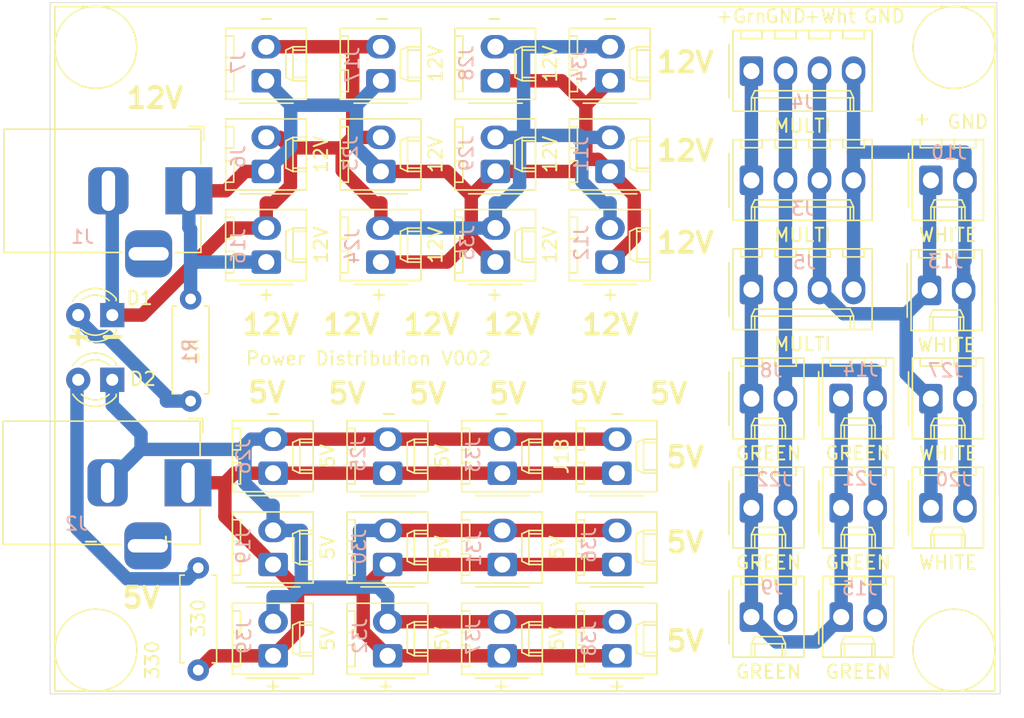
<source format=kicad_pcb>
(kicad_pcb (version 20171130) (host pcbnew "(5.1.5-0-10_14)")

  (general
    (thickness 1.6)
    (drawings 51)
    (tracks 182)
    (zones 0)
    (modules 48)
    (nets 11)
  )

  (page A4)
  (layers
    (0 F.Cu signal)
    (31 B.Cu signal)
    (32 B.Adhes user)
    (33 F.Adhes user)
    (34 B.Paste user)
    (35 F.Paste user)
    (36 B.SilkS user)
    (37 F.SilkS user)
    (38 B.Mask user)
    (39 F.Mask user)
    (40 Dwgs.User user)
    (41 Cmts.User user)
    (42 Eco1.User user)
    (43 Eco2.User user)
    (44 Edge.Cuts user)
    (45 Margin user)
    (46 B.CrtYd user)
    (47 F.CrtYd user)
    (48 B.Fab user)
    (49 F.Fab user)
  )

  (setup
    (last_trace_width 1)
    (user_trace_width 1)
    (trace_clearance 0.2)
    (zone_clearance 0.508)
    (zone_45_only no)
    (trace_min 0.2)
    (via_size 0.8)
    (via_drill 0.4)
    (via_min_size 0.4)
    (via_min_drill 0.3)
    (uvia_size 0.3)
    (uvia_drill 0.1)
    (uvias_allowed no)
    (uvia_min_size 0.2)
    (uvia_min_drill 0.1)
    (edge_width 0.05)
    (segment_width 0.2)
    (pcb_text_width 0.3)
    (pcb_text_size 1.5 1.5)
    (mod_edge_width 0.12)
    (mod_text_size 1 1)
    (mod_text_width 0.15)
    (pad_size 1.524 1.524)
    (pad_drill 0.762)
    (pad_to_mask_clearance 0.051)
    (solder_mask_min_width 0.25)
    (aux_axis_origin 0 0)
    (visible_elements FFFFFF7F)
    (pcbplotparams
      (layerselection 0x010fc_ffffffff)
      (usegerberextensions false)
      (usegerberattributes false)
      (usegerberadvancedattributes false)
      (creategerberjobfile false)
      (excludeedgelayer true)
      (linewidth 0.100000)
      (plotframeref false)
      (viasonmask false)
      (mode 1)
      (useauxorigin false)
      (hpglpennumber 1)
      (hpglpenspeed 20)
      (hpglpendiameter 15.000000)
      (psnegative false)
      (psa4output false)
      (plotreference true)
      (plotvalue true)
      (plotinvisibletext false)
      (padsonsilk false)
      (subtractmaskfromsilk false)
      (outputformat 1)
      (mirror false)
      (drillshape 0)
      (scaleselection 1)
      (outputdirectory "MANUFACTURING/"))
  )

  (net 0 "")
  (net 1 /12VGND)
  (net 2 /+12V)
  (net 3 /5VGND)
  (net 4 /+5V)
  (net 5 /WhiteGND)
  (net 6 /White+12V)
  (net 7 /GreenGND)
  (net 8 /Green12V+)
  (net 9 "Net-(D1-Pad2)")
  (net 10 "Net-(D2-Pad2)")

  (net_class Default "This is the default net class."
    (clearance 0.2)
    (trace_width 1)
    (via_dia 0.8)
    (via_drill 0.4)
    (uvia_dia 0.3)
    (uvia_drill 0.1)
    (add_net /+12V)
    (add_net /+5V)
    (add_net /12VGND)
    (add_net /5VGND)
    (add_net /Green12V+)
    (add_net /GreenGND)
    (add_net /White+12V)
    (add_net /WhiteGND)
    (add_net "Net-(D1-Pad2)")
    (add_net "Net-(D2-Pad2)")
  )

  (module Connector_BarrelJack:BarrelJack_Horizontal (layer F.Cu) (tedit 5A1DBF6A) (tstamp 5EED77DC)
    (at 111.379 91.186)
    (descr "DC Barrel Jack")
    (tags "Power Jack")
    (path /5EED23E2)
    (fp_text reference J2 (at -8.3185 3.048) (layer B.SilkS)
      (effects (font (size 1 1) (thickness 0.15)) (justify mirror))
    )
    (fp_text value 5V (at -6.2 -5.5) (layer F.Fab)
      (effects (font (size 1 1) (thickness 0.15)))
    )
    (fp_line (start 0 -4.5) (end -13.7 -4.5) (layer F.Fab) (width 0.1))
    (fp_line (start 0.8 4.5) (end 0.8 -3.75) (layer F.Fab) (width 0.1))
    (fp_line (start -13.7 4.5) (end 0.8 4.5) (layer F.Fab) (width 0.1))
    (fp_line (start -13.7 -4.5) (end -13.7 4.5) (layer F.Fab) (width 0.1))
    (fp_line (start -10.2 -4.5) (end -10.2 4.5) (layer F.Fab) (width 0.1))
    (fp_line (start 0.9 -4.6) (end 0.9 -2) (layer F.SilkS) (width 0.12))
    (fp_line (start -13.8 -4.6) (end 0.9 -4.6) (layer F.SilkS) (width 0.12))
    (fp_line (start 0.9 4.6) (end -1 4.6) (layer F.SilkS) (width 0.12))
    (fp_line (start 0.9 1.9) (end 0.9 4.6) (layer F.SilkS) (width 0.12))
    (fp_line (start -13.8 4.6) (end -13.8 -4.6) (layer F.SilkS) (width 0.12))
    (fp_line (start -5 4.6) (end -13.8 4.6) (layer F.SilkS) (width 0.12))
    (fp_line (start -14 4.75) (end -14 -4.75) (layer F.CrtYd) (width 0.05))
    (fp_line (start -5 4.75) (end -14 4.75) (layer F.CrtYd) (width 0.05))
    (fp_line (start -5 6.75) (end -5 4.75) (layer F.CrtYd) (width 0.05))
    (fp_line (start -1 6.75) (end -5 6.75) (layer F.CrtYd) (width 0.05))
    (fp_line (start -1 4.75) (end -1 6.75) (layer F.CrtYd) (width 0.05))
    (fp_line (start 1 4.75) (end -1 4.75) (layer F.CrtYd) (width 0.05))
    (fp_line (start 1 2) (end 1 4.75) (layer F.CrtYd) (width 0.05))
    (fp_line (start 2 2) (end 1 2) (layer F.CrtYd) (width 0.05))
    (fp_line (start 2 -2) (end 2 2) (layer F.CrtYd) (width 0.05))
    (fp_line (start 1 -2) (end 2 -2) (layer F.CrtYd) (width 0.05))
    (fp_line (start 1 -4.5) (end 1 -2) (layer F.CrtYd) (width 0.05))
    (fp_line (start 1 -4.75) (end -14 -4.75) (layer F.CrtYd) (width 0.05))
    (fp_line (start 1 -4.5) (end 1 -4.75) (layer F.CrtYd) (width 0.05))
    (fp_line (start 0.05 -4.8) (end 1.1 -4.8) (layer F.SilkS) (width 0.12))
    (fp_line (start 1.1 -3.75) (end 1.1 -4.8) (layer F.SilkS) (width 0.12))
    (fp_line (start -0.003213 -4.505425) (end 0.8 -3.75) (layer F.Fab) (width 0.1))
    (fp_text user %R (at -3 -2.95) (layer F.Fab)
      (effects (font (size 1 1) (thickness 0.15)))
    )
    (pad 3 thru_hole roundrect (at -3 4.7) (size 3.5 3.5) (drill oval 3 1) (layers *.Cu *.Mask) (roundrect_rratio 0.25))
    (pad 2 thru_hole roundrect (at -6 0) (size 3 3.5) (drill oval 1 3) (layers *.Cu *.Mask) (roundrect_rratio 0.25)
      (net 3 /5VGND))
    (pad 1 thru_hole rect (at 0 0) (size 3.5 3.5) (drill oval 1 3) (layers *.Cu *.Mask)
      (net 4 /+5V))
    (model ${KISYS3DMOD}/Connector_BarrelJack.3dshapes/BarrelJack_Horizontal.wrl
      (at (xyz 0 0 0))
      (scale (xyz 1 1 1))
      (rotate (xyz 0 0 0))
    )
  )

  (module Connector_BarrelJack:BarrelJack_Horizontal (layer F.Cu) (tedit 5A1DBF6A) (tstamp 5EED77C7)
    (at 111.442 69.4055)
    (descr "DC Barrel Jack")
    (tags "Power Jack")
    (path /5EED210C)
    (fp_text reference J1 (at -7.9375 3.429) (layer B.SilkS)
      (effects (font (size 1 1) (thickness 0.15)) (justify mirror))
    )
    (fp_text value 12V (at -6.2 -5.5) (layer F.Fab)
      (effects (font (size 1 1) (thickness 0.15)))
    )
    (fp_line (start 0 -4.5) (end -13.7 -4.5) (layer F.Fab) (width 0.1))
    (fp_line (start 0.8 4.5) (end 0.8 -3.75) (layer F.Fab) (width 0.1))
    (fp_line (start -13.7 4.5) (end 0.8 4.5) (layer F.Fab) (width 0.1))
    (fp_line (start -13.7 -4.5) (end -13.7 4.5) (layer F.Fab) (width 0.1))
    (fp_line (start -10.2 -4.5) (end -10.2 4.5) (layer F.Fab) (width 0.1))
    (fp_line (start 0.9 -4.6) (end 0.9 -2) (layer F.SilkS) (width 0.12))
    (fp_line (start -13.8 -4.6) (end 0.9 -4.6) (layer F.SilkS) (width 0.12))
    (fp_line (start 0.9 4.6) (end -1 4.6) (layer F.SilkS) (width 0.12))
    (fp_line (start 0.9 1.9) (end 0.9 4.6) (layer F.SilkS) (width 0.12))
    (fp_line (start -13.8 4.6) (end -13.8 -4.6) (layer F.SilkS) (width 0.12))
    (fp_line (start -5 4.6) (end -13.8 4.6) (layer F.SilkS) (width 0.12))
    (fp_line (start -14 4.75) (end -14 -4.75) (layer F.CrtYd) (width 0.05))
    (fp_line (start -5 4.75) (end -14 4.75) (layer F.CrtYd) (width 0.05))
    (fp_line (start -5 6.75) (end -5 4.75) (layer F.CrtYd) (width 0.05))
    (fp_line (start -1 6.75) (end -5 6.75) (layer F.CrtYd) (width 0.05))
    (fp_line (start -1 4.75) (end -1 6.75) (layer F.CrtYd) (width 0.05))
    (fp_line (start 1 4.75) (end -1 4.75) (layer F.CrtYd) (width 0.05))
    (fp_line (start 1 2) (end 1 4.75) (layer F.CrtYd) (width 0.05))
    (fp_line (start 2 2) (end 1 2) (layer F.CrtYd) (width 0.05))
    (fp_line (start 2 -2) (end 2 2) (layer F.CrtYd) (width 0.05))
    (fp_line (start 1 -2) (end 2 -2) (layer F.CrtYd) (width 0.05))
    (fp_line (start 1 -4.5) (end 1 -2) (layer F.CrtYd) (width 0.05))
    (fp_line (start 1 -4.75) (end -14 -4.75) (layer F.CrtYd) (width 0.05))
    (fp_line (start 1 -4.5) (end 1 -4.75) (layer F.CrtYd) (width 0.05))
    (fp_line (start 0.05 -4.8) (end 1.1 -4.8) (layer F.SilkS) (width 0.12))
    (fp_line (start 1.1 -3.75) (end 1.1 -4.8) (layer F.SilkS) (width 0.12))
    (fp_line (start -0.003213 -4.505425) (end 0.8 -3.75) (layer F.Fab) (width 0.1))
    (fp_text user %R (at -3 -2.95) (layer F.Fab)
      (effects (font (size 1 1) (thickness 0.15)))
    )
    (pad 3 thru_hole roundrect (at -3 4.7) (size 3.5 3.5) (drill oval 3 1) (layers *.Cu *.Mask) (roundrect_rratio 0.25))
    (pad 2 thru_hole roundrect (at -6 0) (size 3 3.5) (drill oval 1 3) (layers *.Cu *.Mask) (roundrect_rratio 0.25)
      (net 1 /12VGND))
    (pad 1 thru_hole rect (at 0 0) (size 3.5 3.5) (drill oval 1 3) (layers *.Cu *.Mask)
      (net 2 /+12V))
    (model ${KISYS3DMOD}/Connector_BarrelJack.3dshapes/BarrelJack_Horizontal.wrl
      (at (xyz 0 0 0))
      (scale (xyz 1 1 1))
      (rotate (xyz 0 0 0))
    )
  )

  (module PT_Library_v001:R_Axial_DIN0207_L6.3mm_D2.5mm_P7.62mm_Horizontal (layer F.Cu) (tedit 5AE5139B) (tstamp 5EEDD2AB)
    (at 112.141 105.156 90)
    (descr "Resistor, Axial_DIN0207 series, Axial, Horizontal, pin pitch=7.62mm, 0.25W = 1/4W, length*diameter=6.3*2.5mm^2, http://cdn-reichelt.de/documents/datenblatt/B400/1_4W%23YAG.pdf")
    (tags "Resistor Axial_DIN0207 series Axial Horizontal pin pitch 7.62mm 0.25W = 1/4W length 6.3mm diameter 2.5mm")
    (path /5EF190EC)
    (fp_text reference R2 (at 1.7145 -0.127 90) (layer F.Fab)
      (effects (font (size 1 1) (thickness 0.15)))
    )
    (fp_text value 330 (at 3.8735 0 90) (layer F.SilkS)
      (effects (font (size 1 1) (thickness 0.15)))
    )
    (fp_text user %R (at 3.81 0 90) (layer F.Fab)
      (effects (font (size 1 1) (thickness 0.15)))
    )
    (fp_line (start 8.67 -1.5) (end -1.05 -1.5) (layer F.CrtYd) (width 0.05))
    (fp_line (start 8.67 1.5) (end 8.67 -1.5) (layer F.CrtYd) (width 0.05))
    (fp_line (start -1.05 1.5) (end 8.67 1.5) (layer F.CrtYd) (width 0.05))
    (fp_line (start -1.05 -1.5) (end -1.05 1.5) (layer F.CrtYd) (width 0.05))
    (fp_line (start 7.08 1.37) (end 7.08 1.04) (layer F.SilkS) (width 0.12))
    (fp_line (start 0.54 1.37) (end 7.08 1.37) (layer F.SilkS) (width 0.12))
    (fp_line (start 0.54 1.04) (end 0.54 1.37) (layer F.SilkS) (width 0.12))
    (fp_line (start 7.08 -1.37) (end 7.08 -1.04) (layer F.SilkS) (width 0.12))
    (fp_line (start 0.54 -1.37) (end 7.08 -1.37) (layer F.SilkS) (width 0.12))
    (fp_line (start 0.54 -1.04) (end 0.54 -1.37) (layer F.SilkS) (width 0.12))
    (fp_line (start 7.62 0) (end 6.96 0) (layer F.Fab) (width 0.1))
    (fp_line (start 0 0) (end 0.66 0) (layer F.Fab) (width 0.1))
    (fp_line (start 6.96 -1.25) (end 0.66 -1.25) (layer F.Fab) (width 0.1))
    (fp_line (start 6.96 1.25) (end 6.96 -1.25) (layer F.Fab) (width 0.1))
    (fp_line (start 0.66 1.25) (end 6.96 1.25) (layer F.Fab) (width 0.1))
    (fp_line (start 0.66 -1.25) (end 0.66 1.25) (layer F.Fab) (width 0.1))
    (pad 2 thru_hole oval (at 7.62 0 90) (size 1.6 1.6) (drill 0.8) (layers *.Cu *.Mask)
      (net 10 "Net-(D2-Pad2)"))
    (pad 1 thru_hole circle (at 0 0 90) (size 1.6 1.6) (drill 0.8) (layers *.Cu *.Mask)
      (net 4 /+5V))
    (model ${KISYS3DMOD}/Resistor_THT.3dshapes/R_Axial_DIN0207_L6.3mm_D2.5mm_P7.62mm_Horizontal.wrl
      (at (xyz 0 0 0))
      (scale (xyz 1 1 1))
      (rotate (xyz 0 0 0))
    )
  )

  (module PT_Library_v001:R_Axial_DIN0207_L6.3mm_D2.5mm_P7.62mm_Horizontal (layer F.Cu) (tedit 5AE5139B) (tstamp 5EEDD294)
    (at 111.57 77.47 270)
    (descr "Resistor, Axial_DIN0207 series, Axial, Horizontal, pin pitch=7.62mm, 0.25W = 1/4W, length*diameter=6.3*2.5mm^2, http://cdn-reichelt.de/documents/datenblatt/B400/1_4W%23YAG.pdf")
    (tags "Resistor Axial_DIN0207 series Axial Horizontal pin pitch 7.62mm 0.25W = 1/4W length 6.3mm diameter 2.5mm")
    (path /5EF187D2)
    (fp_text reference R1 (at 3.937 0.0635 90) (layer B.SilkS)
      (effects (font (size 1 1) (thickness 0.15)) (justify mirror))
    )
    (fp_text value 1K (at 3.8735 -0.127 90) (layer F.SilkS)
      (effects (font (size 1 1) (thickness 0.15)))
    )
    (fp_text user %R (at 3.81 0 90) (layer F.Fab)
      (effects (font (size 1 1) (thickness 0.15)))
    )
    (fp_line (start 8.67 -1.5) (end -1.05 -1.5) (layer F.CrtYd) (width 0.05))
    (fp_line (start 8.67 1.5) (end 8.67 -1.5) (layer F.CrtYd) (width 0.05))
    (fp_line (start -1.05 1.5) (end 8.67 1.5) (layer F.CrtYd) (width 0.05))
    (fp_line (start -1.05 -1.5) (end -1.05 1.5) (layer F.CrtYd) (width 0.05))
    (fp_line (start 7.08 1.37) (end 7.08 1.04) (layer F.SilkS) (width 0.12))
    (fp_line (start 0.54 1.37) (end 7.08 1.37) (layer F.SilkS) (width 0.12))
    (fp_line (start 0.54 1.04) (end 0.54 1.37) (layer F.SilkS) (width 0.12))
    (fp_line (start 7.08 -1.37) (end 7.08 -1.04) (layer F.SilkS) (width 0.12))
    (fp_line (start 0.54 -1.37) (end 7.08 -1.37) (layer F.SilkS) (width 0.12))
    (fp_line (start 0.54 -1.04) (end 0.54 -1.37) (layer F.SilkS) (width 0.12))
    (fp_line (start 7.62 0) (end 6.96 0) (layer F.Fab) (width 0.1))
    (fp_line (start 0 0) (end 0.66 0) (layer F.Fab) (width 0.1))
    (fp_line (start 6.96 -1.25) (end 0.66 -1.25) (layer F.Fab) (width 0.1))
    (fp_line (start 6.96 1.25) (end 6.96 -1.25) (layer F.Fab) (width 0.1))
    (fp_line (start 0.66 1.25) (end 6.96 1.25) (layer F.Fab) (width 0.1))
    (fp_line (start 0.66 -1.25) (end 0.66 1.25) (layer F.Fab) (width 0.1))
    (pad 2 thru_hole oval (at 7.62 0 270) (size 1.6 1.6) (drill 0.8) (layers *.Cu *.Mask)
      (net 9 "Net-(D1-Pad2)"))
    (pad 1 thru_hole circle (at 0 0 270) (size 1.6 1.6) (drill 0.8) (layers *.Cu *.Mask)
      (net 2 /+12V))
    (model ${KISYS3DMOD}/Resistor_THT.3dshapes/R_Axial_DIN0207_L6.3mm_D2.5mm_P7.62mm_Horizontal.wrl
      (at (xyz 0 0 0))
      (scale (xyz 1 1 1))
      (rotate (xyz 0 0 0))
    )
  )

  (module LED_THT:LED_D3.0mm (layer F.Cu) (tedit 587A3A7B) (tstamp 5EEDC7A7)
    (at 105.728 83.5025 180)
    (descr "LED, diameter 3.0mm, 2 pins")
    (tags "LED diameter 3.0mm 2 pins")
    (path /5EF1C533)
    (fp_text reference D2 (at -2.286 0.0635) (layer F.SilkS)
      (effects (font (size 1 1) (thickness 0.15)))
    )
    (fp_text value LED (at 1.27 2.96) (layer F.Fab)
      (effects (font (size 1 1) (thickness 0.15)))
    )
    (fp_line (start 3.7 -2.25) (end -1.15 -2.25) (layer F.CrtYd) (width 0.05))
    (fp_line (start 3.7 2.25) (end 3.7 -2.25) (layer F.CrtYd) (width 0.05))
    (fp_line (start -1.15 2.25) (end 3.7 2.25) (layer F.CrtYd) (width 0.05))
    (fp_line (start -1.15 -2.25) (end -1.15 2.25) (layer F.CrtYd) (width 0.05))
    (fp_line (start -0.29 1.08) (end -0.29 1.236) (layer F.SilkS) (width 0.12))
    (fp_line (start -0.29 -1.236) (end -0.29 -1.08) (layer F.SilkS) (width 0.12))
    (fp_line (start -0.23 -1.16619) (end -0.23 1.16619) (layer F.Fab) (width 0.1))
    (fp_circle (center 1.27 0) (end 2.77 0) (layer F.Fab) (width 0.1))
    (fp_arc (start 1.27 0) (end 0.229039 1.08) (angle -87.9) (layer F.SilkS) (width 0.12))
    (fp_arc (start 1.27 0) (end 0.229039 -1.08) (angle 87.9) (layer F.SilkS) (width 0.12))
    (fp_arc (start 1.27 0) (end -0.29 1.235516) (angle -108.8) (layer F.SilkS) (width 0.12))
    (fp_arc (start 1.27 0) (end -0.29 -1.235516) (angle 108.8) (layer F.SilkS) (width 0.12))
    (fp_arc (start 1.27 0) (end -0.23 -1.16619) (angle 284.3) (layer F.Fab) (width 0.1))
    (pad 2 thru_hole circle (at 2.54 0 180) (size 1.8 1.8) (drill 0.9) (layers *.Cu *.Mask)
      (net 10 "Net-(D2-Pad2)"))
    (pad 1 thru_hole rect (at 0 0 180) (size 1.8 1.8) (drill 0.9) (layers *.Cu *.Mask)
      (net 3 /5VGND))
    (model ${KISYS3DMOD}/LED_THT.3dshapes/LED_D3.0mm.wrl
      (at (xyz 0 0 0))
      (scale (xyz 1 1 1))
      (rotate (xyz 0 0 0))
    )
  )

  (module LED_THT:LED_D3.0mm (layer F.Cu) (tedit 587A3A7B) (tstamp 5EEDC794)
    (at 105.728 78.6765 180)
    (descr "LED, diameter 3.0mm, 2 pins")
    (tags "LED diameter 3.0mm 2 pins")
    (path /5EF19DD9)
    (fp_text reference D1 (at -2.032 1.27) (layer F.SilkS)
      (effects (font (size 1 1) (thickness 0.15)))
    )
    (fp_text value LED (at 1.27 2.96) (layer F.Fab)
      (effects (font (size 1 1) (thickness 0.15)))
    )
    (fp_line (start 3.7 -2.25) (end -1.15 -2.25) (layer F.CrtYd) (width 0.05))
    (fp_line (start 3.7 2.25) (end 3.7 -2.25) (layer F.CrtYd) (width 0.05))
    (fp_line (start -1.15 2.25) (end 3.7 2.25) (layer F.CrtYd) (width 0.05))
    (fp_line (start -1.15 -2.25) (end -1.15 2.25) (layer F.CrtYd) (width 0.05))
    (fp_line (start -0.29 1.08) (end -0.29 1.236) (layer F.SilkS) (width 0.12))
    (fp_line (start -0.29 -1.236) (end -0.29 -1.08) (layer F.SilkS) (width 0.12))
    (fp_line (start -0.23 -1.16619) (end -0.23 1.16619) (layer F.Fab) (width 0.1))
    (fp_circle (center 1.27 0) (end 2.77 0) (layer F.Fab) (width 0.1))
    (fp_arc (start 1.27 0) (end 0.229039 1.08) (angle -87.9) (layer F.SilkS) (width 0.12))
    (fp_arc (start 1.27 0) (end 0.229039 -1.08) (angle 87.9) (layer F.SilkS) (width 0.12))
    (fp_arc (start 1.27 0) (end -0.29 1.235516) (angle -108.8) (layer F.SilkS) (width 0.12))
    (fp_arc (start 1.27 0) (end -0.29 -1.235516) (angle 108.8) (layer F.SilkS) (width 0.12))
    (fp_arc (start 1.27 0) (end -0.23 -1.16619) (angle 284.3) (layer F.Fab) (width 0.1))
    (pad 2 thru_hole circle (at 2.54 0 180) (size 1.8 1.8) (drill 0.9) (layers *.Cu *.Mask)
      (net 9 "Net-(D1-Pad2)"))
    (pad 1 thru_hole rect (at 0 0 180) (size 1.8 1.8) (drill 0.9) (layers *.Cu *.Mask)
      (net 1 /12VGND))
    (model ${KISYS3DMOD}/LED_THT.3dshapes/LED_D3.0mm.wrl
      (at (xyz 0 0 0))
      (scale (xyz 1 1 1))
      (rotate (xyz 0 0 0))
    )
  )

  (module PT_Library_v001:Molex_1x02_P2.54mm_Vertical (layer F.Cu) (tedit 5B78013E) (tstamp 5EEDB517)
    (at 160.094 101.2)
    (descr "Molex KK-254 Interconnect System, old/engineering part number: AE-6410-02A example for new part number: 22-27-2021, 2 Pins (http://www.molex.com/pdm_docs/sd/022272021_sd.pdf), generated with kicad-footprint-generator")
    (tags "connector Molex KK-254 side entry")
    (path /5EF1B8AB)
    (fp_text reference J15 (at 1.3865 -2.14) (layer B.SilkS)
      (effects (font (size 1 1) (thickness 0.15)) (justify mirror))
    )
    (fp_text value GREEN (at 1.27 4.08) (layer F.SilkS)
      (effects (font (size 1 1) (thickness 0.15)))
    )
    (fp_text user %R (at 1.27 -2.22) (layer F.Fab)
      (effects (font (size 1 1) (thickness 0.15)))
    )
    (fp_line (start 4.31 -3.42) (end -1.77 -3.42) (layer F.CrtYd) (width 0.05))
    (fp_line (start 4.31 3.38) (end 4.31 -3.42) (layer F.CrtYd) (width 0.05))
    (fp_line (start -1.77 3.38) (end 4.31 3.38) (layer F.CrtYd) (width 0.05))
    (fp_line (start -1.77 -3.42) (end -1.77 3.38) (layer F.CrtYd) (width 0.05))
    (fp_line (start 3.34 -2.43) (end 3.34 -3.03) (layer F.SilkS) (width 0.12))
    (fp_line (start 1.74 -2.43) (end 3.34 -2.43) (layer F.SilkS) (width 0.12))
    (fp_line (start 1.74 -3.03) (end 1.74 -2.43) (layer F.SilkS) (width 0.12))
    (fp_line (start 0.8 -2.43) (end 0.8 -3.03) (layer F.SilkS) (width 0.12))
    (fp_line (start -0.8 -2.43) (end 0.8 -2.43) (layer F.SilkS) (width 0.12))
    (fp_line (start -0.8 -3.03) (end -0.8 -2.43) (layer F.SilkS) (width 0.12))
    (fp_line (start 2.29 2.99) (end 2.29 1.99) (layer F.SilkS) (width 0.12))
    (fp_line (start 0.25 2.99) (end 0.25 1.99) (layer F.SilkS) (width 0.12))
    (fp_line (start 2.29 1.46) (end 2.54 1.99) (layer F.SilkS) (width 0.12))
    (fp_line (start 0.25 1.46) (end 2.29 1.46) (layer F.SilkS) (width 0.12))
    (fp_line (start 0 1.99) (end 0.25 1.46) (layer F.SilkS) (width 0.12))
    (fp_line (start 2.54 1.99) (end 2.54 2.99) (layer F.SilkS) (width 0.12))
    (fp_line (start 0 1.99) (end 2.54 1.99) (layer F.SilkS) (width 0.12))
    (fp_line (start 0 2.99) (end 0 1.99) (layer F.SilkS) (width 0.12))
    (fp_line (start -0.562893 0) (end -1.27 0.5) (layer F.Fab) (width 0.1))
    (fp_line (start -1.27 -0.5) (end -0.562893 0) (layer F.Fab) (width 0.1))
    (fp_line (start -1.67 -2) (end -1.67 2) (layer F.SilkS) (width 0.12))
    (fp_line (start 3.92 -3.03) (end -1.38 -3.03) (layer F.SilkS) (width 0.12))
    (fp_line (start 3.92 2.99) (end 3.92 -3.03) (layer F.SilkS) (width 0.12))
    (fp_line (start -1.38 2.99) (end 3.92 2.99) (layer F.SilkS) (width 0.12))
    (fp_line (start -1.38 -3.03) (end -1.38 2.99) (layer F.SilkS) (width 0.12))
    (fp_line (start 3.81 -2.92) (end -1.27 -2.92) (layer F.Fab) (width 0.1))
    (fp_line (start 3.81 2.88) (end 3.81 -2.92) (layer F.Fab) (width 0.1))
    (fp_line (start -1.27 2.88) (end 3.81 2.88) (layer F.Fab) (width 0.1))
    (fp_line (start -1.27 -2.92) (end -1.27 2.88) (layer F.Fab) (width 0.1))
    (pad 2 thru_hole oval (at 2.54 0) (size 1.74 2.2) (drill 1.2) (layers *.Cu *.Mask)
      (net 7 /GreenGND))
    (pad 1 thru_hole roundrect (at 0 0) (size 1.74 2.2) (drill 1.2) (layers *.Cu *.Mask) (roundrect_rratio 0.143678)
      (net 8 /Green12V+))
    (model ${KISYS3DMOD}/Connector_Molex.3dshapes/Molex_KK-254_AE-6410-02A_1x02_P2.54mm_Vertical.wrl
      (at (xyz 0 0 0))
      (scale (xyz 1 1 1))
      (rotate (xyz 0 0 0))
    )
  )

  (module PT_Library_v001:Molex_1x02_P2.54mm_Vertical (layer F.Cu) (tedit 5B78013E) (tstamp 5EEDB4F3)
    (at 143.363 90.471 90)
    (descr "Molex KK-254 Interconnect System, old/engineering part number: AE-6410-02A example for new part number: 22-27-2021, 2 Pins (http://www.molex.com/pdm_docs/sd/022272021_sd.pdf), generated with kicad-footprint-generator")
    (tags "connector Molex KK-254 side entry")
    (path /5EF1B89D)
    (fp_text reference J18 (at 1.27 -4.12 90) (layer F.SilkS)
      (effects (font (size 1 1) (thickness 0.15)))
    )
    (fp_text value 5V (at 1.27 4.08 90) (layer F.Fab)
      (effects (font (size 1 1) (thickness 0.15)))
    )
    (fp_text user %R (at 1.27 -2.22 90) (layer F.Fab)
      (effects (font (size 1 1) (thickness 0.15)))
    )
    (fp_line (start 4.31 -3.42) (end -1.77 -3.42) (layer F.CrtYd) (width 0.05))
    (fp_line (start 4.31 3.38) (end 4.31 -3.42) (layer F.CrtYd) (width 0.05))
    (fp_line (start -1.77 3.38) (end 4.31 3.38) (layer F.CrtYd) (width 0.05))
    (fp_line (start -1.77 -3.42) (end -1.77 3.38) (layer F.CrtYd) (width 0.05))
    (fp_line (start 3.34 -2.43) (end 3.34 -3.03) (layer F.SilkS) (width 0.12))
    (fp_line (start 1.74 -2.43) (end 3.34 -2.43) (layer F.SilkS) (width 0.12))
    (fp_line (start 1.74 -3.03) (end 1.74 -2.43) (layer F.SilkS) (width 0.12))
    (fp_line (start 0.8 -2.43) (end 0.8 -3.03) (layer F.SilkS) (width 0.12))
    (fp_line (start -0.8 -2.43) (end 0.8 -2.43) (layer F.SilkS) (width 0.12))
    (fp_line (start -0.8 -3.03) (end -0.8 -2.43) (layer F.SilkS) (width 0.12))
    (fp_line (start 2.29 2.99) (end 2.29 1.99) (layer F.SilkS) (width 0.12))
    (fp_line (start 0.25 2.99) (end 0.25 1.99) (layer F.SilkS) (width 0.12))
    (fp_line (start 2.29 1.46) (end 2.54 1.99) (layer F.SilkS) (width 0.12))
    (fp_line (start 0.25 1.46) (end 2.29 1.46) (layer F.SilkS) (width 0.12))
    (fp_line (start 0 1.99) (end 0.25 1.46) (layer F.SilkS) (width 0.12))
    (fp_line (start 2.54 1.99) (end 2.54 2.99) (layer F.SilkS) (width 0.12))
    (fp_line (start 0 1.99) (end 2.54 1.99) (layer F.SilkS) (width 0.12))
    (fp_line (start 0 2.99) (end 0 1.99) (layer F.SilkS) (width 0.12))
    (fp_line (start -0.562893 0) (end -1.27 0.5) (layer F.Fab) (width 0.1))
    (fp_line (start -1.27 -0.5) (end -0.562893 0) (layer F.Fab) (width 0.1))
    (fp_line (start -1.67 -2) (end -1.67 2) (layer F.SilkS) (width 0.12))
    (fp_line (start 3.92 -3.03) (end -1.38 -3.03) (layer F.SilkS) (width 0.12))
    (fp_line (start 3.92 2.99) (end 3.92 -3.03) (layer F.SilkS) (width 0.12))
    (fp_line (start -1.38 2.99) (end 3.92 2.99) (layer F.SilkS) (width 0.12))
    (fp_line (start -1.38 -3.03) (end -1.38 2.99) (layer F.SilkS) (width 0.12))
    (fp_line (start 3.81 -2.92) (end -1.27 -2.92) (layer F.Fab) (width 0.1))
    (fp_line (start 3.81 2.88) (end 3.81 -2.92) (layer F.Fab) (width 0.1))
    (fp_line (start -1.27 2.88) (end 3.81 2.88) (layer F.Fab) (width 0.1))
    (fp_line (start -1.27 -2.92) (end -1.27 2.88) (layer F.Fab) (width 0.1))
    (pad 2 thru_hole oval (at 2.54 0 90) (size 1.74 2.2) (drill 1.2) (layers *.Cu *.Mask)
      (net 3 /5VGND))
    (pad 1 thru_hole roundrect (at 0 0 90) (size 1.74 2.2) (drill 1.2) (layers *.Cu *.Mask) (roundrect_rratio 0.143678)
      (net 4 /+5V))
    (model ${KISYS3DMOD}/Connector_Molex.3dshapes/Molex_KK-254_AE-6410-02A_1x02_P2.54mm_Vertical.wrl
      (at (xyz 0 0 0))
      (scale (xyz 1 1 1))
      (rotate (xyz 0 0 0))
    )
  )

  (module PT_Library_v001:Molex_1x02_P2.54mm_Vertical (layer F.Cu) (tedit 5B78013E) (tstamp 5EEDB4CF)
    (at 142.855 74.723 90)
    (descr "Molex KK-254 Interconnect System, old/engineering part number: AE-6410-02A example for new part number: 22-27-2021, 2 Pins (http://www.molex.com/pdm_docs/sd/022272021_sd.pdf), generated with kicad-footprint-generator")
    (tags "connector Molex KK-254 side entry")
    (path /5EF1B893)
    (fp_text reference J12 (at 1.444 -2.139 90) (layer B.SilkS)
      (effects (font (size 1 1) (thickness 0.15)) (justify mirror))
    )
    (fp_text value 12V (at 1.27 4.08 90) (layer F.Fab)
      (effects (font (size 1 1) (thickness 0.15)))
    )
    (fp_text user %R (at 1.27 -2.22 90) (layer F.Fab)
      (effects (font (size 1 1) (thickness 0.15)))
    )
    (fp_line (start 4.31 -3.42) (end -1.77 -3.42) (layer F.CrtYd) (width 0.05))
    (fp_line (start 4.31 3.38) (end 4.31 -3.42) (layer F.CrtYd) (width 0.05))
    (fp_line (start -1.77 3.38) (end 4.31 3.38) (layer F.CrtYd) (width 0.05))
    (fp_line (start -1.77 -3.42) (end -1.77 3.38) (layer F.CrtYd) (width 0.05))
    (fp_line (start 3.34 -2.43) (end 3.34 -3.03) (layer F.SilkS) (width 0.12))
    (fp_line (start 1.74 -2.43) (end 3.34 -2.43) (layer F.SilkS) (width 0.12))
    (fp_line (start 1.74 -3.03) (end 1.74 -2.43) (layer F.SilkS) (width 0.12))
    (fp_line (start 0.8 -2.43) (end 0.8 -3.03) (layer F.SilkS) (width 0.12))
    (fp_line (start -0.8 -2.43) (end 0.8 -2.43) (layer F.SilkS) (width 0.12))
    (fp_line (start -0.8 -3.03) (end -0.8 -2.43) (layer F.SilkS) (width 0.12))
    (fp_line (start 2.29 2.99) (end 2.29 1.99) (layer F.SilkS) (width 0.12))
    (fp_line (start 0.25 2.99) (end 0.25 1.99) (layer F.SilkS) (width 0.12))
    (fp_line (start 2.29 1.46) (end 2.54 1.99) (layer F.SilkS) (width 0.12))
    (fp_line (start 0.25 1.46) (end 2.29 1.46) (layer F.SilkS) (width 0.12))
    (fp_line (start 0 1.99) (end 0.25 1.46) (layer F.SilkS) (width 0.12))
    (fp_line (start 2.54 1.99) (end 2.54 2.99) (layer F.SilkS) (width 0.12))
    (fp_line (start 0 1.99) (end 2.54 1.99) (layer F.SilkS) (width 0.12))
    (fp_line (start 0 2.99) (end 0 1.99) (layer F.SilkS) (width 0.12))
    (fp_line (start -0.562893 0) (end -1.27 0.5) (layer F.Fab) (width 0.1))
    (fp_line (start -1.27 -0.5) (end -0.562893 0) (layer F.Fab) (width 0.1))
    (fp_line (start -1.67 -2) (end -1.67 2) (layer F.SilkS) (width 0.12))
    (fp_line (start 3.92 -3.03) (end -1.38 -3.03) (layer F.SilkS) (width 0.12))
    (fp_line (start 3.92 2.99) (end 3.92 -3.03) (layer F.SilkS) (width 0.12))
    (fp_line (start -1.38 2.99) (end 3.92 2.99) (layer F.SilkS) (width 0.12))
    (fp_line (start -1.38 -3.03) (end -1.38 2.99) (layer F.SilkS) (width 0.12))
    (fp_line (start 3.81 -2.92) (end -1.27 -2.92) (layer F.Fab) (width 0.1))
    (fp_line (start 3.81 2.88) (end 3.81 -2.92) (layer F.Fab) (width 0.1))
    (fp_line (start -1.27 2.88) (end 3.81 2.88) (layer F.Fab) (width 0.1))
    (fp_line (start -1.27 -2.92) (end -1.27 2.88) (layer F.Fab) (width 0.1))
    (pad 2 thru_hole oval (at 2.54 0 90) (size 1.74 2.2) (drill 1.2) (layers *.Cu *.Mask)
      (net 1 /12VGND))
    (pad 1 thru_hole roundrect (at 0 0 90) (size 1.74 2.2) (drill 1.2) (layers *.Cu *.Mask) (roundrect_rratio 0.143678)
      (net 2 /+12V))
    (model ${KISYS3DMOD}/Connector_Molex.3dshapes/Molex_KK-254_AE-6410-02A_1x02_P2.54mm_Vertical.wrl
      (at (xyz 0 0 0))
      (scale (xyz 1 1 1))
      (rotate (xyz 0 0 0))
    )
  )

  (module PT_Library_v001:Molex_1x02_P2.54mm_Vertical (layer F.Cu) (tedit 5B78013E) (tstamp 5EEDB4AB)
    (at 153.4 101.2)
    (descr "Molex KK-254 Interconnect System, old/engineering part number: AE-6410-02A example for new part number: 22-27-2021, 2 Pins (http://www.molex.com/pdm_docs/sd/022272021_sd.pdf), generated with kicad-footprint-generator")
    (tags "connector Molex KK-254 side entry")
    (path /5EF1B8CF)
    (fp_text reference J9 (at 1.54 -2.2035) (layer B.SilkS)
      (effects (font (size 1 1) (thickness 0.15)) (justify mirror))
    )
    (fp_text value GREEN (at 1.27 4.08) (layer F.SilkS)
      (effects (font (size 1 1) (thickness 0.15)))
    )
    (fp_text user %R (at 1.27 -2.22) (layer F.Fab)
      (effects (font (size 1 1) (thickness 0.15)))
    )
    (fp_line (start 4.31 -3.42) (end -1.77 -3.42) (layer F.CrtYd) (width 0.05))
    (fp_line (start 4.31 3.38) (end 4.31 -3.42) (layer F.CrtYd) (width 0.05))
    (fp_line (start -1.77 3.38) (end 4.31 3.38) (layer F.CrtYd) (width 0.05))
    (fp_line (start -1.77 -3.42) (end -1.77 3.38) (layer F.CrtYd) (width 0.05))
    (fp_line (start 3.34 -2.43) (end 3.34 -3.03) (layer F.SilkS) (width 0.12))
    (fp_line (start 1.74 -2.43) (end 3.34 -2.43) (layer F.SilkS) (width 0.12))
    (fp_line (start 1.74 -3.03) (end 1.74 -2.43) (layer F.SilkS) (width 0.12))
    (fp_line (start 0.8 -2.43) (end 0.8 -3.03) (layer F.SilkS) (width 0.12))
    (fp_line (start -0.8 -2.43) (end 0.8 -2.43) (layer F.SilkS) (width 0.12))
    (fp_line (start -0.8 -3.03) (end -0.8 -2.43) (layer F.SilkS) (width 0.12))
    (fp_line (start 2.29 2.99) (end 2.29 1.99) (layer F.SilkS) (width 0.12))
    (fp_line (start 0.25 2.99) (end 0.25 1.99) (layer F.SilkS) (width 0.12))
    (fp_line (start 2.29 1.46) (end 2.54 1.99) (layer F.SilkS) (width 0.12))
    (fp_line (start 0.25 1.46) (end 2.29 1.46) (layer F.SilkS) (width 0.12))
    (fp_line (start 0 1.99) (end 0.25 1.46) (layer F.SilkS) (width 0.12))
    (fp_line (start 2.54 1.99) (end 2.54 2.99) (layer F.SilkS) (width 0.12))
    (fp_line (start 0 1.99) (end 2.54 1.99) (layer F.SilkS) (width 0.12))
    (fp_line (start 0 2.99) (end 0 1.99) (layer F.SilkS) (width 0.12))
    (fp_line (start -0.562893 0) (end -1.27 0.5) (layer F.Fab) (width 0.1))
    (fp_line (start -1.27 -0.5) (end -0.562893 0) (layer F.Fab) (width 0.1))
    (fp_line (start -1.67 -2) (end -1.67 2) (layer F.SilkS) (width 0.12))
    (fp_line (start 3.92 -3.03) (end -1.38 -3.03) (layer F.SilkS) (width 0.12))
    (fp_line (start 3.92 2.99) (end 3.92 -3.03) (layer F.SilkS) (width 0.12))
    (fp_line (start -1.38 2.99) (end 3.92 2.99) (layer F.SilkS) (width 0.12))
    (fp_line (start -1.38 -3.03) (end -1.38 2.99) (layer F.SilkS) (width 0.12))
    (fp_line (start 3.81 -2.92) (end -1.27 -2.92) (layer F.Fab) (width 0.1))
    (fp_line (start 3.81 2.88) (end 3.81 -2.92) (layer F.Fab) (width 0.1))
    (fp_line (start -1.27 2.88) (end 3.81 2.88) (layer F.Fab) (width 0.1))
    (fp_line (start -1.27 -2.92) (end -1.27 2.88) (layer F.Fab) (width 0.1))
    (pad 2 thru_hole oval (at 2.54 0) (size 1.74 2.2) (drill 1.2) (layers *.Cu *.Mask)
      (net 7 /GreenGND))
    (pad 1 thru_hole roundrect (at 0 0) (size 1.74 2.2) (drill 1.2) (layers *.Cu *.Mask) (roundrect_rratio 0.143678)
      (net 8 /Green12V+))
    (model ${KISYS3DMOD}/Connector_Molex.3dshapes/Molex_KK-254_AE-6410-02A_1x02_P2.54mm_Vertical.wrl
      (at (xyz 0 0 0))
      (scale (xyz 1 1 1))
      (rotate (xyz 0 0 0))
    )
  )

  (module PT_Library_v001:Molex_1x02_P2.54mm_Vertical (layer F.Cu) (tedit 5B78013E) (tstamp 5EEDB487)
    (at 143.363 97.281 90)
    (descr "Molex KK-254 Interconnect System, old/engineering part number: AE-6410-02A example for new part number: 22-27-2021, 2 Pins (http://www.molex.com/pdm_docs/sd/022272021_sd.pdf), generated with kicad-footprint-generator")
    (tags "connector Molex KK-254 side entry")
    (path /5EF1B8C1)
    (fp_text reference J36 (at 1.4595 -2.0755 90) (layer B.SilkS)
      (effects (font (size 1 1) (thickness 0.15)) (justify mirror))
    )
    (fp_text value 5V (at 1.27 4.08 90) (layer F.Fab)
      (effects (font (size 1 1) (thickness 0.15)))
    )
    (fp_text user %R (at 1.27 -2.22 90) (layer F.Fab)
      (effects (font (size 1 1) (thickness 0.15)))
    )
    (fp_line (start 4.31 -3.42) (end -1.77 -3.42) (layer F.CrtYd) (width 0.05))
    (fp_line (start 4.31 3.38) (end 4.31 -3.42) (layer F.CrtYd) (width 0.05))
    (fp_line (start -1.77 3.38) (end 4.31 3.38) (layer F.CrtYd) (width 0.05))
    (fp_line (start -1.77 -3.42) (end -1.77 3.38) (layer F.CrtYd) (width 0.05))
    (fp_line (start 3.34 -2.43) (end 3.34 -3.03) (layer F.SilkS) (width 0.12))
    (fp_line (start 1.74 -2.43) (end 3.34 -2.43) (layer F.SilkS) (width 0.12))
    (fp_line (start 1.74 -3.03) (end 1.74 -2.43) (layer F.SilkS) (width 0.12))
    (fp_line (start 0.8 -2.43) (end 0.8 -3.03) (layer F.SilkS) (width 0.12))
    (fp_line (start -0.8 -2.43) (end 0.8 -2.43) (layer F.SilkS) (width 0.12))
    (fp_line (start -0.8 -3.03) (end -0.8 -2.43) (layer F.SilkS) (width 0.12))
    (fp_line (start 2.29 2.99) (end 2.29 1.99) (layer F.SilkS) (width 0.12))
    (fp_line (start 0.25 2.99) (end 0.25 1.99) (layer F.SilkS) (width 0.12))
    (fp_line (start 2.29 1.46) (end 2.54 1.99) (layer F.SilkS) (width 0.12))
    (fp_line (start 0.25 1.46) (end 2.29 1.46) (layer F.SilkS) (width 0.12))
    (fp_line (start 0 1.99) (end 0.25 1.46) (layer F.SilkS) (width 0.12))
    (fp_line (start 2.54 1.99) (end 2.54 2.99) (layer F.SilkS) (width 0.12))
    (fp_line (start 0 1.99) (end 2.54 1.99) (layer F.SilkS) (width 0.12))
    (fp_line (start 0 2.99) (end 0 1.99) (layer F.SilkS) (width 0.12))
    (fp_line (start -0.562893 0) (end -1.27 0.5) (layer F.Fab) (width 0.1))
    (fp_line (start -1.27 -0.5) (end -0.562893 0) (layer F.Fab) (width 0.1))
    (fp_line (start -1.67 -2) (end -1.67 2) (layer F.SilkS) (width 0.12))
    (fp_line (start 3.92 -3.03) (end -1.38 -3.03) (layer F.SilkS) (width 0.12))
    (fp_line (start 3.92 2.99) (end 3.92 -3.03) (layer F.SilkS) (width 0.12))
    (fp_line (start -1.38 2.99) (end 3.92 2.99) (layer F.SilkS) (width 0.12))
    (fp_line (start -1.38 -3.03) (end -1.38 2.99) (layer F.SilkS) (width 0.12))
    (fp_line (start 3.81 -2.92) (end -1.27 -2.92) (layer F.Fab) (width 0.1))
    (fp_line (start 3.81 2.88) (end 3.81 -2.92) (layer F.Fab) (width 0.1))
    (fp_line (start -1.27 2.88) (end 3.81 2.88) (layer F.Fab) (width 0.1))
    (fp_line (start -1.27 -2.92) (end -1.27 2.88) (layer F.Fab) (width 0.1))
    (pad 2 thru_hole oval (at 2.54 0 90) (size 1.74 2.2) (drill 1.2) (layers *.Cu *.Mask)
      (net 3 /5VGND))
    (pad 1 thru_hole roundrect (at 0 0 90) (size 1.74 2.2) (drill 1.2) (layers *.Cu *.Mask) (roundrect_rratio 0.143678)
      (net 4 /+5V))
    (model ${KISYS3DMOD}/Connector_Molex.3dshapes/Molex_KK-254_AE-6410-02A_1x02_P2.54mm_Vertical.wrl
      (at (xyz 0 0 0))
      (scale (xyz 1 1 1))
      (rotate (xyz 0 0 0))
    )
  )

  (module PT_Library_v001:Molex_1x02_P2.54mm_Vertical (layer F.Cu) (tedit 5B78013E) (tstamp 5EEDB463)
    (at 142.855 67.963 90)
    (descr "Molex KK-254 Interconnect System, old/engineering part number: AE-6410-02A example for new part number: 22-27-2021, 2 Pins (http://www.molex.com/pdm_docs/sd/022272021_sd.pdf), generated with kicad-footprint-generator")
    (tags "connector Molex KK-254 side entry")
    (path /5EF1B8B7)
    (fp_text reference J11 (at 1.288 -2.139 90) (layer B.SilkS)
      (effects (font (size 1 1) (thickness 0.15)) (justify mirror))
    )
    (fp_text value 12V (at 1.27 4.08 90) (layer F.Fab)
      (effects (font (size 1 1) (thickness 0.15)))
    )
    (fp_text user %R (at 1.27 -2.22 90) (layer F.Fab)
      (effects (font (size 1 1) (thickness 0.15)))
    )
    (fp_line (start 4.31 -3.42) (end -1.77 -3.42) (layer F.CrtYd) (width 0.05))
    (fp_line (start 4.31 3.38) (end 4.31 -3.42) (layer F.CrtYd) (width 0.05))
    (fp_line (start -1.77 3.38) (end 4.31 3.38) (layer F.CrtYd) (width 0.05))
    (fp_line (start -1.77 -3.42) (end -1.77 3.38) (layer F.CrtYd) (width 0.05))
    (fp_line (start 3.34 -2.43) (end 3.34 -3.03) (layer F.SilkS) (width 0.12))
    (fp_line (start 1.74 -2.43) (end 3.34 -2.43) (layer F.SilkS) (width 0.12))
    (fp_line (start 1.74 -3.03) (end 1.74 -2.43) (layer F.SilkS) (width 0.12))
    (fp_line (start 0.8 -2.43) (end 0.8 -3.03) (layer F.SilkS) (width 0.12))
    (fp_line (start -0.8 -2.43) (end 0.8 -2.43) (layer F.SilkS) (width 0.12))
    (fp_line (start -0.8 -3.03) (end -0.8 -2.43) (layer F.SilkS) (width 0.12))
    (fp_line (start 2.29 2.99) (end 2.29 1.99) (layer F.SilkS) (width 0.12))
    (fp_line (start 0.25 2.99) (end 0.25 1.99) (layer F.SilkS) (width 0.12))
    (fp_line (start 2.29 1.46) (end 2.54 1.99) (layer F.SilkS) (width 0.12))
    (fp_line (start 0.25 1.46) (end 2.29 1.46) (layer F.SilkS) (width 0.12))
    (fp_line (start 0 1.99) (end 0.25 1.46) (layer F.SilkS) (width 0.12))
    (fp_line (start 2.54 1.99) (end 2.54 2.99) (layer F.SilkS) (width 0.12))
    (fp_line (start 0 1.99) (end 2.54 1.99) (layer F.SilkS) (width 0.12))
    (fp_line (start 0 2.99) (end 0 1.99) (layer F.SilkS) (width 0.12))
    (fp_line (start -0.562893 0) (end -1.27 0.5) (layer F.Fab) (width 0.1))
    (fp_line (start -1.27 -0.5) (end -0.562893 0) (layer F.Fab) (width 0.1))
    (fp_line (start -1.67 -2) (end -1.67 2) (layer F.SilkS) (width 0.12))
    (fp_line (start 3.92 -3.03) (end -1.38 -3.03) (layer F.SilkS) (width 0.12))
    (fp_line (start 3.92 2.99) (end 3.92 -3.03) (layer F.SilkS) (width 0.12))
    (fp_line (start -1.38 2.99) (end 3.92 2.99) (layer F.SilkS) (width 0.12))
    (fp_line (start -1.38 -3.03) (end -1.38 2.99) (layer F.SilkS) (width 0.12))
    (fp_line (start 3.81 -2.92) (end -1.27 -2.92) (layer F.Fab) (width 0.1))
    (fp_line (start 3.81 2.88) (end 3.81 -2.92) (layer F.Fab) (width 0.1))
    (fp_line (start -1.27 2.88) (end 3.81 2.88) (layer F.Fab) (width 0.1))
    (fp_line (start -1.27 -2.92) (end -1.27 2.88) (layer F.Fab) (width 0.1))
    (pad 2 thru_hole oval (at 2.54 0 90) (size 1.74 2.2) (drill 1.2) (layers *.Cu *.Mask)
      (net 1 /12VGND))
    (pad 1 thru_hole roundrect (at 0 0 90) (size 1.74 2.2) (drill 1.2) (layers *.Cu *.Mask) (roundrect_rratio 0.143678)
      (net 2 /+12V))
    (model ${KISYS3DMOD}/Connector_Molex.3dshapes/Molex_KK-254_AE-6410-02A_1x02_P2.54mm_Vertical.wrl
      (at (xyz 0 0 0))
      (scale (xyz 1 1 1))
      (rotate (xyz 0 0 0))
    )
  )

  (module PT_Library_v001:Molex_1x02_P2.54mm_Vertical (layer F.Cu) (tedit 5B78013E) (tstamp 5EED86F8)
    (at 153.4 93.056)
    (descr "Molex KK-254 Interconnect System, old/engineering part number: AE-6410-02A example for new part number: 22-27-2021, 2 Pins (http://www.molex.com/pdm_docs/sd/022272021_sd.pdf), generated with kicad-footprint-generator")
    (tags "connector Molex KK-254 side entry")
    (path /5EEF46D1)
    (fp_text reference J22 (at 1.667 -2.124) (layer B.SilkS)
      (effects (font (size 1 1) (thickness 0.15)) (justify mirror))
    )
    (fp_text value GREEN (at 1.27 4.08) (layer F.SilkS)
      (effects (font (size 1 1) (thickness 0.15)))
    )
    (fp_text user %R (at 1.27 -2.22) (layer F.Fab)
      (effects (font (size 1 1) (thickness 0.15)))
    )
    (fp_line (start 4.31 -3.42) (end -1.77 -3.42) (layer F.CrtYd) (width 0.05))
    (fp_line (start 4.31 3.38) (end 4.31 -3.42) (layer F.CrtYd) (width 0.05))
    (fp_line (start -1.77 3.38) (end 4.31 3.38) (layer F.CrtYd) (width 0.05))
    (fp_line (start -1.77 -3.42) (end -1.77 3.38) (layer F.CrtYd) (width 0.05))
    (fp_line (start 3.34 -2.43) (end 3.34 -3.03) (layer F.SilkS) (width 0.12))
    (fp_line (start 1.74 -2.43) (end 3.34 -2.43) (layer F.SilkS) (width 0.12))
    (fp_line (start 1.74 -3.03) (end 1.74 -2.43) (layer F.SilkS) (width 0.12))
    (fp_line (start 0.8 -2.43) (end 0.8 -3.03) (layer F.SilkS) (width 0.12))
    (fp_line (start -0.8 -2.43) (end 0.8 -2.43) (layer F.SilkS) (width 0.12))
    (fp_line (start -0.8 -3.03) (end -0.8 -2.43) (layer F.SilkS) (width 0.12))
    (fp_line (start 2.29 2.99) (end 2.29 1.99) (layer F.SilkS) (width 0.12))
    (fp_line (start 0.25 2.99) (end 0.25 1.99) (layer F.SilkS) (width 0.12))
    (fp_line (start 2.29 1.46) (end 2.54 1.99) (layer F.SilkS) (width 0.12))
    (fp_line (start 0.25 1.46) (end 2.29 1.46) (layer F.SilkS) (width 0.12))
    (fp_line (start 0 1.99) (end 0.25 1.46) (layer F.SilkS) (width 0.12))
    (fp_line (start 2.54 1.99) (end 2.54 2.99) (layer F.SilkS) (width 0.12))
    (fp_line (start 0 1.99) (end 2.54 1.99) (layer F.SilkS) (width 0.12))
    (fp_line (start 0 2.99) (end 0 1.99) (layer F.SilkS) (width 0.12))
    (fp_line (start -0.562893 0) (end -1.27 0.5) (layer F.Fab) (width 0.1))
    (fp_line (start -1.27 -0.5) (end -0.562893 0) (layer F.Fab) (width 0.1))
    (fp_line (start -1.67 -2) (end -1.67 2) (layer F.SilkS) (width 0.12))
    (fp_line (start 3.92 -3.03) (end -1.38 -3.03) (layer F.SilkS) (width 0.12))
    (fp_line (start 3.92 2.99) (end 3.92 -3.03) (layer F.SilkS) (width 0.12))
    (fp_line (start -1.38 2.99) (end 3.92 2.99) (layer F.SilkS) (width 0.12))
    (fp_line (start -1.38 -3.03) (end -1.38 2.99) (layer F.SilkS) (width 0.12))
    (fp_line (start 3.81 -2.92) (end -1.27 -2.92) (layer F.Fab) (width 0.1))
    (fp_line (start 3.81 2.88) (end 3.81 -2.92) (layer F.Fab) (width 0.1))
    (fp_line (start -1.27 2.88) (end 3.81 2.88) (layer F.Fab) (width 0.1))
    (fp_line (start -1.27 -2.92) (end -1.27 2.88) (layer F.Fab) (width 0.1))
    (pad 2 thru_hole oval (at 2.54 0) (size 1.74 2.2) (drill 1.2) (layers *.Cu *.Mask)
      (net 7 /GreenGND))
    (pad 1 thru_hole roundrect (at 0 0) (size 1.74 2.2) (drill 1.2) (layers *.Cu *.Mask) (roundrect_rratio 0.143678)
      (net 8 /Green12V+))
    (model ${KISYS3DMOD}/Connector_Molex.3dshapes/Molex_KK-254_AE-6410-02A_1x02_P2.54mm_Vertical.wrl
      (at (xyz 0 0 0))
      (scale (xyz 1 1 1))
      (rotate (xyz 0 0 0))
    )
  )

  (module PT_Library_v001:Molex_1x02_P2.54mm_Vertical (layer F.Cu) (tedit 5B78013E) (tstamp 5EED86D4)
    (at 143.363 104.091 90)
    (descr "Molex KK-254 Interconnect System, old/engineering part number: AE-6410-02A example for new part number: 22-27-2021, 2 Pins (http://www.molex.com/pdm_docs/sd/022272021_sd.pdf), generated with kicad-footprint-generator")
    (tags "connector Molex KK-254 side entry")
    (path /5EEF46C3)
    (fp_text reference J38 (at 1.2845 -2.0755 90) (layer B.SilkS)
      (effects (font (size 1 1) (thickness 0.15)) (justify mirror))
    )
    (fp_text value 5V (at 1.27 4.08 90) (layer F.Fab)
      (effects (font (size 1 1) (thickness 0.15)))
    )
    (fp_text user %R (at 1.27 -2.22 90) (layer F.Fab)
      (effects (font (size 1 1) (thickness 0.15)))
    )
    (fp_line (start 4.31 -3.42) (end -1.77 -3.42) (layer F.CrtYd) (width 0.05))
    (fp_line (start 4.31 3.38) (end 4.31 -3.42) (layer F.CrtYd) (width 0.05))
    (fp_line (start -1.77 3.38) (end 4.31 3.38) (layer F.CrtYd) (width 0.05))
    (fp_line (start -1.77 -3.42) (end -1.77 3.38) (layer F.CrtYd) (width 0.05))
    (fp_line (start 3.34 -2.43) (end 3.34 -3.03) (layer F.SilkS) (width 0.12))
    (fp_line (start 1.74 -2.43) (end 3.34 -2.43) (layer F.SilkS) (width 0.12))
    (fp_line (start 1.74 -3.03) (end 1.74 -2.43) (layer F.SilkS) (width 0.12))
    (fp_line (start 0.8 -2.43) (end 0.8 -3.03) (layer F.SilkS) (width 0.12))
    (fp_line (start -0.8 -2.43) (end 0.8 -2.43) (layer F.SilkS) (width 0.12))
    (fp_line (start -0.8 -3.03) (end -0.8 -2.43) (layer F.SilkS) (width 0.12))
    (fp_line (start 2.29 2.99) (end 2.29 1.99) (layer F.SilkS) (width 0.12))
    (fp_line (start 0.25 2.99) (end 0.25 1.99) (layer F.SilkS) (width 0.12))
    (fp_line (start 2.29 1.46) (end 2.54 1.99) (layer F.SilkS) (width 0.12))
    (fp_line (start 0.25 1.46) (end 2.29 1.46) (layer F.SilkS) (width 0.12))
    (fp_line (start 0 1.99) (end 0.25 1.46) (layer F.SilkS) (width 0.12))
    (fp_line (start 2.54 1.99) (end 2.54 2.99) (layer F.SilkS) (width 0.12))
    (fp_line (start 0 1.99) (end 2.54 1.99) (layer F.SilkS) (width 0.12))
    (fp_line (start 0 2.99) (end 0 1.99) (layer F.SilkS) (width 0.12))
    (fp_line (start -0.562893 0) (end -1.27 0.5) (layer F.Fab) (width 0.1))
    (fp_line (start -1.27 -0.5) (end -0.562893 0) (layer F.Fab) (width 0.1))
    (fp_line (start -1.67 -2) (end -1.67 2) (layer F.SilkS) (width 0.12))
    (fp_line (start 3.92 -3.03) (end -1.38 -3.03) (layer F.SilkS) (width 0.12))
    (fp_line (start 3.92 2.99) (end 3.92 -3.03) (layer F.SilkS) (width 0.12))
    (fp_line (start -1.38 2.99) (end 3.92 2.99) (layer F.SilkS) (width 0.12))
    (fp_line (start -1.38 -3.03) (end -1.38 2.99) (layer F.SilkS) (width 0.12))
    (fp_line (start 3.81 -2.92) (end -1.27 -2.92) (layer F.Fab) (width 0.1))
    (fp_line (start 3.81 2.88) (end 3.81 -2.92) (layer F.Fab) (width 0.1))
    (fp_line (start -1.27 2.88) (end 3.81 2.88) (layer F.Fab) (width 0.1))
    (fp_line (start -1.27 -2.92) (end -1.27 2.88) (layer F.Fab) (width 0.1))
    (pad 2 thru_hole oval (at 2.54 0 90) (size 1.74 2.2) (drill 1.2) (layers *.Cu *.Mask)
      (net 3 /5VGND))
    (pad 1 thru_hole roundrect (at 0 0 90) (size 1.74 2.2) (drill 1.2) (layers *.Cu *.Mask) (roundrect_rratio 0.143678)
      (net 4 /+5V))
    (model ${KISYS3DMOD}/Connector_Molex.3dshapes/Molex_KK-254_AE-6410-02A_1x02_P2.54mm_Vertical.wrl
      (at (xyz 0 0 0))
      (scale (xyz 1 1 1))
      (rotate (xyz 0 0 0))
    )
  )

  (module PT_Library_v001:Molex_1x02_P2.54mm_Vertical (layer F.Cu) (tedit 5B78013E) (tstamp 5EED86B0)
    (at 134.308 74.723 90)
    (descr "Molex KK-254 Interconnect System, old/engineering part number: AE-6410-02A example for new part number: 22-27-2021, 2 Pins (http://www.molex.com/pdm_docs/sd/022272021_sd.pdf), generated with kicad-footprint-generator")
    (tags "connector Molex KK-254 side entry")
    (path /5EEF46B9)
    (fp_text reference J35 (at 1.444 -2.101 90) (layer B.SilkS)
      (effects (font (size 1 1) (thickness 0.15)) (justify mirror))
    )
    (fp_text value 12V (at 1.27 4.08 90) (layer F.SilkS)
      (effects (font (size 1 1) (thickness 0.15)))
    )
    (fp_text user %R (at 1.27 -2.22 90) (layer F.Fab)
      (effects (font (size 1 1) (thickness 0.15)))
    )
    (fp_line (start 4.31 -3.42) (end -1.77 -3.42) (layer F.CrtYd) (width 0.05))
    (fp_line (start 4.31 3.38) (end 4.31 -3.42) (layer F.CrtYd) (width 0.05))
    (fp_line (start -1.77 3.38) (end 4.31 3.38) (layer F.CrtYd) (width 0.05))
    (fp_line (start -1.77 -3.42) (end -1.77 3.38) (layer F.CrtYd) (width 0.05))
    (fp_line (start 3.34 -2.43) (end 3.34 -3.03) (layer F.SilkS) (width 0.12))
    (fp_line (start 1.74 -2.43) (end 3.34 -2.43) (layer F.SilkS) (width 0.12))
    (fp_line (start 1.74 -3.03) (end 1.74 -2.43) (layer F.SilkS) (width 0.12))
    (fp_line (start 0.8 -2.43) (end 0.8 -3.03) (layer F.SilkS) (width 0.12))
    (fp_line (start -0.8 -2.43) (end 0.8 -2.43) (layer F.SilkS) (width 0.12))
    (fp_line (start -0.8 -3.03) (end -0.8 -2.43) (layer F.SilkS) (width 0.12))
    (fp_line (start 2.29 2.99) (end 2.29 1.99) (layer F.SilkS) (width 0.12))
    (fp_line (start 0.25 2.99) (end 0.25 1.99) (layer F.SilkS) (width 0.12))
    (fp_line (start 2.29 1.46) (end 2.54 1.99) (layer F.SilkS) (width 0.12))
    (fp_line (start 0.25 1.46) (end 2.29 1.46) (layer F.SilkS) (width 0.12))
    (fp_line (start 0 1.99) (end 0.25 1.46) (layer F.SilkS) (width 0.12))
    (fp_line (start 2.54 1.99) (end 2.54 2.99) (layer F.SilkS) (width 0.12))
    (fp_line (start 0 1.99) (end 2.54 1.99) (layer F.SilkS) (width 0.12))
    (fp_line (start 0 2.99) (end 0 1.99) (layer F.SilkS) (width 0.12))
    (fp_line (start -0.562893 0) (end -1.27 0.5) (layer F.Fab) (width 0.1))
    (fp_line (start -1.27 -0.5) (end -0.562893 0) (layer F.Fab) (width 0.1))
    (fp_line (start -1.67 -2) (end -1.67 2) (layer F.SilkS) (width 0.12))
    (fp_line (start 3.92 -3.03) (end -1.38 -3.03) (layer F.SilkS) (width 0.12))
    (fp_line (start 3.92 2.99) (end 3.92 -3.03) (layer F.SilkS) (width 0.12))
    (fp_line (start -1.38 2.99) (end 3.92 2.99) (layer F.SilkS) (width 0.12))
    (fp_line (start -1.38 -3.03) (end -1.38 2.99) (layer F.SilkS) (width 0.12))
    (fp_line (start 3.81 -2.92) (end -1.27 -2.92) (layer F.Fab) (width 0.1))
    (fp_line (start 3.81 2.88) (end 3.81 -2.92) (layer F.Fab) (width 0.1))
    (fp_line (start -1.27 2.88) (end 3.81 2.88) (layer F.Fab) (width 0.1))
    (fp_line (start -1.27 -2.92) (end -1.27 2.88) (layer F.Fab) (width 0.1))
    (pad 2 thru_hole oval (at 2.54 0 90) (size 1.74 2.2) (drill 1.2) (layers *.Cu *.Mask)
      (net 1 /12VGND))
    (pad 1 thru_hole roundrect (at 0 0 90) (size 1.74 2.2) (drill 1.2) (layers *.Cu *.Mask) (roundrect_rratio 0.143678)
      (net 2 /+12V))
    (model ${KISYS3DMOD}/Connector_Molex.3dshapes/Molex_KK-254_AE-6410-02A_1x02_P2.54mm_Vertical.wrl
      (at (xyz 0 0 0))
      (scale (xyz 1 1 1))
      (rotate (xyz 0 0 0))
    )
  )

  (module PT_Library_v001:Molex_1x02_P2.54mm_Vertical (layer F.Cu) (tedit 5B78013E) (tstamp 5EED868C)
    (at 160.094 93.056)
    (descr "Molex KK-254 Interconnect System, old/engineering part number: AE-6410-02A example for new part number: 22-27-2021, 2 Pins (http://www.molex.com/pdm_docs/sd/022272021_sd.pdf), generated with kicad-footprint-generator")
    (tags "connector Molex KK-254 side entry")
    (path /5EEF46F5)
    (fp_text reference J21 (at 1.3865 -2.1875) (layer B.SilkS)
      (effects (font (size 1 1) (thickness 0.15)) (justify mirror))
    )
    (fp_text value GREEN (at 1.27 4.08) (layer F.SilkS)
      (effects (font (size 1 1) (thickness 0.15)))
    )
    (fp_text user %R (at 1.27 -2.22) (layer F.Fab)
      (effects (font (size 1 1) (thickness 0.15)))
    )
    (fp_line (start 4.31 -3.42) (end -1.77 -3.42) (layer F.CrtYd) (width 0.05))
    (fp_line (start 4.31 3.38) (end 4.31 -3.42) (layer F.CrtYd) (width 0.05))
    (fp_line (start -1.77 3.38) (end 4.31 3.38) (layer F.CrtYd) (width 0.05))
    (fp_line (start -1.77 -3.42) (end -1.77 3.38) (layer F.CrtYd) (width 0.05))
    (fp_line (start 3.34 -2.43) (end 3.34 -3.03) (layer F.SilkS) (width 0.12))
    (fp_line (start 1.74 -2.43) (end 3.34 -2.43) (layer F.SilkS) (width 0.12))
    (fp_line (start 1.74 -3.03) (end 1.74 -2.43) (layer F.SilkS) (width 0.12))
    (fp_line (start 0.8 -2.43) (end 0.8 -3.03) (layer F.SilkS) (width 0.12))
    (fp_line (start -0.8 -2.43) (end 0.8 -2.43) (layer F.SilkS) (width 0.12))
    (fp_line (start -0.8 -3.03) (end -0.8 -2.43) (layer F.SilkS) (width 0.12))
    (fp_line (start 2.29 2.99) (end 2.29 1.99) (layer F.SilkS) (width 0.12))
    (fp_line (start 0.25 2.99) (end 0.25 1.99) (layer F.SilkS) (width 0.12))
    (fp_line (start 2.29 1.46) (end 2.54 1.99) (layer F.SilkS) (width 0.12))
    (fp_line (start 0.25 1.46) (end 2.29 1.46) (layer F.SilkS) (width 0.12))
    (fp_line (start 0 1.99) (end 0.25 1.46) (layer F.SilkS) (width 0.12))
    (fp_line (start 2.54 1.99) (end 2.54 2.99) (layer F.SilkS) (width 0.12))
    (fp_line (start 0 1.99) (end 2.54 1.99) (layer F.SilkS) (width 0.12))
    (fp_line (start 0 2.99) (end 0 1.99) (layer F.SilkS) (width 0.12))
    (fp_line (start -0.562893 0) (end -1.27 0.5) (layer F.Fab) (width 0.1))
    (fp_line (start -1.27 -0.5) (end -0.562893 0) (layer F.Fab) (width 0.1))
    (fp_line (start -1.67 -2) (end -1.67 2) (layer F.SilkS) (width 0.12))
    (fp_line (start 3.92 -3.03) (end -1.38 -3.03) (layer F.SilkS) (width 0.12))
    (fp_line (start 3.92 2.99) (end 3.92 -3.03) (layer F.SilkS) (width 0.12))
    (fp_line (start -1.38 2.99) (end 3.92 2.99) (layer F.SilkS) (width 0.12))
    (fp_line (start -1.38 -3.03) (end -1.38 2.99) (layer F.SilkS) (width 0.12))
    (fp_line (start 3.81 -2.92) (end -1.27 -2.92) (layer F.Fab) (width 0.1))
    (fp_line (start 3.81 2.88) (end 3.81 -2.92) (layer F.Fab) (width 0.1))
    (fp_line (start -1.27 2.88) (end 3.81 2.88) (layer F.Fab) (width 0.1))
    (fp_line (start -1.27 -2.92) (end -1.27 2.88) (layer F.Fab) (width 0.1))
    (pad 2 thru_hole oval (at 2.54 0) (size 1.74 2.2) (drill 1.2) (layers *.Cu *.Mask)
      (net 7 /GreenGND))
    (pad 1 thru_hole roundrect (at 0 0) (size 1.74 2.2) (drill 1.2) (layers *.Cu *.Mask) (roundrect_rratio 0.143678)
      (net 8 /Green12V+))
    (model ${KISYS3DMOD}/Connector_Molex.3dshapes/Molex_KK-254_AE-6410-02A_1x02_P2.54mm_Vertical.wrl
      (at (xyz 0 0 0))
      (scale (xyz 1 1 1))
      (rotate (xyz 0 0 0))
    )
  )

  (module PT_Library_v001:Molex_1x02_P2.54mm_Vertical (layer F.Cu) (tedit 5B78013E) (tstamp 5EED8668)
    (at 134.816 104.091 90)
    (descr "Molex KK-254 Interconnect System, old/engineering part number: AE-6410-02A example for new part number: 22-27-2021, 2 Pins (http://www.molex.com/pdm_docs/sd/022272021_sd.pdf), generated with kicad-footprint-generator")
    (tags "connector Molex KK-254 side entry")
    (path /5EEF46E7)
    (fp_text reference J37 (at 1.4115 -2.1645 90) (layer B.SilkS)
      (effects (font (size 1 1) (thickness 0.15)) (justify mirror))
    )
    (fp_text value 5V (at 1.27 4.08 90) (layer F.SilkS)
      (effects (font (size 1 1) (thickness 0.15)))
    )
    (fp_text user %R (at 1.27 -2.22 90) (layer F.Fab)
      (effects (font (size 1 1) (thickness 0.15)))
    )
    (fp_line (start 4.31 -3.42) (end -1.77 -3.42) (layer F.CrtYd) (width 0.05))
    (fp_line (start 4.31 3.38) (end 4.31 -3.42) (layer F.CrtYd) (width 0.05))
    (fp_line (start -1.77 3.38) (end 4.31 3.38) (layer F.CrtYd) (width 0.05))
    (fp_line (start -1.77 -3.42) (end -1.77 3.38) (layer F.CrtYd) (width 0.05))
    (fp_line (start 3.34 -2.43) (end 3.34 -3.03) (layer F.SilkS) (width 0.12))
    (fp_line (start 1.74 -2.43) (end 3.34 -2.43) (layer F.SilkS) (width 0.12))
    (fp_line (start 1.74 -3.03) (end 1.74 -2.43) (layer F.SilkS) (width 0.12))
    (fp_line (start 0.8 -2.43) (end 0.8 -3.03) (layer F.SilkS) (width 0.12))
    (fp_line (start -0.8 -2.43) (end 0.8 -2.43) (layer F.SilkS) (width 0.12))
    (fp_line (start -0.8 -3.03) (end -0.8 -2.43) (layer F.SilkS) (width 0.12))
    (fp_line (start 2.29 2.99) (end 2.29 1.99) (layer F.SilkS) (width 0.12))
    (fp_line (start 0.25 2.99) (end 0.25 1.99) (layer F.SilkS) (width 0.12))
    (fp_line (start 2.29 1.46) (end 2.54 1.99) (layer F.SilkS) (width 0.12))
    (fp_line (start 0.25 1.46) (end 2.29 1.46) (layer F.SilkS) (width 0.12))
    (fp_line (start 0 1.99) (end 0.25 1.46) (layer F.SilkS) (width 0.12))
    (fp_line (start 2.54 1.99) (end 2.54 2.99) (layer F.SilkS) (width 0.12))
    (fp_line (start 0 1.99) (end 2.54 1.99) (layer F.SilkS) (width 0.12))
    (fp_line (start 0 2.99) (end 0 1.99) (layer F.SilkS) (width 0.12))
    (fp_line (start -0.562893 0) (end -1.27 0.5) (layer F.Fab) (width 0.1))
    (fp_line (start -1.27 -0.5) (end -0.562893 0) (layer F.Fab) (width 0.1))
    (fp_line (start -1.67 -2) (end -1.67 2) (layer F.SilkS) (width 0.12))
    (fp_line (start 3.92 -3.03) (end -1.38 -3.03) (layer F.SilkS) (width 0.12))
    (fp_line (start 3.92 2.99) (end 3.92 -3.03) (layer F.SilkS) (width 0.12))
    (fp_line (start -1.38 2.99) (end 3.92 2.99) (layer F.SilkS) (width 0.12))
    (fp_line (start -1.38 -3.03) (end -1.38 2.99) (layer F.SilkS) (width 0.12))
    (fp_line (start 3.81 -2.92) (end -1.27 -2.92) (layer F.Fab) (width 0.1))
    (fp_line (start 3.81 2.88) (end 3.81 -2.92) (layer F.Fab) (width 0.1))
    (fp_line (start -1.27 2.88) (end 3.81 2.88) (layer F.Fab) (width 0.1))
    (fp_line (start -1.27 -2.92) (end -1.27 2.88) (layer F.Fab) (width 0.1))
    (pad 2 thru_hole oval (at 2.54 0 90) (size 1.74 2.2) (drill 1.2) (layers *.Cu *.Mask)
      (net 3 /5VGND))
    (pad 1 thru_hole roundrect (at 0 0 90) (size 1.74 2.2) (drill 1.2) (layers *.Cu *.Mask) (roundrect_rratio 0.143678)
      (net 4 /+5V))
    (model ${KISYS3DMOD}/Connector_Molex.3dshapes/Molex_KK-254_AE-6410-02A_1x02_P2.54mm_Vertical.wrl
      (at (xyz 0 0 0))
      (scale (xyz 1 1 1))
      (rotate (xyz 0 0 0))
    )
  )

  (module PT_Library_v001:Molex_1x02_P2.54mm_Vertical (layer F.Cu) (tedit 5B78013E) (tstamp 5EED8644)
    (at 142.855 61.203 90)
    (descr "Molex KK-254 Interconnect System, old/engineering part number: AE-6410-02A example for new part number: 22-27-2021, 2 Pins (http://www.molex.com/pdm_docs/sd/022272021_sd.pdf), generated with kicad-footprint-generator")
    (tags "connector Molex KK-254 side entry")
    (path /5EEF46DD)
    (fp_text reference J34 (at 1.1955 -2.266 90) (layer B.SilkS)
      (effects (font (size 1 1) (thickness 0.15)) (justify mirror))
    )
    (fp_text value 12V (at 1.27 4.08 90) (layer F.Fab)
      (effects (font (size 1 1) (thickness 0.15)))
    )
    (fp_text user %R (at 1.27 -2.22 90) (layer F.Fab)
      (effects (font (size 1 1) (thickness 0.15)))
    )
    (fp_line (start 4.31 -3.42) (end -1.77 -3.42) (layer F.CrtYd) (width 0.05))
    (fp_line (start 4.31 3.38) (end 4.31 -3.42) (layer F.CrtYd) (width 0.05))
    (fp_line (start -1.77 3.38) (end 4.31 3.38) (layer F.CrtYd) (width 0.05))
    (fp_line (start -1.77 -3.42) (end -1.77 3.38) (layer F.CrtYd) (width 0.05))
    (fp_line (start 3.34 -2.43) (end 3.34 -3.03) (layer F.SilkS) (width 0.12))
    (fp_line (start 1.74 -2.43) (end 3.34 -2.43) (layer F.SilkS) (width 0.12))
    (fp_line (start 1.74 -3.03) (end 1.74 -2.43) (layer F.SilkS) (width 0.12))
    (fp_line (start 0.8 -2.43) (end 0.8 -3.03) (layer F.SilkS) (width 0.12))
    (fp_line (start -0.8 -2.43) (end 0.8 -2.43) (layer F.SilkS) (width 0.12))
    (fp_line (start -0.8 -3.03) (end -0.8 -2.43) (layer F.SilkS) (width 0.12))
    (fp_line (start 2.29 2.99) (end 2.29 1.99) (layer F.SilkS) (width 0.12))
    (fp_line (start 0.25 2.99) (end 0.25 1.99) (layer F.SilkS) (width 0.12))
    (fp_line (start 2.29 1.46) (end 2.54 1.99) (layer F.SilkS) (width 0.12))
    (fp_line (start 0.25 1.46) (end 2.29 1.46) (layer F.SilkS) (width 0.12))
    (fp_line (start 0 1.99) (end 0.25 1.46) (layer F.SilkS) (width 0.12))
    (fp_line (start 2.54 1.99) (end 2.54 2.99) (layer F.SilkS) (width 0.12))
    (fp_line (start 0 1.99) (end 2.54 1.99) (layer F.SilkS) (width 0.12))
    (fp_line (start 0 2.99) (end 0 1.99) (layer F.SilkS) (width 0.12))
    (fp_line (start -0.562893 0) (end -1.27 0.5) (layer F.Fab) (width 0.1))
    (fp_line (start -1.27 -0.5) (end -0.562893 0) (layer F.Fab) (width 0.1))
    (fp_line (start -1.67 -2) (end -1.67 2) (layer F.SilkS) (width 0.12))
    (fp_line (start 3.92 -3.03) (end -1.38 -3.03) (layer F.SilkS) (width 0.12))
    (fp_line (start 3.92 2.99) (end 3.92 -3.03) (layer F.SilkS) (width 0.12))
    (fp_line (start -1.38 2.99) (end 3.92 2.99) (layer F.SilkS) (width 0.12))
    (fp_line (start -1.38 -3.03) (end -1.38 2.99) (layer F.SilkS) (width 0.12))
    (fp_line (start 3.81 -2.92) (end -1.27 -2.92) (layer F.Fab) (width 0.1))
    (fp_line (start 3.81 2.88) (end 3.81 -2.92) (layer F.Fab) (width 0.1))
    (fp_line (start -1.27 2.88) (end 3.81 2.88) (layer F.Fab) (width 0.1))
    (fp_line (start -1.27 -2.92) (end -1.27 2.88) (layer F.Fab) (width 0.1))
    (pad 2 thru_hole oval (at 2.54 0 90) (size 1.74 2.2) (drill 1.2) (layers *.Cu *.Mask)
      (net 1 /12VGND))
    (pad 1 thru_hole roundrect (at 0 0 90) (size 1.74 2.2) (drill 1.2) (layers *.Cu *.Mask) (roundrect_rratio 0.143678)
      (net 2 /+12V))
    (model ${KISYS3DMOD}/Connector_Molex.3dshapes/Molex_KK-254_AE-6410-02A_1x02_P2.54mm_Vertical.wrl
      (at (xyz 0 0 0))
      (scale (xyz 1 1 1))
      (rotate (xyz 0 0 0))
    )
  )

  (module PT_Library_v001:Molex_1x02_P2.54mm_Vertical (layer F.Cu) (tedit 5B78013E) (tstamp 5EED8620)
    (at 166.788 93.056)
    (descr "Molex KK-254 Interconnect System, old/engineering part number: AE-6410-02A example for new part number: 22-27-2021, 2 Pins (http://www.molex.com/pdm_docs/sd/022272021_sd.pdf), generated with kicad-footprint-generator")
    (tags "connector Molex KK-254 side entry")
    (path /5EEF4689)
    (fp_text reference J20 (at 1.6775 -2.124) (layer B.SilkS)
      (effects (font (size 1 1) (thickness 0.15)) (justify mirror))
    )
    (fp_text value WHITE (at 1.27 4.08) (layer F.SilkS)
      (effects (font (size 1 1) (thickness 0.15)))
    )
    (fp_text user %R (at 1.27 -2.22) (layer F.Fab)
      (effects (font (size 1 1) (thickness 0.15)))
    )
    (fp_line (start 4.31 -3.42) (end -1.77 -3.42) (layer F.CrtYd) (width 0.05))
    (fp_line (start 4.31 3.38) (end 4.31 -3.42) (layer F.CrtYd) (width 0.05))
    (fp_line (start -1.77 3.38) (end 4.31 3.38) (layer F.CrtYd) (width 0.05))
    (fp_line (start -1.77 -3.42) (end -1.77 3.38) (layer F.CrtYd) (width 0.05))
    (fp_line (start 3.34 -2.43) (end 3.34 -3.03) (layer F.SilkS) (width 0.12))
    (fp_line (start 1.74 -2.43) (end 3.34 -2.43) (layer F.SilkS) (width 0.12))
    (fp_line (start 1.74 -3.03) (end 1.74 -2.43) (layer F.SilkS) (width 0.12))
    (fp_line (start 0.8 -2.43) (end 0.8 -3.03) (layer F.SilkS) (width 0.12))
    (fp_line (start -0.8 -2.43) (end 0.8 -2.43) (layer F.SilkS) (width 0.12))
    (fp_line (start -0.8 -3.03) (end -0.8 -2.43) (layer F.SilkS) (width 0.12))
    (fp_line (start 2.29 2.99) (end 2.29 1.99) (layer F.SilkS) (width 0.12))
    (fp_line (start 0.25 2.99) (end 0.25 1.99) (layer F.SilkS) (width 0.12))
    (fp_line (start 2.29 1.46) (end 2.54 1.99) (layer F.SilkS) (width 0.12))
    (fp_line (start 0.25 1.46) (end 2.29 1.46) (layer F.SilkS) (width 0.12))
    (fp_line (start 0 1.99) (end 0.25 1.46) (layer F.SilkS) (width 0.12))
    (fp_line (start 2.54 1.99) (end 2.54 2.99) (layer F.SilkS) (width 0.12))
    (fp_line (start 0 1.99) (end 2.54 1.99) (layer F.SilkS) (width 0.12))
    (fp_line (start 0 2.99) (end 0 1.99) (layer F.SilkS) (width 0.12))
    (fp_line (start -0.562893 0) (end -1.27 0.5) (layer F.Fab) (width 0.1))
    (fp_line (start -1.27 -0.5) (end -0.562893 0) (layer F.Fab) (width 0.1))
    (fp_line (start -1.67 -2) (end -1.67 2) (layer F.SilkS) (width 0.12))
    (fp_line (start 3.92 -3.03) (end -1.38 -3.03) (layer F.SilkS) (width 0.12))
    (fp_line (start 3.92 2.99) (end 3.92 -3.03) (layer F.SilkS) (width 0.12))
    (fp_line (start -1.38 2.99) (end 3.92 2.99) (layer F.SilkS) (width 0.12))
    (fp_line (start -1.38 -3.03) (end -1.38 2.99) (layer F.SilkS) (width 0.12))
    (fp_line (start 3.81 -2.92) (end -1.27 -2.92) (layer F.Fab) (width 0.1))
    (fp_line (start 3.81 2.88) (end 3.81 -2.92) (layer F.Fab) (width 0.1))
    (fp_line (start -1.27 2.88) (end 3.81 2.88) (layer F.Fab) (width 0.1))
    (fp_line (start -1.27 -2.92) (end -1.27 2.88) (layer F.Fab) (width 0.1))
    (pad 2 thru_hole oval (at 2.54 0) (size 1.74 2.2) (drill 1.2) (layers *.Cu *.Mask)
      (net 5 /WhiteGND))
    (pad 1 thru_hole roundrect (at 0 0) (size 1.74 2.2) (drill 1.2) (layers *.Cu *.Mask) (roundrect_rratio 0.143678)
      (net 6 /White+12V))
    (model ${KISYS3DMOD}/Connector_Molex.3dshapes/Molex_KK-254_AE-6410-02A_1x02_P2.54mm_Vertical.wrl
      (at (xyz 0 0 0))
      (scale (xyz 1 1 1))
      (rotate (xyz 0 0 0))
    )
  )

  (module PT_Library_v001:Molex_1x02_P2.54mm_Vertical (layer F.Cu) (tedit 5B78013E) (tstamp 5EED85FC)
    (at 134.816 90.471 90)
    (descr "Molex KK-254 Interconnect System, old/engineering part number: AE-6410-02A example for new part number: 22-27-2021, 2 Pins (http://www.molex.com/pdm_docs/sd/022272021_sd.pdf), generated with kicad-footprint-generator")
    (tags "connector Molex KK-254 side entry")
    (path /5EEF467B)
    (fp_text reference J33 (at 1.3805 -2.1645 90) (layer B.SilkS)
      (effects (font (size 1 1) (thickness 0.15)) (justify mirror))
    )
    (fp_text value 5V (at 1.27 4.08 90) (layer F.Fab)
      (effects (font (size 1 1) (thickness 0.15)))
    )
    (fp_text user %R (at 1.27 -2.22 90) (layer F.Fab)
      (effects (font (size 1 1) (thickness 0.15)))
    )
    (fp_line (start 4.31 -3.42) (end -1.77 -3.42) (layer F.CrtYd) (width 0.05))
    (fp_line (start 4.31 3.38) (end 4.31 -3.42) (layer F.CrtYd) (width 0.05))
    (fp_line (start -1.77 3.38) (end 4.31 3.38) (layer F.CrtYd) (width 0.05))
    (fp_line (start -1.77 -3.42) (end -1.77 3.38) (layer F.CrtYd) (width 0.05))
    (fp_line (start 3.34 -2.43) (end 3.34 -3.03) (layer F.SilkS) (width 0.12))
    (fp_line (start 1.74 -2.43) (end 3.34 -2.43) (layer F.SilkS) (width 0.12))
    (fp_line (start 1.74 -3.03) (end 1.74 -2.43) (layer F.SilkS) (width 0.12))
    (fp_line (start 0.8 -2.43) (end 0.8 -3.03) (layer F.SilkS) (width 0.12))
    (fp_line (start -0.8 -2.43) (end 0.8 -2.43) (layer F.SilkS) (width 0.12))
    (fp_line (start -0.8 -3.03) (end -0.8 -2.43) (layer F.SilkS) (width 0.12))
    (fp_line (start 2.29 2.99) (end 2.29 1.99) (layer F.SilkS) (width 0.12))
    (fp_line (start 0.25 2.99) (end 0.25 1.99) (layer F.SilkS) (width 0.12))
    (fp_line (start 2.29 1.46) (end 2.54 1.99) (layer F.SilkS) (width 0.12))
    (fp_line (start 0.25 1.46) (end 2.29 1.46) (layer F.SilkS) (width 0.12))
    (fp_line (start 0 1.99) (end 0.25 1.46) (layer F.SilkS) (width 0.12))
    (fp_line (start 2.54 1.99) (end 2.54 2.99) (layer F.SilkS) (width 0.12))
    (fp_line (start 0 1.99) (end 2.54 1.99) (layer F.SilkS) (width 0.12))
    (fp_line (start 0 2.99) (end 0 1.99) (layer F.SilkS) (width 0.12))
    (fp_line (start -0.562893 0) (end -1.27 0.5) (layer F.Fab) (width 0.1))
    (fp_line (start -1.27 -0.5) (end -0.562893 0) (layer F.Fab) (width 0.1))
    (fp_line (start -1.67 -2) (end -1.67 2) (layer F.SilkS) (width 0.12))
    (fp_line (start 3.92 -3.03) (end -1.38 -3.03) (layer F.SilkS) (width 0.12))
    (fp_line (start 3.92 2.99) (end 3.92 -3.03) (layer F.SilkS) (width 0.12))
    (fp_line (start -1.38 2.99) (end 3.92 2.99) (layer F.SilkS) (width 0.12))
    (fp_line (start -1.38 -3.03) (end -1.38 2.99) (layer F.SilkS) (width 0.12))
    (fp_line (start 3.81 -2.92) (end -1.27 -2.92) (layer F.Fab) (width 0.1))
    (fp_line (start 3.81 2.88) (end 3.81 -2.92) (layer F.Fab) (width 0.1))
    (fp_line (start -1.27 2.88) (end 3.81 2.88) (layer F.Fab) (width 0.1))
    (fp_line (start -1.27 -2.92) (end -1.27 2.88) (layer F.Fab) (width 0.1))
    (pad 2 thru_hole oval (at 2.54 0 90) (size 1.74 2.2) (drill 1.2) (layers *.Cu *.Mask)
      (net 3 /5VGND))
    (pad 1 thru_hole roundrect (at 0 0 90) (size 1.74 2.2) (drill 1.2) (layers *.Cu *.Mask) (roundrect_rratio 0.143678)
      (net 4 /+5V))
    (model ${KISYS3DMOD}/Connector_Molex.3dshapes/Molex_KK-254_AE-6410-02A_1x02_P2.54mm_Vertical.wrl
      (at (xyz 0 0 0))
      (scale (xyz 1 1 1))
      (rotate (xyz 0 0 0))
    )
  )

  (module PT_Library_v001:Molex_1x02_P2.54mm_Vertical (layer F.Cu) (tedit 5B78013E) (tstamp 5EED85D8)
    (at 134.308 67.963 90)
    (descr "Molex KK-254 Interconnect System, old/engineering part number: AE-6410-02A example for new part number: 22-27-2021, 2 Pins (http://www.molex.com/pdm_docs/sd/022272021_sd.pdf), generated with kicad-footprint-generator")
    (tags "connector Molex KK-254 side entry")
    (path /5EEF4671)
    (fp_text reference J29 (at 1.3515 -2.1645 90) (layer B.SilkS)
      (effects (font (size 1 1) (thickness 0.15)) (justify mirror))
    )
    (fp_text value 12V (at 1.27 4.08 90) (layer F.SilkS)
      (effects (font (size 1 1) (thickness 0.15)))
    )
    (fp_text user %R (at 1.27 -2.22 90) (layer F.Fab)
      (effects (font (size 1 1) (thickness 0.15)))
    )
    (fp_line (start 4.31 -3.42) (end -1.77 -3.42) (layer F.CrtYd) (width 0.05))
    (fp_line (start 4.31 3.38) (end 4.31 -3.42) (layer F.CrtYd) (width 0.05))
    (fp_line (start -1.77 3.38) (end 4.31 3.38) (layer F.CrtYd) (width 0.05))
    (fp_line (start -1.77 -3.42) (end -1.77 3.38) (layer F.CrtYd) (width 0.05))
    (fp_line (start 3.34 -2.43) (end 3.34 -3.03) (layer F.SilkS) (width 0.12))
    (fp_line (start 1.74 -2.43) (end 3.34 -2.43) (layer F.SilkS) (width 0.12))
    (fp_line (start 1.74 -3.03) (end 1.74 -2.43) (layer F.SilkS) (width 0.12))
    (fp_line (start 0.8 -2.43) (end 0.8 -3.03) (layer F.SilkS) (width 0.12))
    (fp_line (start -0.8 -2.43) (end 0.8 -2.43) (layer F.SilkS) (width 0.12))
    (fp_line (start -0.8 -3.03) (end -0.8 -2.43) (layer F.SilkS) (width 0.12))
    (fp_line (start 2.29 2.99) (end 2.29 1.99) (layer F.SilkS) (width 0.12))
    (fp_line (start 0.25 2.99) (end 0.25 1.99) (layer F.SilkS) (width 0.12))
    (fp_line (start 2.29 1.46) (end 2.54 1.99) (layer F.SilkS) (width 0.12))
    (fp_line (start 0.25 1.46) (end 2.29 1.46) (layer F.SilkS) (width 0.12))
    (fp_line (start 0 1.99) (end 0.25 1.46) (layer F.SilkS) (width 0.12))
    (fp_line (start 2.54 1.99) (end 2.54 2.99) (layer F.SilkS) (width 0.12))
    (fp_line (start 0 1.99) (end 2.54 1.99) (layer F.SilkS) (width 0.12))
    (fp_line (start 0 2.99) (end 0 1.99) (layer F.SilkS) (width 0.12))
    (fp_line (start -0.562893 0) (end -1.27 0.5) (layer F.Fab) (width 0.1))
    (fp_line (start -1.27 -0.5) (end -0.562893 0) (layer F.Fab) (width 0.1))
    (fp_line (start -1.67 -2) (end -1.67 2) (layer F.SilkS) (width 0.12))
    (fp_line (start 3.92 -3.03) (end -1.38 -3.03) (layer F.SilkS) (width 0.12))
    (fp_line (start 3.92 2.99) (end 3.92 -3.03) (layer F.SilkS) (width 0.12))
    (fp_line (start -1.38 2.99) (end 3.92 2.99) (layer F.SilkS) (width 0.12))
    (fp_line (start -1.38 -3.03) (end -1.38 2.99) (layer F.SilkS) (width 0.12))
    (fp_line (start 3.81 -2.92) (end -1.27 -2.92) (layer F.Fab) (width 0.1))
    (fp_line (start 3.81 2.88) (end 3.81 -2.92) (layer F.Fab) (width 0.1))
    (fp_line (start -1.27 2.88) (end 3.81 2.88) (layer F.Fab) (width 0.1))
    (fp_line (start -1.27 -2.92) (end -1.27 2.88) (layer F.Fab) (width 0.1))
    (pad 2 thru_hole oval (at 2.54 0 90) (size 1.74 2.2) (drill 1.2) (layers *.Cu *.Mask)
      (net 1 /12VGND))
    (pad 1 thru_hole roundrect (at 0 0 90) (size 1.74 2.2) (drill 1.2) (layers *.Cu *.Mask) (roundrect_rratio 0.143678)
      (net 2 /+12V))
    (model ${KISYS3DMOD}/Connector_Molex.3dshapes/Molex_KK-254_AE-6410-02A_1x02_P2.54mm_Vertical.wrl
      (at (xyz 0 0 0))
      (scale (xyz 1 1 1))
      (rotate (xyz 0 0 0))
    )
  )

  (module PT_Library_v001:Molex_1x02_P2.54mm_Vertical (layer F.Cu) (tedit 5B78013E) (tstamp 5EED85B4)
    (at 166.788 84.912)
    (descr "Molex KK-254 Interconnect System, old/engineering part number: AE-6410-02A example for new part number: 22-27-2021, 2 Pins (http://www.molex.com/pdm_docs/sd/022272021_sd.pdf), generated with kicad-footprint-generator")
    (tags "connector Molex KK-254 side entry")
    (path /5EEF46AD)
    (fp_text reference J27 (at 1.106 -2.108) (layer B.SilkS)
      (effects (font (size 1 1) (thickness 0.15)) (justify mirror))
    )
    (fp_text value WHITE (at 1.27 4.08) (layer F.SilkS)
      (effects (font (size 1 1) (thickness 0.15)))
    )
    (fp_text user %R (at 1.27 -2.22) (layer F.Fab)
      (effects (font (size 1 1) (thickness 0.15)))
    )
    (fp_line (start 4.31 -3.42) (end -1.77 -3.42) (layer F.CrtYd) (width 0.05))
    (fp_line (start 4.31 3.38) (end 4.31 -3.42) (layer F.CrtYd) (width 0.05))
    (fp_line (start -1.77 3.38) (end 4.31 3.38) (layer F.CrtYd) (width 0.05))
    (fp_line (start -1.77 -3.42) (end -1.77 3.38) (layer F.CrtYd) (width 0.05))
    (fp_line (start 3.34 -2.43) (end 3.34 -3.03) (layer F.SilkS) (width 0.12))
    (fp_line (start 1.74 -2.43) (end 3.34 -2.43) (layer F.SilkS) (width 0.12))
    (fp_line (start 1.74 -3.03) (end 1.74 -2.43) (layer F.SilkS) (width 0.12))
    (fp_line (start 0.8 -2.43) (end 0.8 -3.03) (layer F.SilkS) (width 0.12))
    (fp_line (start -0.8 -2.43) (end 0.8 -2.43) (layer F.SilkS) (width 0.12))
    (fp_line (start -0.8 -3.03) (end -0.8 -2.43) (layer F.SilkS) (width 0.12))
    (fp_line (start 2.29 2.99) (end 2.29 1.99) (layer F.SilkS) (width 0.12))
    (fp_line (start 0.25 2.99) (end 0.25 1.99) (layer F.SilkS) (width 0.12))
    (fp_line (start 2.29 1.46) (end 2.54 1.99) (layer F.SilkS) (width 0.12))
    (fp_line (start 0.25 1.46) (end 2.29 1.46) (layer F.SilkS) (width 0.12))
    (fp_line (start 0 1.99) (end 0.25 1.46) (layer F.SilkS) (width 0.12))
    (fp_line (start 2.54 1.99) (end 2.54 2.99) (layer F.SilkS) (width 0.12))
    (fp_line (start 0 1.99) (end 2.54 1.99) (layer F.SilkS) (width 0.12))
    (fp_line (start 0 2.99) (end 0 1.99) (layer F.SilkS) (width 0.12))
    (fp_line (start -0.562893 0) (end -1.27 0.5) (layer F.Fab) (width 0.1))
    (fp_line (start -1.27 -0.5) (end -0.562893 0) (layer F.Fab) (width 0.1))
    (fp_line (start -1.67 -2) (end -1.67 2) (layer F.SilkS) (width 0.12))
    (fp_line (start 3.92 -3.03) (end -1.38 -3.03) (layer F.SilkS) (width 0.12))
    (fp_line (start 3.92 2.99) (end 3.92 -3.03) (layer F.SilkS) (width 0.12))
    (fp_line (start -1.38 2.99) (end 3.92 2.99) (layer F.SilkS) (width 0.12))
    (fp_line (start -1.38 -3.03) (end -1.38 2.99) (layer F.SilkS) (width 0.12))
    (fp_line (start 3.81 -2.92) (end -1.27 -2.92) (layer F.Fab) (width 0.1))
    (fp_line (start 3.81 2.88) (end 3.81 -2.92) (layer F.Fab) (width 0.1))
    (fp_line (start -1.27 2.88) (end 3.81 2.88) (layer F.Fab) (width 0.1))
    (fp_line (start -1.27 -2.92) (end -1.27 2.88) (layer F.Fab) (width 0.1))
    (pad 2 thru_hole oval (at 2.54 0) (size 1.74 2.2) (drill 1.2) (layers *.Cu *.Mask)
      (net 5 /WhiteGND))
    (pad 1 thru_hole roundrect (at 0 0) (size 1.74 2.2) (drill 1.2) (layers *.Cu *.Mask) (roundrect_rratio 0.143678)
      (net 6 /White+12V))
    (model ${KISYS3DMOD}/Connector_Molex.3dshapes/Molex_KK-254_AE-6410-02A_1x02_P2.54mm_Vertical.wrl
      (at (xyz 0 0 0))
      (scale (xyz 1 1 1))
      (rotate (xyz 0 0 0))
    )
  )

  (module PT_Library_v001:Molex_1x02_P2.54mm_Vertical (layer F.Cu) (tedit 5B78013E) (tstamp 5EED8590)
    (at 126.27 104.091 90)
    (descr "Molex KK-254 Interconnect System, old/engineering part number: AE-6410-02A example for new part number: 22-27-2021, 2 Pins (http://www.molex.com/pdm_docs/sd/022272021_sd.pdf), generated with kicad-footprint-generator")
    (tags "connector Molex KK-254 side entry")
    (path /5EEF469F)
    (fp_text reference J32 (at 1.475 -2.064 90) (layer B.SilkS)
      (effects (font (size 1 1) (thickness 0.15)) (justify mirror))
    )
    (fp_text value 5V (at 1.27 4.08 90) (layer F.SilkS)
      (effects (font (size 1 1) (thickness 0.15)))
    )
    (fp_text user %R (at 1.27 -2.22 90) (layer F.Fab)
      (effects (font (size 1 1) (thickness 0.15)))
    )
    (fp_line (start 4.31 -3.42) (end -1.77 -3.42) (layer F.CrtYd) (width 0.05))
    (fp_line (start 4.31 3.38) (end 4.31 -3.42) (layer F.CrtYd) (width 0.05))
    (fp_line (start -1.77 3.38) (end 4.31 3.38) (layer F.CrtYd) (width 0.05))
    (fp_line (start -1.77 -3.42) (end -1.77 3.38) (layer F.CrtYd) (width 0.05))
    (fp_line (start 3.34 -2.43) (end 3.34 -3.03) (layer F.SilkS) (width 0.12))
    (fp_line (start 1.74 -2.43) (end 3.34 -2.43) (layer F.SilkS) (width 0.12))
    (fp_line (start 1.74 -3.03) (end 1.74 -2.43) (layer F.SilkS) (width 0.12))
    (fp_line (start 0.8 -2.43) (end 0.8 -3.03) (layer F.SilkS) (width 0.12))
    (fp_line (start -0.8 -2.43) (end 0.8 -2.43) (layer F.SilkS) (width 0.12))
    (fp_line (start -0.8 -3.03) (end -0.8 -2.43) (layer F.SilkS) (width 0.12))
    (fp_line (start 2.29 2.99) (end 2.29 1.99) (layer F.SilkS) (width 0.12))
    (fp_line (start 0.25 2.99) (end 0.25 1.99) (layer F.SilkS) (width 0.12))
    (fp_line (start 2.29 1.46) (end 2.54 1.99) (layer F.SilkS) (width 0.12))
    (fp_line (start 0.25 1.46) (end 2.29 1.46) (layer F.SilkS) (width 0.12))
    (fp_line (start 0 1.99) (end 0.25 1.46) (layer F.SilkS) (width 0.12))
    (fp_line (start 2.54 1.99) (end 2.54 2.99) (layer F.SilkS) (width 0.12))
    (fp_line (start 0 1.99) (end 2.54 1.99) (layer F.SilkS) (width 0.12))
    (fp_line (start 0 2.99) (end 0 1.99) (layer F.SilkS) (width 0.12))
    (fp_line (start -0.562893 0) (end -1.27 0.5) (layer F.Fab) (width 0.1))
    (fp_line (start -1.27 -0.5) (end -0.562893 0) (layer F.Fab) (width 0.1))
    (fp_line (start -1.67 -2) (end -1.67 2) (layer F.SilkS) (width 0.12))
    (fp_line (start 3.92 -3.03) (end -1.38 -3.03) (layer F.SilkS) (width 0.12))
    (fp_line (start 3.92 2.99) (end 3.92 -3.03) (layer F.SilkS) (width 0.12))
    (fp_line (start -1.38 2.99) (end 3.92 2.99) (layer F.SilkS) (width 0.12))
    (fp_line (start -1.38 -3.03) (end -1.38 2.99) (layer F.SilkS) (width 0.12))
    (fp_line (start 3.81 -2.92) (end -1.27 -2.92) (layer F.Fab) (width 0.1))
    (fp_line (start 3.81 2.88) (end 3.81 -2.92) (layer F.Fab) (width 0.1))
    (fp_line (start -1.27 2.88) (end 3.81 2.88) (layer F.Fab) (width 0.1))
    (fp_line (start -1.27 -2.92) (end -1.27 2.88) (layer F.Fab) (width 0.1))
    (pad 2 thru_hole oval (at 2.54 0 90) (size 1.74 2.2) (drill 1.2) (layers *.Cu *.Mask)
      (net 3 /5VGND))
    (pad 1 thru_hole roundrect (at 0 0 90) (size 1.74 2.2) (drill 1.2) (layers *.Cu *.Mask) (roundrect_rratio 0.143678)
      (net 4 /+5V))
    (model ${KISYS3DMOD}/Connector_Molex.3dshapes/Molex_KK-254_AE-6410-02A_1x02_P2.54mm_Vertical.wrl
      (at (xyz 0 0 0))
      (scale (xyz 1 1 1))
      (rotate (xyz 0 0 0))
    )
  )

  (module PT_Library_v001:Molex_1x02_P2.54mm_Vertical (layer F.Cu) (tedit 5B78013E) (tstamp 5EED856C)
    (at 134.308 61.203 90)
    (descr "Molex KK-254 Interconnect System, old/engineering part number: AE-6410-02A example for new part number: 22-27-2021, 2 Pins (http://www.molex.com/pdm_docs/sd/022272021_sd.pdf), generated with kicad-footprint-generator")
    (tags "connector Molex KK-254 side entry")
    (path /5EEF4695)
    (fp_text reference J28 (at 1.3225 -2.1645 90) (layer B.SilkS)
      (effects (font (size 1 1) (thickness 0.15)) (justify mirror))
    )
    (fp_text value 12V (at 1.27 4.08 90) (layer F.SilkS)
      (effects (font (size 1 1) (thickness 0.15)))
    )
    (fp_text user %R (at 1.27 -2.22 90) (layer F.Fab)
      (effects (font (size 1 1) (thickness 0.15)))
    )
    (fp_line (start 4.31 -3.42) (end -1.77 -3.42) (layer F.CrtYd) (width 0.05))
    (fp_line (start 4.31 3.38) (end 4.31 -3.42) (layer F.CrtYd) (width 0.05))
    (fp_line (start -1.77 3.38) (end 4.31 3.38) (layer F.CrtYd) (width 0.05))
    (fp_line (start -1.77 -3.42) (end -1.77 3.38) (layer F.CrtYd) (width 0.05))
    (fp_line (start 3.34 -2.43) (end 3.34 -3.03) (layer F.SilkS) (width 0.12))
    (fp_line (start 1.74 -2.43) (end 3.34 -2.43) (layer F.SilkS) (width 0.12))
    (fp_line (start 1.74 -3.03) (end 1.74 -2.43) (layer F.SilkS) (width 0.12))
    (fp_line (start 0.8 -2.43) (end 0.8 -3.03) (layer F.SilkS) (width 0.12))
    (fp_line (start -0.8 -2.43) (end 0.8 -2.43) (layer F.SilkS) (width 0.12))
    (fp_line (start -0.8 -3.03) (end -0.8 -2.43) (layer F.SilkS) (width 0.12))
    (fp_line (start 2.29 2.99) (end 2.29 1.99) (layer F.SilkS) (width 0.12))
    (fp_line (start 0.25 2.99) (end 0.25 1.99) (layer F.SilkS) (width 0.12))
    (fp_line (start 2.29 1.46) (end 2.54 1.99) (layer F.SilkS) (width 0.12))
    (fp_line (start 0.25 1.46) (end 2.29 1.46) (layer F.SilkS) (width 0.12))
    (fp_line (start 0 1.99) (end 0.25 1.46) (layer F.SilkS) (width 0.12))
    (fp_line (start 2.54 1.99) (end 2.54 2.99) (layer F.SilkS) (width 0.12))
    (fp_line (start 0 1.99) (end 2.54 1.99) (layer F.SilkS) (width 0.12))
    (fp_line (start 0 2.99) (end 0 1.99) (layer F.SilkS) (width 0.12))
    (fp_line (start -0.562893 0) (end -1.27 0.5) (layer F.Fab) (width 0.1))
    (fp_line (start -1.27 -0.5) (end -0.562893 0) (layer F.Fab) (width 0.1))
    (fp_line (start -1.67 -2) (end -1.67 2) (layer F.SilkS) (width 0.12))
    (fp_line (start 3.92 -3.03) (end -1.38 -3.03) (layer F.SilkS) (width 0.12))
    (fp_line (start 3.92 2.99) (end 3.92 -3.03) (layer F.SilkS) (width 0.12))
    (fp_line (start -1.38 2.99) (end 3.92 2.99) (layer F.SilkS) (width 0.12))
    (fp_line (start -1.38 -3.03) (end -1.38 2.99) (layer F.SilkS) (width 0.12))
    (fp_line (start 3.81 -2.92) (end -1.27 -2.92) (layer F.Fab) (width 0.1))
    (fp_line (start 3.81 2.88) (end 3.81 -2.92) (layer F.Fab) (width 0.1))
    (fp_line (start -1.27 2.88) (end 3.81 2.88) (layer F.Fab) (width 0.1))
    (fp_line (start -1.27 -2.92) (end -1.27 2.88) (layer F.Fab) (width 0.1))
    (pad 2 thru_hole oval (at 2.54 0 90) (size 1.74 2.2) (drill 1.2) (layers *.Cu *.Mask)
      (net 1 /12VGND))
    (pad 1 thru_hole roundrect (at 0 0 90) (size 1.74 2.2) (drill 1.2) (layers *.Cu *.Mask) (roundrect_rratio 0.143678)
      (net 2 /+12V))
    (model ${KISYS3DMOD}/Connector_Molex.3dshapes/Molex_KK-254_AE-6410-02A_1x02_P2.54mm_Vertical.wrl
      (at (xyz 0 0 0))
      (scale (xyz 1 1 1))
      (rotate (xyz 0 0 0))
    )
  )

  (module PT_Library_v001:Molex_1x02_P2.54mm_Vertical (layer F.Cu) (tedit 5B78013E) (tstamp 5EED8548)
    (at 166.688 76.835)
    (descr "Molex KK-254 Interconnect System, old/engineering part number: AE-6410-02A example for new part number: 22-27-2021, 2 Pins (http://www.molex.com/pdm_docs/sd/022272021_sd.pdf), generated with kicad-footprint-generator")
    (tags "connector Molex KK-254 side entry")
    (path /5EEEEE2F)
    (fp_text reference J13 (at 1.196 -2.1715) (layer B.SilkS)
      (effects (font (size 1 1) (thickness 0.15)) (justify mirror))
    )
    (fp_text value WHITE (at 1.27 4.08) (layer F.SilkS)
      (effects (font (size 1 1) (thickness 0.15)))
    )
    (fp_text user %R (at 1.27 -2.22) (layer F.Fab)
      (effects (font (size 1 1) (thickness 0.15)))
    )
    (fp_line (start 4.31 -3.42) (end -1.77 -3.42) (layer F.CrtYd) (width 0.05))
    (fp_line (start 4.31 3.38) (end 4.31 -3.42) (layer F.CrtYd) (width 0.05))
    (fp_line (start -1.77 3.38) (end 4.31 3.38) (layer F.CrtYd) (width 0.05))
    (fp_line (start -1.77 -3.42) (end -1.77 3.38) (layer F.CrtYd) (width 0.05))
    (fp_line (start 3.34 -2.43) (end 3.34 -3.03) (layer F.SilkS) (width 0.12))
    (fp_line (start 1.74 -2.43) (end 3.34 -2.43) (layer F.SilkS) (width 0.12))
    (fp_line (start 1.74 -3.03) (end 1.74 -2.43) (layer F.SilkS) (width 0.12))
    (fp_line (start 0.8 -2.43) (end 0.8 -3.03) (layer F.SilkS) (width 0.12))
    (fp_line (start -0.8 -2.43) (end 0.8 -2.43) (layer F.SilkS) (width 0.12))
    (fp_line (start -0.8 -3.03) (end -0.8 -2.43) (layer F.SilkS) (width 0.12))
    (fp_line (start 2.29 2.99) (end 2.29 1.99) (layer F.SilkS) (width 0.12))
    (fp_line (start 0.25 2.99) (end 0.25 1.99) (layer F.SilkS) (width 0.12))
    (fp_line (start 2.29 1.46) (end 2.54 1.99) (layer F.SilkS) (width 0.12))
    (fp_line (start 0.25 1.46) (end 2.29 1.46) (layer F.SilkS) (width 0.12))
    (fp_line (start 0 1.99) (end 0.25 1.46) (layer F.SilkS) (width 0.12))
    (fp_line (start 2.54 1.99) (end 2.54 2.99) (layer F.SilkS) (width 0.12))
    (fp_line (start 0 1.99) (end 2.54 1.99) (layer F.SilkS) (width 0.12))
    (fp_line (start 0 2.99) (end 0 1.99) (layer F.SilkS) (width 0.12))
    (fp_line (start -0.562893 0) (end -1.27 0.5) (layer F.Fab) (width 0.1))
    (fp_line (start -1.27 -0.5) (end -0.562893 0) (layer F.Fab) (width 0.1))
    (fp_line (start -1.67 -2) (end -1.67 2) (layer F.SilkS) (width 0.12))
    (fp_line (start 3.92 -3.03) (end -1.38 -3.03) (layer F.SilkS) (width 0.12))
    (fp_line (start 3.92 2.99) (end 3.92 -3.03) (layer F.SilkS) (width 0.12))
    (fp_line (start -1.38 2.99) (end 3.92 2.99) (layer F.SilkS) (width 0.12))
    (fp_line (start -1.38 -3.03) (end -1.38 2.99) (layer F.SilkS) (width 0.12))
    (fp_line (start 3.81 -2.92) (end -1.27 -2.92) (layer F.Fab) (width 0.1))
    (fp_line (start 3.81 2.88) (end 3.81 -2.92) (layer F.Fab) (width 0.1))
    (fp_line (start -1.27 2.88) (end 3.81 2.88) (layer F.Fab) (width 0.1))
    (fp_line (start -1.27 -2.92) (end -1.27 2.88) (layer F.Fab) (width 0.1))
    (pad 2 thru_hole oval (at 2.54 0) (size 1.74 2.2) (drill 1.2) (layers *.Cu *.Mask)
      (net 5 /WhiteGND))
    (pad 1 thru_hole roundrect (at 0 0) (size 1.74 2.2) (drill 1.2) (layers *.Cu *.Mask) (roundrect_rratio 0.143678)
      (net 6 /White+12V))
    (model ${KISYS3DMOD}/Connector_Molex.3dshapes/Molex_KK-254_AE-6410-02A_1x02_P2.54mm_Vertical.wrl
      (at (xyz 0 0 0))
      (scale (xyz 1 1 1))
      (rotate (xyz 0 0 0))
    )
  )

  (module PT_Library_v001:Molex_1x02_P2.54mm_Vertical (layer F.Cu) (tedit 5B78013E) (tstamp 5EED8524)
    (at 134.816 97.281 90)
    (descr "Molex KK-254 Interconnect System, old/engineering part number: AE-6410-02A example for new part number: 22-27-2021, 2 Pins (http://www.molex.com/pdm_docs/sd/022272021_sd.pdf), generated with kicad-footprint-generator")
    (tags "connector Molex KK-254 side entry")
    (path /5EEEEE21)
    (fp_text reference J31 (at 1.2055 -2.101 90) (layer B.SilkS)
      (effects (font (size 1 1) (thickness 0.15)) (justify mirror))
    )
    (fp_text value 5V (at 1.27 4.08 90) (layer F.SilkS)
      (effects (font (size 1 1) (thickness 0.15)))
    )
    (fp_text user %R (at 1.27 -2.22 90) (layer F.Fab)
      (effects (font (size 1 1) (thickness 0.15)))
    )
    (fp_line (start 4.31 -3.42) (end -1.77 -3.42) (layer F.CrtYd) (width 0.05))
    (fp_line (start 4.31 3.38) (end 4.31 -3.42) (layer F.CrtYd) (width 0.05))
    (fp_line (start -1.77 3.38) (end 4.31 3.38) (layer F.CrtYd) (width 0.05))
    (fp_line (start -1.77 -3.42) (end -1.77 3.38) (layer F.CrtYd) (width 0.05))
    (fp_line (start 3.34 -2.43) (end 3.34 -3.03) (layer F.SilkS) (width 0.12))
    (fp_line (start 1.74 -2.43) (end 3.34 -2.43) (layer F.SilkS) (width 0.12))
    (fp_line (start 1.74 -3.03) (end 1.74 -2.43) (layer F.SilkS) (width 0.12))
    (fp_line (start 0.8 -2.43) (end 0.8 -3.03) (layer F.SilkS) (width 0.12))
    (fp_line (start -0.8 -2.43) (end 0.8 -2.43) (layer F.SilkS) (width 0.12))
    (fp_line (start -0.8 -3.03) (end -0.8 -2.43) (layer F.SilkS) (width 0.12))
    (fp_line (start 2.29 2.99) (end 2.29 1.99) (layer F.SilkS) (width 0.12))
    (fp_line (start 0.25 2.99) (end 0.25 1.99) (layer F.SilkS) (width 0.12))
    (fp_line (start 2.29 1.46) (end 2.54 1.99) (layer F.SilkS) (width 0.12))
    (fp_line (start 0.25 1.46) (end 2.29 1.46) (layer F.SilkS) (width 0.12))
    (fp_line (start 0 1.99) (end 0.25 1.46) (layer F.SilkS) (width 0.12))
    (fp_line (start 2.54 1.99) (end 2.54 2.99) (layer F.SilkS) (width 0.12))
    (fp_line (start 0 1.99) (end 2.54 1.99) (layer F.SilkS) (width 0.12))
    (fp_line (start 0 2.99) (end 0 1.99) (layer F.SilkS) (width 0.12))
    (fp_line (start -0.562893 0) (end -1.27 0.5) (layer F.Fab) (width 0.1))
    (fp_line (start -1.27 -0.5) (end -0.562893 0) (layer F.Fab) (width 0.1))
    (fp_line (start -1.67 -2) (end -1.67 2) (layer F.SilkS) (width 0.12))
    (fp_line (start 3.92 -3.03) (end -1.38 -3.03) (layer F.SilkS) (width 0.12))
    (fp_line (start 3.92 2.99) (end 3.92 -3.03) (layer F.SilkS) (width 0.12))
    (fp_line (start -1.38 2.99) (end 3.92 2.99) (layer F.SilkS) (width 0.12))
    (fp_line (start -1.38 -3.03) (end -1.38 2.99) (layer F.SilkS) (width 0.12))
    (fp_line (start 3.81 -2.92) (end -1.27 -2.92) (layer F.Fab) (width 0.1))
    (fp_line (start 3.81 2.88) (end 3.81 -2.92) (layer F.Fab) (width 0.1))
    (fp_line (start -1.27 2.88) (end 3.81 2.88) (layer F.Fab) (width 0.1))
    (fp_line (start -1.27 -2.92) (end -1.27 2.88) (layer F.Fab) (width 0.1))
    (pad 2 thru_hole oval (at 2.54 0 90) (size 1.74 2.2) (drill 1.2) (layers *.Cu *.Mask)
      (net 3 /5VGND))
    (pad 1 thru_hole roundrect (at 0 0 90) (size 1.74 2.2) (drill 1.2) (layers *.Cu *.Mask) (roundrect_rratio 0.143678)
      (net 4 /+5V))
    (model ${KISYS3DMOD}/Connector_Molex.3dshapes/Molex_KK-254_AE-6410-02A_1x02_P2.54mm_Vertical.wrl
      (at (xyz 0 0 0))
      (scale (xyz 1 1 1))
      (rotate (xyz 0 0 0))
    )
  )

  (module PT_Library_v001:Molex_1x02_P2.54mm_Vertical (layer F.Cu) (tedit 5B78013E) (tstamp 5EED8500)
    (at 125.762 74.723 90)
    (descr "Molex KK-254 Interconnect System, old/engineering part number: AE-6410-02A example for new part number: 22-27-2021, 2 Pins (http://www.molex.com/pdm_docs/sd/022272021_sd.pdf), generated with kicad-footprint-generator")
    (tags "connector Molex KK-254 side entry")
    (path /5EEEEE17)
    (fp_text reference J24 (at 1.19 -2.1275 90) (layer B.SilkS)
      (effects (font (size 1 1) (thickness 0.15)) (justify mirror))
    )
    (fp_text value 12V (at 1.27 4.08 90) (layer F.SilkS)
      (effects (font (size 1 1) (thickness 0.15)))
    )
    (fp_text user %R (at 1.27 -2.22 90) (layer F.Fab)
      (effects (font (size 1 1) (thickness 0.15)))
    )
    (fp_line (start 4.31 -3.42) (end -1.77 -3.42) (layer F.CrtYd) (width 0.05))
    (fp_line (start 4.31 3.38) (end 4.31 -3.42) (layer F.CrtYd) (width 0.05))
    (fp_line (start -1.77 3.38) (end 4.31 3.38) (layer F.CrtYd) (width 0.05))
    (fp_line (start -1.77 -3.42) (end -1.77 3.38) (layer F.CrtYd) (width 0.05))
    (fp_line (start 3.34 -2.43) (end 3.34 -3.03) (layer F.SilkS) (width 0.12))
    (fp_line (start 1.74 -2.43) (end 3.34 -2.43) (layer F.SilkS) (width 0.12))
    (fp_line (start 1.74 -3.03) (end 1.74 -2.43) (layer F.SilkS) (width 0.12))
    (fp_line (start 0.8 -2.43) (end 0.8 -3.03) (layer F.SilkS) (width 0.12))
    (fp_line (start -0.8 -2.43) (end 0.8 -2.43) (layer F.SilkS) (width 0.12))
    (fp_line (start -0.8 -3.03) (end -0.8 -2.43) (layer F.SilkS) (width 0.12))
    (fp_line (start 2.29 2.99) (end 2.29 1.99) (layer F.SilkS) (width 0.12))
    (fp_line (start 0.25 2.99) (end 0.25 1.99) (layer F.SilkS) (width 0.12))
    (fp_line (start 2.29 1.46) (end 2.54 1.99) (layer F.SilkS) (width 0.12))
    (fp_line (start 0.25 1.46) (end 2.29 1.46) (layer F.SilkS) (width 0.12))
    (fp_line (start 0 1.99) (end 0.25 1.46) (layer F.SilkS) (width 0.12))
    (fp_line (start 2.54 1.99) (end 2.54 2.99) (layer F.SilkS) (width 0.12))
    (fp_line (start 0 1.99) (end 2.54 1.99) (layer F.SilkS) (width 0.12))
    (fp_line (start 0 2.99) (end 0 1.99) (layer F.SilkS) (width 0.12))
    (fp_line (start -0.562893 0) (end -1.27 0.5) (layer F.Fab) (width 0.1))
    (fp_line (start -1.27 -0.5) (end -0.562893 0) (layer F.Fab) (width 0.1))
    (fp_line (start -1.67 -2) (end -1.67 2) (layer F.SilkS) (width 0.12))
    (fp_line (start 3.92 -3.03) (end -1.38 -3.03) (layer F.SilkS) (width 0.12))
    (fp_line (start 3.92 2.99) (end 3.92 -3.03) (layer F.SilkS) (width 0.12))
    (fp_line (start -1.38 2.99) (end 3.92 2.99) (layer F.SilkS) (width 0.12))
    (fp_line (start -1.38 -3.03) (end -1.38 2.99) (layer F.SilkS) (width 0.12))
    (fp_line (start 3.81 -2.92) (end -1.27 -2.92) (layer F.Fab) (width 0.1))
    (fp_line (start 3.81 2.88) (end 3.81 -2.92) (layer F.Fab) (width 0.1))
    (fp_line (start -1.27 2.88) (end 3.81 2.88) (layer F.Fab) (width 0.1))
    (fp_line (start -1.27 -2.92) (end -1.27 2.88) (layer F.Fab) (width 0.1))
    (pad 2 thru_hole oval (at 2.54 0 90) (size 1.74 2.2) (drill 1.2) (layers *.Cu *.Mask)
      (net 1 /12VGND))
    (pad 1 thru_hole roundrect (at 0 0 90) (size 1.74 2.2) (drill 1.2) (layers *.Cu *.Mask) (roundrect_rratio 0.143678)
      (net 2 /+12V))
    (model ${KISYS3DMOD}/Connector_Molex.3dshapes/Molex_KK-254_AE-6410-02A_1x02_P2.54mm_Vertical.wrl
      (at (xyz 0 0 0))
      (scale (xyz 1 1 1))
      (rotate (xyz 0 0 0))
    )
  )

  (module PT_Library_v001:Molex_1x02_P2.54mm_Vertical (layer F.Cu) (tedit 5B78013E) (tstamp 5EED84DC)
    (at 160.084 84.8995)
    (descr "Molex KK-254 Interconnect System, old/engineering part number: AE-6410-02A example for new part number: 22-27-2021, 2 Pins (http://www.molex.com/pdm_docs/sd/022272021_sd.pdf), generated with kicad-footprint-generator")
    (tags "connector Molex KK-254 side entry")
    (path /5EEEEE53)
    (fp_text reference J14 (at 1.4605 -2.159) (layer B.SilkS)
      (effects (font (size 1 1) (thickness 0.15)) (justify mirror))
    )
    (fp_text value GREEN (at 1.27 4.08) (layer F.SilkS)
      (effects (font (size 1 1) (thickness 0.15)))
    )
    (fp_text user %R (at 1.27 -2.22) (layer F.Fab)
      (effects (font (size 1 1) (thickness 0.15)))
    )
    (fp_line (start 4.31 -3.42) (end -1.77 -3.42) (layer F.CrtYd) (width 0.05))
    (fp_line (start 4.31 3.38) (end 4.31 -3.42) (layer F.CrtYd) (width 0.05))
    (fp_line (start -1.77 3.38) (end 4.31 3.38) (layer F.CrtYd) (width 0.05))
    (fp_line (start -1.77 -3.42) (end -1.77 3.38) (layer F.CrtYd) (width 0.05))
    (fp_line (start 3.34 -2.43) (end 3.34 -3.03) (layer F.SilkS) (width 0.12))
    (fp_line (start 1.74 -2.43) (end 3.34 -2.43) (layer F.SilkS) (width 0.12))
    (fp_line (start 1.74 -3.03) (end 1.74 -2.43) (layer F.SilkS) (width 0.12))
    (fp_line (start 0.8 -2.43) (end 0.8 -3.03) (layer F.SilkS) (width 0.12))
    (fp_line (start -0.8 -2.43) (end 0.8 -2.43) (layer F.SilkS) (width 0.12))
    (fp_line (start -0.8 -3.03) (end -0.8 -2.43) (layer F.SilkS) (width 0.12))
    (fp_line (start 2.29 2.99) (end 2.29 1.99) (layer F.SilkS) (width 0.12))
    (fp_line (start 0.25 2.99) (end 0.25 1.99) (layer F.SilkS) (width 0.12))
    (fp_line (start 2.29 1.46) (end 2.54 1.99) (layer F.SilkS) (width 0.12))
    (fp_line (start 0.25 1.46) (end 2.29 1.46) (layer F.SilkS) (width 0.12))
    (fp_line (start 0 1.99) (end 0.25 1.46) (layer F.SilkS) (width 0.12))
    (fp_line (start 2.54 1.99) (end 2.54 2.99) (layer F.SilkS) (width 0.12))
    (fp_line (start 0 1.99) (end 2.54 1.99) (layer F.SilkS) (width 0.12))
    (fp_line (start 0 2.99) (end 0 1.99) (layer F.SilkS) (width 0.12))
    (fp_line (start -0.562893 0) (end -1.27 0.5) (layer F.Fab) (width 0.1))
    (fp_line (start -1.27 -0.5) (end -0.562893 0) (layer F.Fab) (width 0.1))
    (fp_line (start -1.67 -2) (end -1.67 2) (layer F.SilkS) (width 0.12))
    (fp_line (start 3.92 -3.03) (end -1.38 -3.03) (layer F.SilkS) (width 0.12))
    (fp_line (start 3.92 2.99) (end 3.92 -3.03) (layer F.SilkS) (width 0.12))
    (fp_line (start -1.38 2.99) (end 3.92 2.99) (layer F.SilkS) (width 0.12))
    (fp_line (start -1.38 -3.03) (end -1.38 2.99) (layer F.SilkS) (width 0.12))
    (fp_line (start 3.81 -2.92) (end -1.27 -2.92) (layer F.Fab) (width 0.1))
    (fp_line (start 3.81 2.88) (end 3.81 -2.92) (layer F.Fab) (width 0.1))
    (fp_line (start -1.27 2.88) (end 3.81 2.88) (layer F.Fab) (width 0.1))
    (fp_line (start -1.27 -2.92) (end -1.27 2.88) (layer F.Fab) (width 0.1))
    (pad 2 thru_hole oval (at 2.54 0) (size 1.74 2.2) (drill 1.2) (layers *.Cu *.Mask)
      (net 7 /GreenGND))
    (pad 1 thru_hole roundrect (at 0 0) (size 1.74 2.2) (drill 1.2) (layers *.Cu *.Mask) (roundrect_rratio 0.143678)
      (net 8 /Green12V+))
    (model ${KISYS3DMOD}/Connector_Molex.3dshapes/Molex_KK-254_AE-6410-02A_1x02_P2.54mm_Vertical.wrl
      (at (xyz 0 0 0))
      (scale (xyz 1 1 1))
      (rotate (xyz 0 0 0))
    )
  )

  (module PT_Library_v001:Molex_1x02_P2.54mm_Vertical (layer F.Cu) (tedit 5B78013E) (tstamp 5EED84B8)
    (at 126.27 97.281 90)
    (descr "Molex KK-254 Interconnect System, old/engineering part number: AE-6410-02A example for new part number: 22-27-2021, 2 Pins (http://www.molex.com/pdm_docs/sd/022272021_sd.pdf), generated with kicad-footprint-generator")
    (tags "connector Molex KK-254 side entry")
    (path /5EEEEE45)
    (fp_text reference J30 (at 1.3325 -2.1275 90) (layer B.SilkS)
      (effects (font (size 1 1) (thickness 0.15)) (justify mirror))
    )
    (fp_text value 5V (at 1.27 4.08 90) (layer F.SilkS)
      (effects (font (size 1 1) (thickness 0.15)))
    )
    (fp_text user %R (at 1.27 0.7945 90) (layer F.Fab)
      (effects (font (size 1 1) (thickness 0.15)))
    )
    (fp_line (start 4.31 -3.42) (end -1.77 -3.42) (layer F.CrtYd) (width 0.05))
    (fp_line (start 4.31 3.38) (end 4.31 -3.42) (layer F.CrtYd) (width 0.05))
    (fp_line (start -1.77 3.38) (end 4.31 3.38) (layer F.CrtYd) (width 0.05))
    (fp_line (start -1.77 -3.42) (end -1.77 3.38) (layer F.CrtYd) (width 0.05))
    (fp_line (start 3.34 -2.43) (end 3.34 -3.03) (layer F.SilkS) (width 0.12))
    (fp_line (start 1.74 -2.43) (end 3.34 -2.43) (layer F.SilkS) (width 0.12))
    (fp_line (start 1.74 -3.03) (end 1.74 -2.43) (layer F.SilkS) (width 0.12))
    (fp_line (start 0.8 -2.43) (end 0.8 -3.03) (layer F.SilkS) (width 0.12))
    (fp_line (start -0.8 -2.43) (end 0.8 -2.43) (layer F.SilkS) (width 0.12))
    (fp_line (start -0.8 -3.03) (end -0.8 -2.43) (layer F.SilkS) (width 0.12))
    (fp_line (start 2.29 2.99) (end 2.29 1.99) (layer F.SilkS) (width 0.12))
    (fp_line (start 0.25 2.99) (end 0.25 1.99) (layer F.SilkS) (width 0.12))
    (fp_line (start 2.29 1.46) (end 2.54 1.99) (layer F.SilkS) (width 0.12))
    (fp_line (start 0.25 1.46) (end 2.29 1.46) (layer F.SilkS) (width 0.12))
    (fp_line (start 0 1.99) (end 0.25 1.46) (layer F.SilkS) (width 0.12))
    (fp_line (start 2.54 1.99) (end 2.54 2.99) (layer F.SilkS) (width 0.12))
    (fp_line (start 0 1.99) (end 2.54 1.99) (layer F.SilkS) (width 0.12))
    (fp_line (start 0 2.99) (end 0 1.99) (layer F.SilkS) (width 0.12))
    (fp_line (start -0.562893 0) (end -1.27 0.5) (layer F.Fab) (width 0.1))
    (fp_line (start -1.27 -0.5) (end -0.562893 0) (layer F.Fab) (width 0.1))
    (fp_line (start -1.67 -2) (end -1.67 2) (layer F.SilkS) (width 0.12))
    (fp_line (start 3.92 -3.03) (end -1.38 -3.03) (layer F.SilkS) (width 0.12))
    (fp_line (start 3.92 2.99) (end 3.92 -3.03) (layer F.SilkS) (width 0.12))
    (fp_line (start -1.38 2.99) (end 3.92 2.99) (layer F.SilkS) (width 0.12))
    (fp_line (start -1.38 -3.03) (end -1.38 2.99) (layer F.SilkS) (width 0.12))
    (fp_line (start 3.81 -2.92) (end -1.27 -2.92) (layer F.Fab) (width 0.1))
    (fp_line (start 3.81 2.88) (end 3.81 -2.92) (layer F.Fab) (width 0.1))
    (fp_line (start -1.27 2.88) (end 3.81 2.88) (layer F.Fab) (width 0.1))
    (fp_line (start -1.27 -2.92) (end -1.27 2.88) (layer F.Fab) (width 0.1))
    (pad 2 thru_hole oval (at 2.54 0 90) (size 1.74 2.2) (drill 1.2) (layers *.Cu *.Mask)
      (net 3 /5VGND))
    (pad 1 thru_hole roundrect (at 0 0 90) (size 1.74 2.2) (drill 1.2) (layers *.Cu *.Mask) (roundrect_rratio 0.143678)
      (net 4 /+5V))
    (model ${KISYS3DMOD}/Connector_Molex.3dshapes/Molex_KK-254_AE-6410-02A_1x02_P2.54mm_Vertical.wrl
      (at (xyz 0 0 0))
      (scale (xyz 1 1 1))
      (rotate (xyz 0 0 0))
    )
  )

  (module PT_Library_v001:Molex_1x02_P2.54mm_Vertical (layer F.Cu) (tedit 5B78013E) (tstamp 5EED8494)
    (at 125.762 67.963 90)
    (descr "Molex KK-254 Interconnect System, old/engineering part number: AE-6410-02A example for new part number: 22-27-2021, 2 Pins (http://www.molex.com/pdm_docs/sd/022272021_sd.pdf), generated with kicad-footprint-generator")
    (tags "connector Molex KK-254 side entry")
    (path /5EEEEE3B)
    (fp_text reference J23 (at 1.3515 -2.2545 90) (layer B.SilkS)
      (effects (font (size 1 1) (thickness 0.15)) (justify mirror))
    )
    (fp_text value 12V (at 1.27 4.08 90) (layer F.SilkS)
      (effects (font (size 1 1) (thickness 0.15)))
    )
    (fp_text user %R (at 1.27 -2.22 90) (layer F.Fab)
      (effects (font (size 1 1) (thickness 0.15)))
    )
    (fp_line (start 4.31 -3.42) (end -1.77 -3.42) (layer F.CrtYd) (width 0.05))
    (fp_line (start 4.31 3.38) (end 4.31 -3.42) (layer F.CrtYd) (width 0.05))
    (fp_line (start -1.77 3.38) (end 4.31 3.38) (layer F.CrtYd) (width 0.05))
    (fp_line (start -1.77 -3.42) (end -1.77 3.38) (layer F.CrtYd) (width 0.05))
    (fp_line (start 3.34 -2.43) (end 3.34 -3.03) (layer F.SilkS) (width 0.12))
    (fp_line (start 1.74 -2.43) (end 3.34 -2.43) (layer F.SilkS) (width 0.12))
    (fp_line (start 1.74 -3.03) (end 1.74 -2.43) (layer F.SilkS) (width 0.12))
    (fp_line (start 0.8 -2.43) (end 0.8 -3.03) (layer F.SilkS) (width 0.12))
    (fp_line (start -0.8 -2.43) (end 0.8 -2.43) (layer F.SilkS) (width 0.12))
    (fp_line (start -0.8 -3.03) (end -0.8 -2.43) (layer F.SilkS) (width 0.12))
    (fp_line (start 2.29 2.99) (end 2.29 1.99) (layer F.SilkS) (width 0.12))
    (fp_line (start 0.25 2.99) (end 0.25 1.99) (layer F.SilkS) (width 0.12))
    (fp_line (start 2.29 1.46) (end 2.54 1.99) (layer F.SilkS) (width 0.12))
    (fp_line (start 0.25 1.46) (end 2.29 1.46) (layer F.SilkS) (width 0.12))
    (fp_line (start 0 1.99) (end 0.25 1.46) (layer F.SilkS) (width 0.12))
    (fp_line (start 2.54 1.99) (end 2.54 2.99) (layer F.SilkS) (width 0.12))
    (fp_line (start 0 1.99) (end 2.54 1.99) (layer F.SilkS) (width 0.12))
    (fp_line (start 0 2.99) (end 0 1.99) (layer F.SilkS) (width 0.12))
    (fp_line (start -0.562893 0) (end -1.27 0.5) (layer F.Fab) (width 0.1))
    (fp_line (start -1.27 -0.5) (end -0.562893 0) (layer F.Fab) (width 0.1))
    (fp_line (start -1.67 -2) (end -1.67 2) (layer F.SilkS) (width 0.12))
    (fp_line (start 3.92 -3.03) (end -1.38 -3.03) (layer F.SilkS) (width 0.12))
    (fp_line (start 3.92 2.99) (end 3.92 -3.03) (layer F.SilkS) (width 0.12))
    (fp_line (start -1.38 2.99) (end 3.92 2.99) (layer F.SilkS) (width 0.12))
    (fp_line (start -1.38 -3.03) (end -1.38 2.99) (layer F.SilkS) (width 0.12))
    (fp_line (start 3.81 -2.92) (end -1.27 -2.92) (layer F.Fab) (width 0.1))
    (fp_line (start 3.81 2.88) (end 3.81 -2.92) (layer F.Fab) (width 0.1))
    (fp_line (start -1.27 2.88) (end 3.81 2.88) (layer F.Fab) (width 0.1))
    (fp_line (start -1.27 -2.92) (end -1.27 2.88) (layer F.Fab) (width 0.1))
    (pad 2 thru_hole oval (at 2.54 0 90) (size 1.74 2.2) (drill 1.2) (layers *.Cu *.Mask)
      (net 1 /12VGND))
    (pad 1 thru_hole roundrect (at 0 0 90) (size 1.74 2.2) (drill 1.2) (layers *.Cu *.Mask) (roundrect_rratio 0.143678)
      (net 2 /+12V))
    (model ${KISYS3DMOD}/Connector_Molex.3dshapes/Molex_KK-254_AE-6410-02A_1x02_P2.54mm_Vertical.wrl
      (at (xyz 0 0 0))
      (scale (xyz 1 1 1))
      (rotate (xyz 0 0 0))
    )
  )

  (module PT_Library_v001:Molex_1x02_P2.54mm_Vertical (layer F.Cu) (tedit 5B78013E) (tstamp 5EED8470)
    (at 166.788 68.624)
    (descr "Molex KK-254 Interconnect System, old/engineering part number: AE-6410-02A example for new part number: 22-27-2021, 2 Pins (http://www.molex.com/pdm_docs/sd/022272021_sd.pdf), generated with kicad-footprint-generator")
    (tags "connector Molex KK-254 side entry")
    (path /5EEE6572)
    (fp_text reference J10 (at 1.36 -2.076) (layer B.SilkS)
      (effects (font (size 1 1) (thickness 0.15)) (justify mirror))
    )
    (fp_text value WHITE (at 1.27 4.08) (layer F.SilkS)
      (effects (font (size 1 1) (thickness 0.15)))
    )
    (fp_text user %R (at 1.27 -2.22) (layer F.Fab)
      (effects (font (size 1 1) (thickness 0.15)))
    )
    (fp_line (start 4.31 -3.42) (end -1.77 -3.42) (layer F.CrtYd) (width 0.05))
    (fp_line (start 4.31 3.38) (end 4.31 -3.42) (layer F.CrtYd) (width 0.05))
    (fp_line (start -1.77 3.38) (end 4.31 3.38) (layer F.CrtYd) (width 0.05))
    (fp_line (start -1.77 -3.42) (end -1.77 3.38) (layer F.CrtYd) (width 0.05))
    (fp_line (start 3.34 -2.43) (end 3.34 -3.03) (layer F.SilkS) (width 0.12))
    (fp_line (start 1.74 -2.43) (end 3.34 -2.43) (layer F.SilkS) (width 0.12))
    (fp_line (start 1.74 -3.03) (end 1.74 -2.43) (layer F.SilkS) (width 0.12))
    (fp_line (start 0.8 -2.43) (end 0.8 -3.03) (layer F.SilkS) (width 0.12))
    (fp_line (start -0.8 -2.43) (end 0.8 -2.43) (layer F.SilkS) (width 0.12))
    (fp_line (start -0.8 -3.03) (end -0.8 -2.43) (layer F.SilkS) (width 0.12))
    (fp_line (start 2.29 2.99) (end 2.29 1.99) (layer F.SilkS) (width 0.12))
    (fp_line (start 0.25 2.99) (end 0.25 1.99) (layer F.SilkS) (width 0.12))
    (fp_line (start 2.29 1.46) (end 2.54 1.99) (layer F.SilkS) (width 0.12))
    (fp_line (start 0.25 1.46) (end 2.29 1.46) (layer F.SilkS) (width 0.12))
    (fp_line (start 0 1.99) (end 0.25 1.46) (layer F.SilkS) (width 0.12))
    (fp_line (start 2.54 1.99) (end 2.54 2.99) (layer F.SilkS) (width 0.12))
    (fp_line (start 0 1.99) (end 2.54 1.99) (layer F.SilkS) (width 0.12))
    (fp_line (start 0 2.99) (end 0 1.99) (layer F.SilkS) (width 0.12))
    (fp_line (start -0.562893 0) (end -1.27 0.5) (layer F.Fab) (width 0.1))
    (fp_line (start -1.27 -0.5) (end -0.562893 0) (layer F.Fab) (width 0.1))
    (fp_line (start -1.67 -2) (end -1.67 2) (layer F.SilkS) (width 0.12))
    (fp_line (start 3.92 -3.03) (end -1.38 -3.03) (layer F.SilkS) (width 0.12))
    (fp_line (start 3.92 2.99) (end 3.92 -3.03) (layer F.SilkS) (width 0.12))
    (fp_line (start -1.38 2.99) (end 3.92 2.99) (layer F.SilkS) (width 0.12))
    (fp_line (start -1.38 -3.03) (end -1.38 2.99) (layer F.SilkS) (width 0.12))
    (fp_line (start 3.81 -2.92) (end -1.27 -2.92) (layer F.Fab) (width 0.1))
    (fp_line (start 3.81 2.88) (end 3.81 -2.92) (layer F.Fab) (width 0.1))
    (fp_line (start -1.27 2.88) (end 3.81 2.88) (layer F.Fab) (width 0.1))
    (fp_line (start -1.27 -2.92) (end -1.27 2.88) (layer F.Fab) (width 0.1))
    (pad 2 thru_hole oval (at 2.54 0) (size 1.74 2.2) (drill 1.2) (layers *.Cu *.Mask)
      (net 5 /WhiteGND))
    (pad 1 thru_hole roundrect (at 0 0) (size 1.74 2.2) (drill 1.2) (layers *.Cu *.Mask) (roundrect_rratio 0.143678)
      (net 6 /White+12V))
    (model ${KISYS3DMOD}/Connector_Molex.3dshapes/Molex_KK-254_AE-6410-02A_1x02_P2.54mm_Vertical.wrl
      (at (xyz 0 0 0))
      (scale (xyz 1 1 1))
      (rotate (xyz 0 0 0))
    )
  )

  (module PT_Library_v001:Molex_1x02_P2.54mm_Vertical (layer F.Cu) (tedit 5B78013E) (tstamp 5EED844C)
    (at 126.27 90.471 90)
    (descr "Molex KK-254 Interconnect System, old/engineering part number: AE-6410-02A example for new part number: 22-27-2021, 2 Pins (http://www.molex.com/pdm_docs/sd/022272021_sd.pdf), generated with kicad-footprint-generator")
    (tags "connector Molex KK-254 side entry")
    (path /5EEE4482)
    (fp_text reference J25 (at 1.444 -2.191 90) (layer B.SilkS)
      (effects (font (size 1 1) (thickness 0.15)) (justify mirror))
    )
    (fp_text value 5V (at 1.27 4.08 90) (layer F.SilkS)
      (effects (font (size 1 1) (thickness 0.15)))
    )
    (fp_text user %R (at 1.27 -2.22 90) (layer F.Fab)
      (effects (font (size 1 1) (thickness 0.15)))
    )
    (fp_line (start 4.31 -3.42) (end -1.77 -3.42) (layer F.CrtYd) (width 0.05))
    (fp_line (start 4.31 3.38) (end 4.31 -3.42) (layer F.CrtYd) (width 0.05))
    (fp_line (start -1.77 3.38) (end 4.31 3.38) (layer F.CrtYd) (width 0.05))
    (fp_line (start -1.77 -3.42) (end -1.77 3.38) (layer F.CrtYd) (width 0.05))
    (fp_line (start 3.34 -2.43) (end 3.34 -3.03) (layer F.SilkS) (width 0.12))
    (fp_line (start 1.74 -2.43) (end 3.34 -2.43) (layer F.SilkS) (width 0.12))
    (fp_line (start 1.74 -3.03) (end 1.74 -2.43) (layer F.SilkS) (width 0.12))
    (fp_line (start 0.8 -2.43) (end 0.8 -3.03) (layer F.SilkS) (width 0.12))
    (fp_line (start -0.8 -2.43) (end 0.8 -2.43) (layer F.SilkS) (width 0.12))
    (fp_line (start -0.8 -3.03) (end -0.8 -2.43) (layer F.SilkS) (width 0.12))
    (fp_line (start 2.29 2.99) (end 2.29 1.99) (layer F.SilkS) (width 0.12))
    (fp_line (start 0.25 2.99) (end 0.25 1.99) (layer F.SilkS) (width 0.12))
    (fp_line (start 2.29 1.46) (end 2.54 1.99) (layer F.SilkS) (width 0.12))
    (fp_line (start 0.25 1.46) (end 2.29 1.46) (layer F.SilkS) (width 0.12))
    (fp_line (start 0 1.99) (end 0.25 1.46) (layer F.SilkS) (width 0.12))
    (fp_line (start 2.54 1.99) (end 2.54 2.99) (layer F.SilkS) (width 0.12))
    (fp_line (start 0 1.99) (end 2.54 1.99) (layer F.SilkS) (width 0.12))
    (fp_line (start 0 2.99) (end 0 1.99) (layer F.SilkS) (width 0.12))
    (fp_line (start -0.562893 0) (end -1.27 0.5) (layer F.Fab) (width 0.1))
    (fp_line (start -1.27 -0.5) (end -0.562893 0) (layer F.Fab) (width 0.1))
    (fp_line (start -1.67 -2) (end -1.67 2) (layer F.SilkS) (width 0.12))
    (fp_line (start 3.92 -3.03) (end -1.38 -3.03) (layer F.SilkS) (width 0.12))
    (fp_line (start 3.92 2.99) (end 3.92 -3.03) (layer F.SilkS) (width 0.12))
    (fp_line (start -1.38 2.99) (end 3.92 2.99) (layer F.SilkS) (width 0.12))
    (fp_line (start -1.38 -3.03) (end -1.38 2.99) (layer F.SilkS) (width 0.12))
    (fp_line (start 3.81 -2.92) (end -1.27 -2.92) (layer F.Fab) (width 0.1))
    (fp_line (start 3.81 2.88) (end 3.81 -2.92) (layer F.Fab) (width 0.1))
    (fp_line (start -1.27 2.88) (end 3.81 2.88) (layer F.Fab) (width 0.1))
    (fp_line (start -1.27 -2.92) (end -1.27 2.88) (layer F.Fab) (width 0.1))
    (pad 2 thru_hole oval (at 2.54 0 90) (size 1.74 2.2) (drill 1.2) (layers *.Cu *.Mask)
      (net 3 /5VGND))
    (pad 1 thru_hole roundrect (at 0 0 90) (size 1.74 2.2) (drill 1.2) (layers *.Cu *.Mask) (roundrect_rratio 0.143678)
      (net 4 /+5V))
    (model ${KISYS3DMOD}/Connector_Molex.3dshapes/Molex_KK-254_AE-6410-02A_1x02_P2.54mm_Vertical.wrl
      (at (xyz 0 0 0))
      (scale (xyz 1 1 1))
      (rotate (xyz 0 0 0))
    )
  )

  (module PT_Library_v001:Molex_1x02_P2.54mm_Vertical (layer F.Cu) (tedit 5B78013E) (tstamp 5EED8428)
    (at 125.762 61.203 90)
    (descr "Molex KK-254 Interconnect System, old/engineering part number: AE-6410-02A example for new part number: 22-27-2021, 2 Pins (http://www.molex.com/pdm_docs/sd/022272021_sd.pdf), generated with kicad-footprint-generator")
    (tags "connector Molex KK-254 side entry")
    (path /5EEE4478)
    (fp_text reference J17 (at 1.1955 -2.1275 90) (layer B.SilkS)
      (effects (font (size 1 1) (thickness 0.15)) (justify mirror))
    )
    (fp_text value 12V (at 1.27 4.08 90) (layer F.SilkS)
      (effects (font (size 1 1) (thickness 0.15)))
    )
    (fp_text user %R (at 1.27 -2.22 90) (layer F.Fab)
      (effects (font (size 1 1) (thickness 0.15)))
    )
    (fp_line (start 4.31 -3.42) (end -1.77 -3.42) (layer F.CrtYd) (width 0.05))
    (fp_line (start 4.31 3.38) (end 4.31 -3.42) (layer F.CrtYd) (width 0.05))
    (fp_line (start -1.77 3.38) (end 4.31 3.38) (layer F.CrtYd) (width 0.05))
    (fp_line (start -1.77 -3.42) (end -1.77 3.38) (layer F.CrtYd) (width 0.05))
    (fp_line (start 3.34 -2.43) (end 3.34 -3.03) (layer F.SilkS) (width 0.12))
    (fp_line (start 1.74 -2.43) (end 3.34 -2.43) (layer F.SilkS) (width 0.12))
    (fp_line (start 1.74 -3.03) (end 1.74 -2.43) (layer F.SilkS) (width 0.12))
    (fp_line (start 0.8 -2.43) (end 0.8 -3.03) (layer F.SilkS) (width 0.12))
    (fp_line (start -0.8 -2.43) (end 0.8 -2.43) (layer F.SilkS) (width 0.12))
    (fp_line (start -0.8 -3.03) (end -0.8 -2.43) (layer F.SilkS) (width 0.12))
    (fp_line (start 2.29 2.99) (end 2.29 1.99) (layer F.SilkS) (width 0.12))
    (fp_line (start 0.25 2.99) (end 0.25 1.99) (layer F.SilkS) (width 0.12))
    (fp_line (start 2.29 1.46) (end 2.54 1.99) (layer F.SilkS) (width 0.12))
    (fp_line (start 0.25 1.46) (end 2.29 1.46) (layer F.SilkS) (width 0.12))
    (fp_line (start 0 1.99) (end 0.25 1.46) (layer F.SilkS) (width 0.12))
    (fp_line (start 2.54 1.99) (end 2.54 2.99) (layer F.SilkS) (width 0.12))
    (fp_line (start 0 1.99) (end 2.54 1.99) (layer F.SilkS) (width 0.12))
    (fp_line (start 0 2.99) (end 0 1.99) (layer F.SilkS) (width 0.12))
    (fp_line (start -0.562893 0) (end -1.27 0.5) (layer F.Fab) (width 0.1))
    (fp_line (start -1.27 -0.5) (end -0.562893 0) (layer F.Fab) (width 0.1))
    (fp_line (start -1.67 -2) (end -1.67 2) (layer F.SilkS) (width 0.12))
    (fp_line (start 3.92 -3.03) (end -1.38 -3.03) (layer F.SilkS) (width 0.12))
    (fp_line (start 3.92 2.99) (end 3.92 -3.03) (layer F.SilkS) (width 0.12))
    (fp_line (start -1.38 2.99) (end 3.92 2.99) (layer F.SilkS) (width 0.12))
    (fp_line (start -1.38 -3.03) (end -1.38 2.99) (layer F.SilkS) (width 0.12))
    (fp_line (start 3.81 -2.92) (end -1.27 -2.92) (layer F.Fab) (width 0.1))
    (fp_line (start 3.81 2.88) (end 3.81 -2.92) (layer F.Fab) (width 0.1))
    (fp_line (start -1.27 2.88) (end 3.81 2.88) (layer F.Fab) (width 0.1))
    (fp_line (start -1.27 -2.92) (end -1.27 2.88) (layer F.Fab) (width 0.1))
    (pad 2 thru_hole oval (at 2.54 0 90) (size 1.74 2.2) (drill 1.2) (layers *.Cu *.Mask)
      (net 1 /12VGND))
    (pad 1 thru_hole roundrect (at 0 0 90) (size 1.74 2.2) (drill 1.2) (layers *.Cu *.Mask) (roundrect_rratio 0.143678)
      (net 2 /+12V))
    (model ${KISYS3DMOD}/Connector_Molex.3dshapes/Molex_KK-254_AE-6410-02A_1x02_P2.54mm_Vertical.wrl
      (at (xyz 0 0 0))
      (scale (xyz 1 1 1))
      (rotate (xyz 0 0 0))
    )
  )

  (module PT_Library_v001:Molex_1x02_P2.54mm_Vertical (layer F.Cu) (tedit 5B78013E) (tstamp 5EED8404)
    (at 153.4 84.912)
    (descr "Molex KK-254 Interconnect System, old/engineering part number: AE-6410-02A example for new part number: 22-27-2021, 2 Pins (http://www.molex.com/pdm_docs/sd/022272021_sd.pdf), generated with kicad-footprint-generator")
    (tags "connector Molex KK-254 side entry")
    (path /5EEEAF06)
    (fp_text reference J8 (at 1.4765 -2.108) (layer B.SilkS)
      (effects (font (size 1 1) (thickness 0.15)) (justify mirror))
    )
    (fp_text value GREEN (at 1.27 4.08) (layer F.SilkS)
      (effects (font (size 1 1) (thickness 0.15)))
    )
    (fp_text user %R (at 1.27 -2.22) (layer F.Fab)
      (effects (font (size 1 1) (thickness 0.15)))
    )
    (fp_line (start 4.31 -3.42) (end -1.77 -3.42) (layer F.CrtYd) (width 0.05))
    (fp_line (start 4.31 3.38) (end 4.31 -3.42) (layer F.CrtYd) (width 0.05))
    (fp_line (start -1.77 3.38) (end 4.31 3.38) (layer F.CrtYd) (width 0.05))
    (fp_line (start -1.77 -3.42) (end -1.77 3.38) (layer F.CrtYd) (width 0.05))
    (fp_line (start 3.34 -2.43) (end 3.34 -3.03) (layer F.SilkS) (width 0.12))
    (fp_line (start 1.74 -2.43) (end 3.34 -2.43) (layer F.SilkS) (width 0.12))
    (fp_line (start 1.74 -3.03) (end 1.74 -2.43) (layer F.SilkS) (width 0.12))
    (fp_line (start 0.8 -2.43) (end 0.8 -3.03) (layer F.SilkS) (width 0.12))
    (fp_line (start -0.8 -2.43) (end 0.8 -2.43) (layer F.SilkS) (width 0.12))
    (fp_line (start -0.8 -3.03) (end -0.8 -2.43) (layer F.SilkS) (width 0.12))
    (fp_line (start 2.29 2.99) (end 2.29 1.99) (layer F.SilkS) (width 0.12))
    (fp_line (start 0.25 2.99) (end 0.25 1.99) (layer F.SilkS) (width 0.12))
    (fp_line (start 2.29 1.46) (end 2.54 1.99) (layer F.SilkS) (width 0.12))
    (fp_line (start 0.25 1.46) (end 2.29 1.46) (layer F.SilkS) (width 0.12))
    (fp_line (start 0 1.99) (end 0.25 1.46) (layer F.SilkS) (width 0.12))
    (fp_line (start 2.54 1.99) (end 2.54 2.99) (layer F.SilkS) (width 0.12))
    (fp_line (start 0 1.99) (end 2.54 1.99) (layer F.SilkS) (width 0.12))
    (fp_line (start 0 2.99) (end 0 1.99) (layer F.SilkS) (width 0.12))
    (fp_line (start -0.562893 0) (end -1.27 0.5) (layer F.Fab) (width 0.1))
    (fp_line (start -1.27 -0.5) (end -0.562893 0) (layer F.Fab) (width 0.1))
    (fp_line (start -1.67 -2) (end -1.67 2) (layer F.SilkS) (width 0.12))
    (fp_line (start 3.92 -3.03) (end -1.38 -3.03) (layer F.SilkS) (width 0.12))
    (fp_line (start 3.92 2.99) (end 3.92 -3.03) (layer F.SilkS) (width 0.12))
    (fp_line (start -1.38 2.99) (end 3.92 2.99) (layer F.SilkS) (width 0.12))
    (fp_line (start -1.38 -3.03) (end -1.38 2.99) (layer F.SilkS) (width 0.12))
    (fp_line (start 3.81 -2.92) (end -1.27 -2.92) (layer F.Fab) (width 0.1))
    (fp_line (start 3.81 2.88) (end 3.81 -2.92) (layer F.Fab) (width 0.1))
    (fp_line (start -1.27 2.88) (end 3.81 2.88) (layer F.Fab) (width 0.1))
    (fp_line (start -1.27 -2.92) (end -1.27 2.88) (layer F.Fab) (width 0.1))
    (pad 2 thru_hole oval (at 2.54 0) (size 1.74 2.2) (drill 1.2) (layers *.Cu *.Mask)
      (net 7 /GreenGND))
    (pad 1 thru_hole roundrect (at 0 0) (size 1.74 2.2) (drill 1.2) (layers *.Cu *.Mask) (roundrect_rratio 0.143678)
      (net 8 /Green12V+))
    (model ${KISYS3DMOD}/Connector_Molex.3dshapes/Molex_KK-254_AE-6410-02A_1x02_P2.54mm_Vertical.wrl
      (at (xyz 0 0 0))
      (scale (xyz 1 1 1))
      (rotate (xyz 0 0 0))
    )
  )

  (module PT_Library_v001:Molex_1x02_P2.54mm_Vertical (layer F.Cu) (tedit 5B78013E) (tstamp 5EED83E0)
    (at 117.723 90.471 90)
    (descr "Molex KK-254 Interconnect System, old/engineering part number: AE-6410-02A example for new part number: 22-27-2021, 2 Pins (http://www.molex.com/pdm_docs/sd/022272021_sd.pdf), generated with kicad-footprint-generator")
    (tags "connector Molex KK-254 side entry")
    (path /5EEEAEF8)
    (fp_text reference J26 (at 1.2535 -2.2165 90) (layer B.SilkS)
      (effects (font (size 1 1) (thickness 0.15)) (justify mirror))
    )
    (fp_text value 5V (at 1.27 4.08 90) (layer F.SilkS)
      (effects (font (size 1 1) (thickness 0.15)))
    )
    (fp_text user %R (at 1.27 -2.22 90) (layer F.Fab)
      (effects (font (size 1 1) (thickness 0.15)))
    )
    (fp_line (start 4.31 -3.42) (end -1.77 -3.42) (layer F.CrtYd) (width 0.05))
    (fp_line (start 4.31 3.38) (end 4.31 -3.42) (layer F.CrtYd) (width 0.05))
    (fp_line (start -1.77 3.38) (end 4.31 3.38) (layer F.CrtYd) (width 0.05))
    (fp_line (start -1.77 -3.42) (end -1.77 3.38) (layer F.CrtYd) (width 0.05))
    (fp_line (start 3.34 -2.43) (end 3.34 -3.03) (layer F.SilkS) (width 0.12))
    (fp_line (start 1.74 -2.43) (end 3.34 -2.43) (layer F.SilkS) (width 0.12))
    (fp_line (start 1.74 -3.03) (end 1.74 -2.43) (layer F.SilkS) (width 0.12))
    (fp_line (start 0.8 -2.43) (end 0.8 -3.03) (layer F.SilkS) (width 0.12))
    (fp_line (start -0.8 -2.43) (end 0.8 -2.43) (layer F.SilkS) (width 0.12))
    (fp_line (start -0.8 -3.03) (end -0.8 -2.43) (layer F.SilkS) (width 0.12))
    (fp_line (start 2.29 2.99) (end 2.29 1.99) (layer F.SilkS) (width 0.12))
    (fp_line (start 0.25 2.99) (end 0.25 1.99) (layer F.SilkS) (width 0.12))
    (fp_line (start 2.29 1.46) (end 2.54 1.99) (layer F.SilkS) (width 0.12))
    (fp_line (start 0.25 1.46) (end 2.29 1.46) (layer F.SilkS) (width 0.12))
    (fp_line (start 0 1.99) (end 0.25 1.46) (layer F.SilkS) (width 0.12))
    (fp_line (start 2.54 1.99) (end 2.54 2.99) (layer F.SilkS) (width 0.12))
    (fp_line (start 0 1.99) (end 2.54 1.99) (layer F.SilkS) (width 0.12))
    (fp_line (start 0 2.99) (end 0 1.99) (layer F.SilkS) (width 0.12))
    (fp_line (start -0.562893 0) (end -1.27 0.5) (layer F.Fab) (width 0.1))
    (fp_line (start -1.27 -0.5) (end -0.562893 0) (layer F.Fab) (width 0.1))
    (fp_line (start -1.67 -2) (end -1.67 2) (layer F.SilkS) (width 0.12))
    (fp_line (start 3.92 -3.03) (end -1.38 -3.03) (layer F.SilkS) (width 0.12))
    (fp_line (start 3.92 2.99) (end 3.92 -3.03) (layer F.SilkS) (width 0.12))
    (fp_line (start -1.38 2.99) (end 3.92 2.99) (layer F.SilkS) (width 0.12))
    (fp_line (start -1.38 -3.03) (end -1.38 2.99) (layer F.SilkS) (width 0.12))
    (fp_line (start 3.81 -2.92) (end -1.27 -2.92) (layer F.Fab) (width 0.1))
    (fp_line (start 3.81 2.88) (end 3.81 -2.92) (layer F.Fab) (width 0.1))
    (fp_line (start -1.27 2.88) (end 3.81 2.88) (layer F.Fab) (width 0.1))
    (fp_line (start -1.27 -2.92) (end -1.27 2.88) (layer F.Fab) (width 0.1))
    (pad 2 thru_hole oval (at 2.54 0 90) (size 1.74 2.2) (drill 1.2) (layers *.Cu *.Mask)
      (net 3 /5VGND))
    (pad 1 thru_hole roundrect (at 0 0 90) (size 1.74 2.2) (drill 1.2) (layers *.Cu *.Mask) (roundrect_rratio 0.143678)
      (net 4 /+5V))
    (model ${KISYS3DMOD}/Connector_Molex.3dshapes/Molex_KK-254_AE-6410-02A_1x02_P2.54mm_Vertical.wrl
      (at (xyz 0 0 0))
      (scale (xyz 1 1 1))
      (rotate (xyz 0 0 0))
    )
  )

  (module PT_Library_v001:Molex_1x02_P2.54mm_Vertical (layer F.Cu) (tedit 5B78013E) (tstamp 5EED83BC)
    (at 117.215 74.723 90)
    (descr "Molex KK-254 Interconnect System, old/engineering part number: AE-6410-02A example for new part number: 22-27-2021, 2 Pins (http://www.molex.com/pdm_docs/sd/022272021_sd.pdf), generated with kicad-footprint-generator")
    (tags "connector Molex KK-254 side entry")
    (path /5EEEAEEE)
    (fp_text reference J16 (at 1.19 -2.0895 90) (layer B.SilkS)
      (effects (font (size 1 1) (thickness 0.15)) (justify mirror))
    )
    (fp_text value 12V (at 1.27 4.08 90) (layer F.SilkS)
      (effects (font (size 1 1) (thickness 0.15)))
    )
    (fp_text user %R (at 1.27 -2.22 90) (layer F.Fab)
      (effects (font (size 1 1) (thickness 0.15)))
    )
    (fp_line (start 4.31 -3.42) (end -1.77 -3.42) (layer F.CrtYd) (width 0.05))
    (fp_line (start 4.31 3.38) (end 4.31 -3.42) (layer F.CrtYd) (width 0.05))
    (fp_line (start -1.77 3.38) (end 4.31 3.38) (layer F.CrtYd) (width 0.05))
    (fp_line (start -1.77 -3.42) (end -1.77 3.38) (layer F.CrtYd) (width 0.05))
    (fp_line (start 3.34 -2.43) (end 3.34 -3.03) (layer F.SilkS) (width 0.12))
    (fp_line (start 1.74 -2.43) (end 3.34 -2.43) (layer F.SilkS) (width 0.12))
    (fp_line (start 1.74 -3.03) (end 1.74 -2.43) (layer F.SilkS) (width 0.12))
    (fp_line (start 0.8 -2.43) (end 0.8 -3.03) (layer F.SilkS) (width 0.12))
    (fp_line (start -0.8 -2.43) (end 0.8 -2.43) (layer F.SilkS) (width 0.12))
    (fp_line (start -0.8 -3.03) (end -0.8 -2.43) (layer F.SilkS) (width 0.12))
    (fp_line (start 2.29 2.99) (end 2.29 1.99) (layer F.SilkS) (width 0.12))
    (fp_line (start 0.25 2.99) (end 0.25 1.99) (layer F.SilkS) (width 0.12))
    (fp_line (start 2.29 1.46) (end 2.54 1.99) (layer F.SilkS) (width 0.12))
    (fp_line (start 0.25 1.46) (end 2.29 1.46) (layer F.SilkS) (width 0.12))
    (fp_line (start 0 1.99) (end 0.25 1.46) (layer F.SilkS) (width 0.12))
    (fp_line (start 2.54 1.99) (end 2.54 2.99) (layer F.SilkS) (width 0.12))
    (fp_line (start 0 1.99) (end 2.54 1.99) (layer F.SilkS) (width 0.12))
    (fp_line (start 0 2.99) (end 0 1.99) (layer F.SilkS) (width 0.12))
    (fp_line (start -0.562893 0) (end -1.27 0.5) (layer F.Fab) (width 0.1))
    (fp_line (start -1.27 -0.5) (end -0.562893 0) (layer F.Fab) (width 0.1))
    (fp_line (start -1.67 -2) (end -1.67 2) (layer F.SilkS) (width 0.12))
    (fp_line (start 3.92 -3.03) (end -1.38 -3.03) (layer F.SilkS) (width 0.12))
    (fp_line (start 3.92 2.99) (end 3.92 -3.03) (layer F.SilkS) (width 0.12))
    (fp_line (start -1.38 2.99) (end 3.92 2.99) (layer F.SilkS) (width 0.12))
    (fp_line (start -1.38 -3.03) (end -1.38 2.99) (layer F.SilkS) (width 0.12))
    (fp_line (start 3.81 -2.92) (end -1.27 -2.92) (layer F.Fab) (width 0.1))
    (fp_line (start 3.81 2.88) (end 3.81 -2.92) (layer F.Fab) (width 0.1))
    (fp_line (start -1.27 2.88) (end 3.81 2.88) (layer F.Fab) (width 0.1))
    (fp_line (start -1.27 -2.92) (end -1.27 2.88) (layer F.Fab) (width 0.1))
    (pad 2 thru_hole oval (at 2.54 0 90) (size 1.74 2.2) (drill 1.2) (layers *.Cu *.Mask)
      (net 1 /12VGND))
    (pad 1 thru_hole roundrect (at 0 0 90) (size 1.74 2.2) (drill 1.2) (layers *.Cu *.Mask) (roundrect_rratio 0.143678)
      (net 2 /+12V))
    (model ${KISYS3DMOD}/Connector_Molex.3dshapes/Molex_KK-254_AE-6410-02A_1x02_P2.54mm_Vertical.wrl
      (at (xyz 0 0 0))
      (scale (xyz 1 1 1))
      (rotate (xyz 0 0 0))
    )
  )

  (module PT_Library_v001:Molex_1x04_P2.54mm_Vertical (layer F.Cu) (tedit 5B78013E) (tstamp 5EED8398)
    (at 153.4 76.768)
    (descr "Molex KK-254 Interconnect System, old/engineering part number: AE-6410-04A example for new part number: 22-27-2041, 4 Pins (http://www.molex.com/pdm_docs/sd/022272021_sd.pdf), generated with kicad-footprint-generator")
    (tags "connector Molex KK-254 side entry")
    (path /5EEE8DA8)
    (fp_text reference J5 (at 3.953 -2.0285) (layer B.SilkS)
      (effects (font (size 1 1) (thickness 0.15)) (justify mirror))
    )
    (fp_text value MULTI (at 3.81 4.08) (layer F.SilkS)
      (effects (font (size 1 1) (thickness 0.15)))
    )
    (fp_text user %R (at 3.81 -2.22) (layer F.Fab)
      (effects (font (size 1 1) (thickness 0.15)))
    )
    (fp_line (start 9.39 -3.42) (end -1.77 -3.42) (layer F.CrtYd) (width 0.05))
    (fp_line (start 9.39 3.38) (end 9.39 -3.42) (layer F.CrtYd) (width 0.05))
    (fp_line (start -1.77 3.38) (end 9.39 3.38) (layer F.CrtYd) (width 0.05))
    (fp_line (start -1.77 -3.42) (end -1.77 3.38) (layer F.CrtYd) (width 0.05))
    (fp_line (start 8.42 -2.43) (end 8.42 -3.03) (layer F.SilkS) (width 0.12))
    (fp_line (start 6.82 -2.43) (end 8.42 -2.43) (layer F.SilkS) (width 0.12))
    (fp_line (start 6.82 -3.03) (end 6.82 -2.43) (layer F.SilkS) (width 0.12))
    (fp_line (start 5.88 -2.43) (end 5.88 -3.03) (layer F.SilkS) (width 0.12))
    (fp_line (start 4.28 -2.43) (end 5.88 -2.43) (layer F.SilkS) (width 0.12))
    (fp_line (start 4.28 -3.03) (end 4.28 -2.43) (layer F.SilkS) (width 0.12))
    (fp_line (start 3.34 -2.43) (end 3.34 -3.03) (layer F.SilkS) (width 0.12))
    (fp_line (start 1.74 -2.43) (end 3.34 -2.43) (layer F.SilkS) (width 0.12))
    (fp_line (start 1.74 -3.03) (end 1.74 -2.43) (layer F.SilkS) (width 0.12))
    (fp_line (start 0.8 -2.43) (end 0.8 -3.03) (layer F.SilkS) (width 0.12))
    (fp_line (start -0.8 -2.43) (end 0.8 -2.43) (layer F.SilkS) (width 0.12))
    (fp_line (start -0.8 -3.03) (end -0.8 -2.43) (layer F.SilkS) (width 0.12))
    (fp_line (start 7.37 2.99) (end 7.37 1.99) (layer F.SilkS) (width 0.12))
    (fp_line (start 0.25 2.99) (end 0.25 1.99) (layer F.SilkS) (width 0.12))
    (fp_line (start 7.37 1.46) (end 7.62 1.99) (layer F.SilkS) (width 0.12))
    (fp_line (start 0.25 1.46) (end 7.37 1.46) (layer F.SilkS) (width 0.12))
    (fp_line (start 0 1.99) (end 0.25 1.46) (layer F.SilkS) (width 0.12))
    (fp_line (start 7.62 1.99) (end 7.62 2.99) (layer F.SilkS) (width 0.12))
    (fp_line (start 0 1.99) (end 7.62 1.99) (layer F.SilkS) (width 0.12))
    (fp_line (start 0 2.99) (end 0 1.99) (layer F.SilkS) (width 0.12))
    (fp_line (start -0.562893 0) (end -1.27 0.5) (layer F.Fab) (width 0.1))
    (fp_line (start -1.27 -0.5) (end -0.562893 0) (layer F.Fab) (width 0.1))
    (fp_line (start -1.67 -2) (end -1.67 2) (layer F.SilkS) (width 0.12))
    (fp_line (start 9 -3.03) (end -1.38 -3.03) (layer F.SilkS) (width 0.12))
    (fp_line (start 9 2.99) (end 9 -3.03) (layer F.SilkS) (width 0.12))
    (fp_line (start -1.38 2.99) (end 9 2.99) (layer F.SilkS) (width 0.12))
    (fp_line (start -1.38 -3.03) (end -1.38 2.99) (layer F.SilkS) (width 0.12))
    (fp_line (start 8.89 -2.92) (end -1.27 -2.92) (layer F.Fab) (width 0.1))
    (fp_line (start 8.89 2.88) (end 8.89 -2.92) (layer F.Fab) (width 0.1))
    (fp_line (start -1.27 2.88) (end 8.89 2.88) (layer F.Fab) (width 0.1))
    (fp_line (start -1.27 -2.92) (end -1.27 2.88) (layer F.Fab) (width 0.1))
    (pad 4 thru_hole oval (at 7.62 0) (size 1.74 2.2) (drill 1.2) (layers *.Cu *.Mask)
      (net 5 /WhiteGND))
    (pad 3 thru_hole oval (at 5.08 0) (size 1.74 2.2) (drill 1.2) (layers *.Cu *.Mask)
      (net 6 /White+12V))
    (pad 2 thru_hole oval (at 2.54 0) (size 1.74 2.2) (drill 1.2) (layers *.Cu *.Mask)
      (net 7 /GreenGND))
    (pad 1 thru_hole roundrect (at 0 0) (size 1.74 2.2) (drill 1.2) (layers *.Cu *.Mask) (roundrect_rratio 0.143678)
      (net 8 /Green12V+))
    (model ${KISYS3DMOD}/Connector_Molex.3dshapes/Molex_KK-254_AE-6410-04A_1x04_P2.54mm_Vertical.wrl
      (at (xyz 0 0 0))
      (scale (xyz 1 1 1))
      (rotate (xyz 0 0 0))
    )
  )

  (module PT_Library_v001:Molex_1x02_P2.54mm_Vertical (layer F.Cu) (tedit 5B78013E) (tstamp 5EED836C)
    (at 117.723 104.091 90)
    (descr "Molex KK-254 Interconnect System, old/engineering part number: AE-6410-02A example for new part number: 22-27-2021, 2 Pins (http://www.molex.com/pdm_docs/sd/022272021_sd.pdf), generated with kicad-footprint-generator")
    (tags "connector Molex KK-254 side entry")
    (path /5EEE8D9E)
    (fp_text reference J39 (at 1.475 -2.153 90) (layer B.SilkS)
      (effects (font (size 1 1) (thickness 0.15)) (justify mirror))
    )
    (fp_text value 5V (at 1.27 4.08 90) (layer F.SilkS)
      (effects (font (size 1 1) (thickness 0.15)))
    )
    (fp_text user %R (at 1.27 -2.22 90) (layer F.Fab)
      (effects (font (size 1 1) (thickness 0.15)))
    )
    (fp_line (start 4.31 -3.42) (end -1.77 -3.42) (layer F.CrtYd) (width 0.05))
    (fp_line (start 4.31 3.38) (end 4.31 -3.42) (layer F.CrtYd) (width 0.05))
    (fp_line (start -1.77 3.38) (end 4.31 3.38) (layer F.CrtYd) (width 0.05))
    (fp_line (start -1.77 -3.42) (end -1.77 3.38) (layer F.CrtYd) (width 0.05))
    (fp_line (start 3.34 -2.43) (end 3.34 -3.03) (layer F.SilkS) (width 0.12))
    (fp_line (start 1.74 -2.43) (end 3.34 -2.43) (layer F.SilkS) (width 0.12))
    (fp_line (start 1.74 -3.03) (end 1.74 -2.43) (layer F.SilkS) (width 0.12))
    (fp_line (start 0.8 -2.43) (end 0.8 -3.03) (layer F.SilkS) (width 0.12))
    (fp_line (start -0.8 -2.43) (end 0.8 -2.43) (layer F.SilkS) (width 0.12))
    (fp_line (start -0.8 -3.03) (end -0.8 -2.43) (layer F.SilkS) (width 0.12))
    (fp_line (start 2.29 2.99) (end 2.29 1.99) (layer F.SilkS) (width 0.12))
    (fp_line (start 0.25 2.99) (end 0.25 1.99) (layer F.SilkS) (width 0.12))
    (fp_line (start 2.29 1.46) (end 2.54 1.99) (layer F.SilkS) (width 0.12))
    (fp_line (start 0.25 1.46) (end 2.29 1.46) (layer F.SilkS) (width 0.12))
    (fp_line (start 0 1.99) (end 0.25 1.46) (layer F.SilkS) (width 0.12))
    (fp_line (start 2.54 1.99) (end 2.54 2.99) (layer F.SilkS) (width 0.12))
    (fp_line (start 0 1.99) (end 2.54 1.99) (layer F.SilkS) (width 0.12))
    (fp_line (start 0 2.99) (end 0 1.99) (layer F.SilkS) (width 0.12))
    (fp_line (start -0.562893 0) (end -1.27 0.5) (layer F.Fab) (width 0.1))
    (fp_line (start -1.27 -0.5) (end -0.562893 0) (layer F.Fab) (width 0.1))
    (fp_line (start -1.67 -2) (end -1.67 2) (layer F.SilkS) (width 0.12))
    (fp_line (start 3.92 -3.03) (end -1.38 -3.03) (layer F.SilkS) (width 0.12))
    (fp_line (start 3.92 2.99) (end 3.92 -3.03) (layer F.SilkS) (width 0.12))
    (fp_line (start -1.38 2.99) (end 3.92 2.99) (layer F.SilkS) (width 0.12))
    (fp_line (start -1.38 -3.03) (end -1.38 2.99) (layer F.SilkS) (width 0.12))
    (fp_line (start 3.81 -2.92) (end -1.27 -2.92) (layer F.Fab) (width 0.1))
    (fp_line (start 3.81 2.88) (end 3.81 -2.92) (layer F.Fab) (width 0.1))
    (fp_line (start -1.27 2.88) (end 3.81 2.88) (layer F.Fab) (width 0.1))
    (fp_line (start -1.27 -2.92) (end -1.27 2.88) (layer F.Fab) (width 0.1))
    (pad 2 thru_hole oval (at 2.54 0 90) (size 1.74 2.2) (drill 1.2) (layers *.Cu *.Mask)
      (net 3 /5VGND))
    (pad 1 thru_hole roundrect (at 0 0 90) (size 1.74 2.2) (drill 1.2) (layers *.Cu *.Mask) (roundrect_rratio 0.143678)
      (net 4 /+5V))
    (model ${KISYS3DMOD}/Connector_Molex.3dshapes/Molex_KK-254_AE-6410-02A_1x02_P2.54mm_Vertical.wrl
      (at (xyz 0 0 0))
      (scale (xyz 1 1 1))
      (rotate (xyz 0 0 0))
    )
  )

  (module PT_Library_v001:Molex_1x02_P2.54mm_Vertical (layer F.Cu) (tedit 5B78013E) (tstamp 5EED8348)
    (at 117.215 61.203 90)
    (descr "Molex KK-254 Interconnect System, old/engineering part number: AE-6410-02A example for new part number: 22-27-2021, 2 Pins (http://www.molex.com/pdm_docs/sd/022272021_sd.pdf), generated with kicad-footprint-generator")
    (tags "connector Molex KK-254 side entry")
    (path /5EEE8D94)
    (fp_text reference J7 (at 1.386 -2.0895 90) (layer B.SilkS)
      (effects (font (size 1 1) (thickness 0.15)) (justify mirror))
    )
    (fp_text value 12V (at 1.27 4.08 90) (layer F.Fab)
      (effects (font (size 1 1) (thickness 0.15)))
    )
    (fp_text user %R (at 1.27 -2.22 90) (layer F.Fab)
      (effects (font (size 1 1) (thickness 0.15)))
    )
    (fp_line (start 4.31 -3.42) (end -1.77 -3.42) (layer F.CrtYd) (width 0.05))
    (fp_line (start 4.31 3.38) (end 4.31 -3.42) (layer F.CrtYd) (width 0.05))
    (fp_line (start -1.77 3.38) (end 4.31 3.38) (layer F.CrtYd) (width 0.05))
    (fp_line (start -1.77 -3.42) (end -1.77 3.38) (layer F.CrtYd) (width 0.05))
    (fp_line (start 3.34 -2.43) (end 3.34 -3.03) (layer F.SilkS) (width 0.12))
    (fp_line (start 1.74 -2.43) (end 3.34 -2.43) (layer F.SilkS) (width 0.12))
    (fp_line (start 1.74 -3.03) (end 1.74 -2.43) (layer F.SilkS) (width 0.12))
    (fp_line (start 0.8 -2.43) (end 0.8 -3.03) (layer F.SilkS) (width 0.12))
    (fp_line (start -0.8 -2.43) (end 0.8 -2.43) (layer F.SilkS) (width 0.12))
    (fp_line (start -0.8 -3.03) (end -0.8 -2.43) (layer F.SilkS) (width 0.12))
    (fp_line (start 2.29 2.99) (end 2.29 1.99) (layer F.SilkS) (width 0.12))
    (fp_line (start 0.25 2.99) (end 0.25 1.99) (layer F.SilkS) (width 0.12))
    (fp_line (start 2.29 1.46) (end 2.54 1.99) (layer F.SilkS) (width 0.12))
    (fp_line (start 0.25 1.46) (end 2.29 1.46) (layer F.SilkS) (width 0.12))
    (fp_line (start 0 1.99) (end 0.25 1.46) (layer F.SilkS) (width 0.12))
    (fp_line (start 2.54 1.99) (end 2.54 2.99) (layer F.SilkS) (width 0.12))
    (fp_line (start 0 1.99) (end 2.54 1.99) (layer F.SilkS) (width 0.12))
    (fp_line (start 0 2.99) (end 0 1.99) (layer F.SilkS) (width 0.12))
    (fp_line (start -0.562893 0) (end -1.27 0.5) (layer F.Fab) (width 0.1))
    (fp_line (start -1.27 -0.5) (end -0.562893 0) (layer F.Fab) (width 0.1))
    (fp_line (start -1.67 -2) (end -1.67 2) (layer F.SilkS) (width 0.12))
    (fp_line (start 3.92 -3.03) (end -1.38 -3.03) (layer F.SilkS) (width 0.12))
    (fp_line (start 3.92 2.99) (end 3.92 -3.03) (layer F.SilkS) (width 0.12))
    (fp_line (start -1.38 2.99) (end 3.92 2.99) (layer F.SilkS) (width 0.12))
    (fp_line (start -1.38 -3.03) (end -1.38 2.99) (layer F.SilkS) (width 0.12))
    (fp_line (start 3.81 -2.92) (end -1.27 -2.92) (layer F.Fab) (width 0.1))
    (fp_line (start 3.81 2.88) (end 3.81 -2.92) (layer F.Fab) (width 0.1))
    (fp_line (start -1.27 2.88) (end 3.81 2.88) (layer F.Fab) (width 0.1))
    (fp_line (start -1.27 -2.92) (end -1.27 2.88) (layer F.Fab) (width 0.1))
    (pad 2 thru_hole oval (at 2.54 0 90) (size 1.74 2.2) (drill 1.2) (layers *.Cu *.Mask)
      (net 1 /12VGND))
    (pad 1 thru_hole roundrect (at 0 0 90) (size 1.74 2.2) (drill 1.2) (layers *.Cu *.Mask) (roundrect_rratio 0.143678)
      (net 2 /+12V))
    (model ${KISYS3DMOD}/Connector_Molex.3dshapes/Molex_KK-254_AE-6410-02A_1x02_P2.54mm_Vertical.wrl
      (at (xyz 0 0 0))
      (scale (xyz 1 1 1))
      (rotate (xyz 0 0 0))
    )
  )

  (module PT_Library_v001:PT_General_PCB_Outline (layer F.Cu) (tedit 5EED2333) (tstamp 5EED7888)
    (at 137.006 80.5581)
    (path /5EEE094C)
    (fp_text reference SPCB1 (at 15.748 1.262) (layer F.SilkS) hide
      (effects (font (size 1 1) (thickness 0.15)))
    )
    (fp_text value PT_SmallPCB (at 2.186 1.2934) (layer F.Fab)
      (effects (font (size 1 1) (thickness 0.15)))
    )
    (fp_circle (center 31.506565 23.114) (end 29.474565 25.4) (layer F.SilkS) (width 0.12))
    (fp_circle (center -32.501435 23.114) (end -34.533435 25.4) (layer F.SilkS) (width 0.12))
    (fp_circle (center -32.512 -21.854565) (end -34.544 -19.568565) (layer F.SilkS) (width 0.12))
    (fp_circle (center 31.506565 -21.844) (end 29.474565 -19.558) (layer F.SilkS) (width 0.12))
    (fp_line (start -35.56 26.162) (end -35.56 -24.892) (layer F.SilkS) (width 0.12))
    (fp_line (start 34.544 26.162) (end -35.56 26.162) (layer F.SilkS) (width 0.12))
    (fp_line (start 34.544 -24.892) (end 34.544 26.162) (layer F.SilkS) (width 0.12))
    (fp_line (start -35.56 -24.892) (end 34.544 -24.892) (layer F.SilkS) (width 0.12))
  )

  (module PT_Library_v001:Molex_1x04_P2.54mm_Vertical (layer F.Cu) (tedit 5B78013E) (tstamp 5EED787C)
    (at 153.4 60.48)
    (descr "Molex KK-254 Interconnect System, old/engineering part number: AE-6410-04A example for new part number: 22-27-2041, 4 Pins (http://www.molex.com/pdm_docs/sd/022272021_sd.pdf), generated with kicad-footprint-generator")
    (tags "connector Molex KK-254 side entry")
    (path /5EED8B42)
    (fp_text reference J4 (at 3.826 2.3215) (layer B.SilkS)
      (effects (font (size 1 1) (thickness 0.15)) (justify mirror))
    )
    (fp_text value MULTI (at 3.81 4.08) (layer F.SilkS)
      (effects (font (size 1 1) (thickness 0.15)))
    )
    (fp_text user %R (at 3.81 -2.22) (layer F.Fab)
      (effects (font (size 1 1) (thickness 0.15)))
    )
    (fp_line (start 9.39 -3.42) (end -1.77 -3.42) (layer F.CrtYd) (width 0.05))
    (fp_line (start 9.39 3.38) (end 9.39 -3.42) (layer F.CrtYd) (width 0.05))
    (fp_line (start -1.77 3.38) (end 9.39 3.38) (layer F.CrtYd) (width 0.05))
    (fp_line (start -1.77 -3.42) (end -1.77 3.38) (layer F.CrtYd) (width 0.05))
    (fp_line (start 8.42 -2.43) (end 8.42 -3.03) (layer F.SilkS) (width 0.12))
    (fp_line (start 6.82 -2.43) (end 8.42 -2.43) (layer F.SilkS) (width 0.12))
    (fp_line (start 6.82 -3.03) (end 6.82 -2.43) (layer F.SilkS) (width 0.12))
    (fp_line (start 5.88 -2.43) (end 5.88 -3.03) (layer F.SilkS) (width 0.12))
    (fp_line (start 4.28 -2.43) (end 5.88 -2.43) (layer F.SilkS) (width 0.12))
    (fp_line (start 4.28 -3.03) (end 4.28 -2.43) (layer F.SilkS) (width 0.12))
    (fp_line (start 3.34 -2.43) (end 3.34 -3.03) (layer F.SilkS) (width 0.12))
    (fp_line (start 1.74 -2.43) (end 3.34 -2.43) (layer F.SilkS) (width 0.12))
    (fp_line (start 1.74 -3.03) (end 1.74 -2.43) (layer F.SilkS) (width 0.12))
    (fp_line (start 0.8 -2.43) (end 0.8 -3.03) (layer F.SilkS) (width 0.12))
    (fp_line (start -0.8 -2.43) (end 0.8 -2.43) (layer F.SilkS) (width 0.12))
    (fp_line (start -0.8 -3.03) (end -0.8 -2.43) (layer F.SilkS) (width 0.12))
    (fp_line (start 7.37 2.99) (end 7.37 1.99) (layer F.SilkS) (width 0.12))
    (fp_line (start 0.25 2.99) (end 0.25 1.99) (layer F.SilkS) (width 0.12))
    (fp_line (start 7.37 1.46) (end 7.62 1.99) (layer F.SilkS) (width 0.12))
    (fp_line (start 0.25 1.46) (end 7.37 1.46) (layer F.SilkS) (width 0.12))
    (fp_line (start 0 1.99) (end 0.25 1.46) (layer F.SilkS) (width 0.12))
    (fp_line (start 7.62 1.99) (end 7.62 2.99) (layer F.SilkS) (width 0.12))
    (fp_line (start 0 1.99) (end 7.62 1.99) (layer F.SilkS) (width 0.12))
    (fp_line (start 0 2.99) (end 0 1.99) (layer F.SilkS) (width 0.12))
    (fp_line (start -0.562893 0) (end -1.27 0.5) (layer F.Fab) (width 0.1))
    (fp_line (start -1.27 -0.5) (end -0.562893 0) (layer F.Fab) (width 0.1))
    (fp_line (start -1.67 -2) (end -1.67 2) (layer F.SilkS) (width 0.12))
    (fp_line (start 9 -3.03) (end -1.38 -3.03) (layer F.SilkS) (width 0.12))
    (fp_line (start 9 2.99) (end 9 -3.03) (layer F.SilkS) (width 0.12))
    (fp_line (start -1.38 2.99) (end 9 2.99) (layer F.SilkS) (width 0.12))
    (fp_line (start -1.38 -3.03) (end -1.38 2.99) (layer F.SilkS) (width 0.12))
    (fp_line (start 8.89 -2.92) (end -1.27 -2.92) (layer F.Fab) (width 0.1))
    (fp_line (start 8.89 2.88) (end 8.89 -2.92) (layer F.Fab) (width 0.1))
    (fp_line (start -1.27 2.88) (end 8.89 2.88) (layer F.Fab) (width 0.1))
    (fp_line (start -1.27 -2.92) (end -1.27 2.88) (layer F.Fab) (width 0.1))
    (pad 4 thru_hole oval (at 7.62 0) (size 1.74 2.2) (drill 1.2) (layers *.Cu *.Mask)
      (net 5 /WhiteGND))
    (pad 3 thru_hole oval (at 5.08 0) (size 1.74 2.2) (drill 1.2) (layers *.Cu *.Mask)
      (net 6 /White+12V))
    (pad 2 thru_hole oval (at 2.54 0) (size 1.74 2.2) (drill 1.2) (layers *.Cu *.Mask)
      (net 7 /GreenGND))
    (pad 1 thru_hole roundrect (at 0 0) (size 1.74 2.2) (drill 1.2) (layers *.Cu *.Mask) (roundrect_rratio 0.143678)
      (net 8 /Green12V+))
    (model ${KISYS3DMOD}/Connector_Molex.3dshapes/Molex_KK-254_AE-6410-04A_1x04_P2.54mm_Vertical.wrl
      (at (xyz 0 0 0))
      (scale (xyz 1 1 1))
      (rotate (xyz 0 0 0))
    )
  )

  (module PT_Library_v001:Molex_1x02_P2.54mm_Vertical (layer F.Cu) (tedit 5B78013E) (tstamp 5EED7850)
    (at 117.723 97.281 90)
    (descr "Molex KK-254 Interconnect System, old/engineering part number: AE-6410-02A example for new part number: 22-27-2021, 2 Pins (http://www.molex.com/pdm_docs/sd/022272021_sd.pdf), generated with kicad-footprint-generator")
    (tags "connector Molex KK-254 side entry")
    (path /5EED8B38)
    (fp_text reference J19 (at 1.396 -2.2165 90) (layer B.SilkS)
      (effects (font (size 1 1) (thickness 0.15)) (justify mirror))
    )
    (fp_text value 5V (at 1.27 4.08 90) (layer F.SilkS)
      (effects (font (size 1 1) (thickness 0.15)))
    )
    (fp_text user %R (at 1.27 -2.22 90) (layer F.Fab)
      (effects (font (size 1 1) (thickness 0.15)))
    )
    (fp_line (start 4.31 -3.42) (end -1.77 -3.42) (layer F.CrtYd) (width 0.05))
    (fp_line (start 4.31 3.38) (end 4.31 -3.42) (layer F.CrtYd) (width 0.05))
    (fp_line (start -1.77 3.38) (end 4.31 3.38) (layer F.CrtYd) (width 0.05))
    (fp_line (start -1.77 -3.42) (end -1.77 3.38) (layer F.CrtYd) (width 0.05))
    (fp_line (start 3.34 -2.43) (end 3.34 -3.03) (layer F.SilkS) (width 0.12))
    (fp_line (start 1.74 -2.43) (end 3.34 -2.43) (layer F.SilkS) (width 0.12))
    (fp_line (start 1.74 -3.03) (end 1.74 -2.43) (layer F.SilkS) (width 0.12))
    (fp_line (start 0.8 -2.43) (end 0.8 -3.03) (layer F.SilkS) (width 0.12))
    (fp_line (start -0.8 -2.43) (end 0.8 -2.43) (layer F.SilkS) (width 0.12))
    (fp_line (start -0.8 -3.03) (end -0.8 -2.43) (layer F.SilkS) (width 0.12))
    (fp_line (start 2.29 2.99) (end 2.29 1.99) (layer F.SilkS) (width 0.12))
    (fp_line (start 0.25 2.99) (end 0.25 1.99) (layer F.SilkS) (width 0.12))
    (fp_line (start 2.29 1.46) (end 2.54 1.99) (layer F.SilkS) (width 0.12))
    (fp_line (start 0.25 1.46) (end 2.29 1.46) (layer F.SilkS) (width 0.12))
    (fp_line (start 0 1.99) (end 0.25 1.46) (layer F.SilkS) (width 0.12))
    (fp_line (start 2.54 1.99) (end 2.54 2.99) (layer F.SilkS) (width 0.12))
    (fp_line (start 0 1.99) (end 2.54 1.99) (layer F.SilkS) (width 0.12))
    (fp_line (start 0 2.99) (end 0 1.99) (layer F.SilkS) (width 0.12))
    (fp_line (start -0.562893 0) (end -1.27 0.5) (layer F.Fab) (width 0.1))
    (fp_line (start -1.27 -0.5) (end -0.562893 0) (layer F.Fab) (width 0.1))
    (fp_line (start -1.67 -2) (end -1.67 2) (layer F.SilkS) (width 0.12))
    (fp_line (start 3.92 -3.03) (end -1.38 -3.03) (layer F.SilkS) (width 0.12))
    (fp_line (start 3.92 2.99) (end 3.92 -3.03) (layer F.SilkS) (width 0.12))
    (fp_line (start -1.38 2.99) (end 3.92 2.99) (layer F.SilkS) (width 0.12))
    (fp_line (start -1.38 -3.03) (end -1.38 2.99) (layer F.SilkS) (width 0.12))
    (fp_line (start 3.81 -2.92) (end -1.27 -2.92) (layer F.Fab) (width 0.1))
    (fp_line (start 3.81 2.88) (end 3.81 -2.92) (layer F.Fab) (width 0.1))
    (fp_line (start -1.27 2.88) (end 3.81 2.88) (layer F.Fab) (width 0.1))
    (fp_line (start -1.27 -2.92) (end -1.27 2.88) (layer F.Fab) (width 0.1))
    (pad 2 thru_hole oval (at 2.54 0 90) (size 1.74 2.2) (drill 1.2) (layers *.Cu *.Mask)
      (net 3 /5VGND))
    (pad 1 thru_hole roundrect (at 0 0 90) (size 1.74 2.2) (drill 1.2) (layers *.Cu *.Mask) (roundrect_rratio 0.143678)
      (net 4 /+5V))
    (model ${KISYS3DMOD}/Connector_Molex.3dshapes/Molex_KK-254_AE-6410-02A_1x02_P2.54mm_Vertical.wrl
      (at (xyz 0 0 0))
      (scale (xyz 1 1 1))
      (rotate (xyz 0 0 0))
    )
  )

  (module PT_Library_v001:Molex_1x02_P2.54mm_Vertical (layer F.Cu) (tedit 5B78013E) (tstamp 5EED782C)
    (at 117.215 67.963 90)
    (descr "Molex KK-254 Interconnect System, old/engineering part number: AE-6410-02A example for new part number: 22-27-2021, 2 Pins (http://www.molex.com/pdm_docs/sd/022272021_sd.pdf), generated with kicad-footprint-generator")
    (tags "connector Molex KK-254 side entry")
    (path /5EED8B2E)
    (fp_text reference J6 (at 1.0975 -2.0895 90) (layer B.SilkS)
      (effects (font (size 1 1) (thickness 0.15)) (justify mirror))
    )
    (fp_text value 12V (at 1.27 4.08 90) (layer F.SilkS)
      (effects (font (size 1 1) (thickness 0.15)))
    )
    (fp_text user %R (at 1.27 -2.22 90) (layer F.Fab)
      (effects (font (size 1 1) (thickness 0.15)))
    )
    (fp_line (start 4.31 -3.42) (end -1.77 -3.42) (layer F.CrtYd) (width 0.05))
    (fp_line (start 4.31 3.38) (end 4.31 -3.42) (layer F.CrtYd) (width 0.05))
    (fp_line (start -1.77 3.38) (end 4.31 3.38) (layer F.CrtYd) (width 0.05))
    (fp_line (start -1.77 -3.42) (end -1.77 3.38) (layer F.CrtYd) (width 0.05))
    (fp_line (start 3.34 -2.43) (end 3.34 -3.03) (layer F.SilkS) (width 0.12))
    (fp_line (start 1.74 -2.43) (end 3.34 -2.43) (layer F.SilkS) (width 0.12))
    (fp_line (start 1.74 -3.03) (end 1.74 -2.43) (layer F.SilkS) (width 0.12))
    (fp_line (start 0.8 -2.43) (end 0.8 -3.03) (layer F.SilkS) (width 0.12))
    (fp_line (start -0.8 -2.43) (end 0.8 -2.43) (layer F.SilkS) (width 0.12))
    (fp_line (start -0.8 -3.03) (end -0.8 -2.43) (layer F.SilkS) (width 0.12))
    (fp_line (start 2.29 2.99) (end 2.29 1.99) (layer F.SilkS) (width 0.12))
    (fp_line (start 0.25 2.99) (end 0.25 1.99) (layer F.SilkS) (width 0.12))
    (fp_line (start 2.29 1.46) (end 2.54 1.99) (layer F.SilkS) (width 0.12))
    (fp_line (start 0.25 1.46) (end 2.29 1.46) (layer F.SilkS) (width 0.12))
    (fp_line (start 0 1.99) (end 0.25 1.46) (layer F.SilkS) (width 0.12))
    (fp_line (start 2.54 1.99) (end 2.54 2.99) (layer F.SilkS) (width 0.12))
    (fp_line (start 0 1.99) (end 2.54 1.99) (layer F.SilkS) (width 0.12))
    (fp_line (start 0 2.99) (end 0 1.99) (layer F.SilkS) (width 0.12))
    (fp_line (start -0.562893 0) (end -1.27 0.5) (layer F.Fab) (width 0.1))
    (fp_line (start -1.27 -0.5) (end -0.562893 0) (layer F.Fab) (width 0.1))
    (fp_line (start -1.67 -2) (end -1.67 2) (layer F.SilkS) (width 0.12))
    (fp_line (start 3.92 -3.03) (end -1.38 -3.03) (layer F.SilkS) (width 0.12))
    (fp_line (start 3.92 2.99) (end 3.92 -3.03) (layer F.SilkS) (width 0.12))
    (fp_line (start -1.38 2.99) (end 3.92 2.99) (layer F.SilkS) (width 0.12))
    (fp_line (start -1.38 -3.03) (end -1.38 2.99) (layer F.SilkS) (width 0.12))
    (fp_line (start 3.81 -2.92) (end -1.27 -2.92) (layer F.Fab) (width 0.1))
    (fp_line (start 3.81 2.88) (end 3.81 -2.92) (layer F.Fab) (width 0.1))
    (fp_line (start -1.27 2.88) (end 3.81 2.88) (layer F.Fab) (width 0.1))
    (fp_line (start -1.27 -2.92) (end -1.27 2.88) (layer F.Fab) (width 0.1))
    (pad 2 thru_hole oval (at 2.54 0 90) (size 1.74 2.2) (drill 1.2) (layers *.Cu *.Mask)
      (net 1 /12VGND))
    (pad 1 thru_hole roundrect (at 0 0 90) (size 1.74 2.2) (drill 1.2) (layers *.Cu *.Mask) (roundrect_rratio 0.143678)
      (net 2 /+12V))
    (model ${KISYS3DMOD}/Connector_Molex.3dshapes/Molex_KK-254_AE-6410-02A_1x02_P2.54mm_Vertical.wrl
      (at (xyz 0 0 0))
      (scale (xyz 1 1 1))
      (rotate (xyz 0 0 0))
    )
  )

  (module PT_Library_v001:Molex_1x04_P2.54mm_Vertical (layer F.Cu) (tedit 5B78013E) (tstamp 5EED7808)
    (at 153.4 68.624)
    (descr "Molex KK-254 Interconnect System, old/engineering part number: AE-6410-04A example for new part number: 22-27-2041, 4 Pins (http://www.molex.com/pdm_docs/sd/022272021_sd.pdf), generated with kicad-footprint-generator")
    (tags "connector Molex KK-254 side entry")
    (path /5EED2E0B)
    (fp_text reference J3 (at 3.826 2.115) (layer B.SilkS)
      (effects (font (size 1 1) (thickness 0.15)) (justify mirror))
    )
    (fp_text value MULTI (at 3.81 4.08) (layer F.SilkS)
      (effects (font (size 1 1) (thickness 0.15)))
    )
    (fp_text user %R (at 3.81 -2.22) (layer F.Fab)
      (effects (font (size 1 1) (thickness 0.15)))
    )
    (fp_line (start 9.39 -3.42) (end -1.77 -3.42) (layer F.CrtYd) (width 0.05))
    (fp_line (start 9.39 3.38) (end 9.39 -3.42) (layer F.CrtYd) (width 0.05))
    (fp_line (start -1.77 3.38) (end 9.39 3.38) (layer F.CrtYd) (width 0.05))
    (fp_line (start -1.77 -3.42) (end -1.77 3.38) (layer F.CrtYd) (width 0.05))
    (fp_line (start 8.42 -2.43) (end 8.42 -3.03) (layer F.SilkS) (width 0.12))
    (fp_line (start 6.82 -2.43) (end 8.42 -2.43) (layer F.SilkS) (width 0.12))
    (fp_line (start 6.82 -3.03) (end 6.82 -2.43) (layer F.SilkS) (width 0.12))
    (fp_line (start 5.88 -2.43) (end 5.88 -3.03) (layer F.SilkS) (width 0.12))
    (fp_line (start 4.28 -2.43) (end 5.88 -2.43) (layer F.SilkS) (width 0.12))
    (fp_line (start 4.28 -3.03) (end 4.28 -2.43) (layer F.SilkS) (width 0.12))
    (fp_line (start 3.34 -2.43) (end 3.34 -3.03) (layer F.SilkS) (width 0.12))
    (fp_line (start 1.74 -2.43) (end 3.34 -2.43) (layer F.SilkS) (width 0.12))
    (fp_line (start 1.74 -3.03) (end 1.74 -2.43) (layer F.SilkS) (width 0.12))
    (fp_line (start 0.8 -2.43) (end 0.8 -3.03) (layer F.SilkS) (width 0.12))
    (fp_line (start -0.8 -2.43) (end 0.8 -2.43) (layer F.SilkS) (width 0.12))
    (fp_line (start -0.8 -3.03) (end -0.8 -2.43) (layer F.SilkS) (width 0.12))
    (fp_line (start 7.37 2.99) (end 7.37 1.99) (layer F.SilkS) (width 0.12))
    (fp_line (start 0.25 2.99) (end 0.25 1.99) (layer F.SilkS) (width 0.12))
    (fp_line (start 7.37 1.46) (end 7.62 1.99) (layer F.SilkS) (width 0.12))
    (fp_line (start 0.25 1.46) (end 7.37 1.46) (layer F.SilkS) (width 0.12))
    (fp_line (start 0 1.99) (end 0.25 1.46) (layer F.SilkS) (width 0.12))
    (fp_line (start 7.62 1.99) (end 7.62 2.99) (layer F.SilkS) (width 0.12))
    (fp_line (start 0 1.99) (end 7.62 1.99) (layer F.SilkS) (width 0.12))
    (fp_line (start 0 2.99) (end 0 1.99) (layer F.SilkS) (width 0.12))
    (fp_line (start -0.562893 0) (end -1.27 0.5) (layer F.Fab) (width 0.1))
    (fp_line (start -1.27 -0.5) (end -0.562893 0) (layer F.Fab) (width 0.1))
    (fp_line (start -1.67 -2) (end -1.67 2) (layer F.SilkS) (width 0.12))
    (fp_line (start 9 -3.03) (end -1.38 -3.03) (layer F.SilkS) (width 0.12))
    (fp_line (start 9 2.99) (end 9 -3.03) (layer F.SilkS) (width 0.12))
    (fp_line (start -1.38 2.99) (end 9 2.99) (layer F.SilkS) (width 0.12))
    (fp_line (start -1.38 -3.03) (end -1.38 2.99) (layer F.SilkS) (width 0.12))
    (fp_line (start 8.89 -2.92) (end -1.27 -2.92) (layer F.Fab) (width 0.1))
    (fp_line (start 8.89 2.88) (end 8.89 -2.92) (layer F.Fab) (width 0.1))
    (fp_line (start -1.27 2.88) (end 8.89 2.88) (layer F.Fab) (width 0.1))
    (fp_line (start -1.27 -2.92) (end -1.27 2.88) (layer F.Fab) (width 0.1))
    (pad 4 thru_hole oval (at 7.62 0) (size 1.74 2.2) (drill 1.2) (layers *.Cu *.Mask)
      (net 5 /WhiteGND))
    (pad 3 thru_hole oval (at 5.08 0) (size 1.74 2.2) (drill 1.2) (layers *.Cu *.Mask)
      (net 6 /White+12V))
    (pad 2 thru_hole oval (at 2.54 0) (size 1.74 2.2) (drill 1.2) (layers *.Cu *.Mask)
      (net 7 /GreenGND))
    (pad 1 thru_hole roundrect (at 0 0) (size 1.74 2.2) (drill 1.2) (layers *.Cu *.Mask) (roundrect_rratio 0.143678)
      (net 8 /Green12V+))
    (model ${KISYS3DMOD}/Connector_Molex.3dshapes/Molex_KK-254_AE-6410-04A_1x04_P2.54mm_Vertical.wrl
      (at (xyz 0 0 0))
      (scale (xyz 1 1 1))
      (rotate (xyz 0 0 0))
    )
  )

  (module MountingHole:MountingHole_3.2mm_M3 (layer F.Cu) (tedit 56D1B4CB) (tstamp 5EED77B2)
    (at 168.42 103.72)
    (descr "Mounting Hole 3.2mm, no annular, M3")
    (tags "mounting hole 3.2mm no annular m3")
    (path /5EEE1A22)
    (attr virtual)
    (fp_text reference H4 (at 0 -4.2) (layer F.SilkS) hide
      (effects (font (size 1 1) (thickness 0.15)))
    )
    (fp_text value MountingHole (at 0 4.2) (layer F.Fab)
      (effects (font (size 1 1) (thickness 0.15)))
    )
    (fp_circle (center 0 0) (end 3.45 0) (layer F.CrtYd) (width 0.05))
    (fp_circle (center 0 0) (end 3.2 0) (layer Cmts.User) (width 0.15))
    (fp_text user %R (at 0.3 0) (layer F.Fab)
      (effects (font (size 1 1) (thickness 0.15)))
    )
    (pad 1 np_thru_hole circle (at 0 0) (size 3.2 3.2) (drill 3.2) (layers *.Cu *.Mask))
  )

  (module MountingHole:MountingHole_3.2mm_M3 (layer F.Cu) (tedit 56D1B4CB) (tstamp 5EED77AA)
    (at 168.42 58.65)
    (descr "Mounting Hole 3.2mm, no annular, M3")
    (tags "mounting hole 3.2mm no annular m3")
    (path /5EEE1A18)
    (attr virtual)
    (fp_text reference H3 (at 0 -4.2) (layer F.SilkS) hide
      (effects (font (size 1 1) (thickness 0.15)))
    )
    (fp_text value MountingHole (at 0.1725 0.1875) (layer F.Fab)
      (effects (font (size 1 1) (thickness 0.15)))
    )
    (fp_circle (center 0 0) (end 3.45 0) (layer F.CrtYd) (width 0.05))
    (fp_circle (center 0 0) (end 3.2 0) (layer Cmts.User) (width 0.15))
    (fp_text user %R (at 0.3 0) (layer F.Fab)
      (effects (font (size 1 1) (thickness 0.15)))
    )
    (pad 1 np_thru_hole circle (at 0 0) (size 3.2 3.2) (drill 3.2) (layers *.Cu *.Mask))
  )

  (module MountingHole:MountingHole_3.2mm_M3 (layer F.Cu) (tedit 56D1B4CB) (tstamp 5EED77A2)
    (at 104.58 103.72)
    (descr "Mounting Hole 3.2mm, no annular, M3")
    (tags "mounting hole 3.2mm no annular m3")
    (path /5EEE14AA)
    (attr virtual)
    (fp_text reference H2 (at 0 -4.2) (layer F.SilkS) hide
      (effects (font (size 1 1) (thickness 0.15)))
    )
    (fp_text value MountingHole (at 0.9935 -0.2785) (layer F.Fab)
      (effects (font (size 1 1) (thickness 0.15)))
    )
    (fp_circle (center 0 0) (end 3.45 0) (layer F.CrtYd) (width 0.05))
    (fp_circle (center 0 0) (end 3.2 0) (layer Cmts.User) (width 0.15))
    (fp_text user %R (at 0.3 0) (layer F.Fab)
      (effects (font (size 1 1) (thickness 0.15)))
    )
    (pad 1 np_thru_hole circle (at 0 0) (size 3.2 3.2) (drill 3.2) (layers *.Cu *.Mask))
  )

  (module MountingHole:MountingHole_3.2mm_M3 (layer F.Cu) (tedit 56D1B4CB) (tstamp 5EED779A)
    (at 104.58 58.65)
    (descr "Mounting Hole 3.2mm, no annular, M3")
    (tags "mounting hole 3.2mm no annular m3")
    (path /5EEE0D9A)
    (attr virtual)
    (fp_text reference H1 (at 0 -4.2) (layer F.SilkS) hide
      (effects (font (size 1 1) (thickness 0.15)))
    )
    (fp_text value MountingHole (at 0 4.2) (layer F.Fab)
      (effects (font (size 1 1) (thickness 0.15)))
    )
    (fp_circle (center 0 0) (end 3.45 0) (layer F.CrtYd) (width 0.05))
    (fp_circle (center 0 0) (end 3.2 0) (layer Cmts.User) (width 0.15))
    (fp_text user %R (at 0.3 0) (layer F.Fab)
      (effects (font (size 1 1) (thickness 0.15)))
    )
    (pad 1 np_thru_hole circle (at 0 0) (size 3.2 3.2) (drill 3.2) (layers *.Cu *.Mask))
  )

  (gr_text 330 (at 108.712 104.394 90) (layer F.SilkS) (tstamp 5EEDF106)
    (effects (font (size 1 1) (thickness 0.15)))
  )
  (gr_text - (at 105.7275 80.2005) (layer F.SilkS)
    (effects (font (size 1.5 1.5) (thickness 0.3)))
  )
  (gr_text + (at 103.1875 80.2005) (layer F.SilkS)
    (effects (font (size 1.5 1.5) (thickness 0.3)))
  )
  (gr_line (start 171.958 106.934) (end 171.704 55.372) (layer Edge.Cuts) (width 0.05) (tstamp 5EEDB90A))
  (gr_line (start 101.092 106.934) (end 171.958 106.934) (layer Edge.Cuts) (width 0.05))
  (gr_line (start 101.092 55.372) (end 101.092 106.934) (layer Edge.Cuts) (width 0.05))
  (gr_line (start 171.704 55.372) (end 101.092 55.372) (layer Edge.Cuts) (width 0.05))
  (gr_text 5V (at 107.8865 99.7585) (layer F.SilkS) (tstamp 5EEDB59C)
    (effects (font (size 1.5 1.5) (thickness 0.3)))
  )
  (gr_text 12V (at 108.9025 62.484) (layer F.SilkS) (tstamp 5EEDB58E)
    (effects (font (size 1.5 1.5) (thickness 0.3)))
  )
  (gr_text "Power Distribution V002\n" (at 124.841 81.915) (layer F.SilkS)
    (effects (font (size 1 1) (thickness 0.15)))
  )
  (gr_text + (at 166.116 64.008) (layer F.SilkS) (tstamp 5EEDB2BF)
    (effects (font (size 1 1) (thickness 0.15)))
  )
  (gr_text GND (at 169.545 64.262) (layer F.SilkS) (tstamp 5EEDB2A1)
    (effects (font (size 1 1) (thickness 0.15)))
  )
  (gr_text - (at 142.875 56.515) (layer F.SilkS) (tstamp 5EEDB290)
    (effects (font (size 1 1) (thickness 0.15)))
  )
  (gr_text - (at 125.857 56.515) (layer F.SilkS) (tstamp 5EEDB28F)
    (effects (font (size 1 1) (thickness 0.15)))
  )
  (gr_text - (at 134.239 56.515) (layer F.SilkS) (tstamp 5EEDB28E)
    (effects (font (size 1 1) (thickness 0.15)))
  )
  (gr_text - (at 117.221 56.515) (layer F.SilkS) (tstamp 5EEDB28D)
    (effects (font (size 1 1) (thickness 0.15)))
  )
  (gr_text + (at 117.729 106.299) (layer F.SilkS) (tstamp 5EEDB218)
    (effects (font (size 1 1) (thickness 0.15)))
  )
  (gr_text + (at 134.747 106.299) (layer F.SilkS) (tstamp 5EEDB217)
    (effects (font (size 1 1) (thickness 0.15)))
  )
  (gr_text + (at 126.111 106.299) (layer F.SilkS) (tstamp 5EEDB216)
    (effects (font (size 1 1) (thickness 0.15)))
  )
  (gr_text + (at 143.383 106.299) (layer F.SilkS) (tstamp 5EEDB215)
    (effects (font (size 1 1) (thickness 0.15)))
  )
  (gr_text + (at 142.875 77.089) (layer F.SilkS) (tstamp 5EEDB1EC)
    (effects (font (size 1 1) (thickness 0.15)))
  )
  (gr_text + (at 134.239 77.089) (layer F.SilkS) (tstamp 5EEDB1EA)
    (effects (font (size 1 1) (thickness 0.15)))
  )
  (gr_text + (at 125.603 77.089) (layer F.SilkS) (tstamp 5EEDB1E8)
    (effects (font (size 1 1) (thickness 0.15)))
  )
  (gr_text - (at 134.747 85.979) (layer F.SilkS) (tstamp 5EEDB1A6)
    (effects (font (size 1 1) (thickness 0.15)))
  )
  (gr_text - (at 126.365 85.979) (layer F.SilkS) (tstamp 5EEDB1A2)
    (effects (font (size 1 1) (thickness 0.15)))
  )
  (gr_text - (at 143.383 85.979) (layer F.SilkS) (tstamp 5EEDB1A0)
    (effects (font (size 1 1) (thickness 0.15)))
  )
  (gr_text - (at 117.729 85.979) (layer F.SilkS)
    (effects (font (size 1 1) (thickness 0.15)))
  )
  (gr_text + (at 117.221 77.089) (layer F.SilkS)
    (effects (font (size 1 1) (thickness 0.15)))
  )
  (gr_text GND (at 155.956 56.388) (layer F.SilkS) (tstamp 5EEDB025)
    (effects (font (size 1 1) (thickness 0.15)))
  )
  (gr_text GND (at 163.322 56.388) (layer F.SilkS)
    (effects (font (size 1 1) (thickness 0.15)))
  )
  (gr_text +Wht (at 159.258 56.388) (layer F.SilkS)
    (effects (font (size 1 1) (thickness 0.15)))
  )
  (gr_text +Grn (at 152.654 56.388) (layer F.SilkS) (tstamp 5EEDB2B1)
    (effects (font (size 1 1) (thickness 0.15)))
  )
  (gr_text 5V (at 148.463 102.997) (layer F.SilkS) (tstamp 5EEDAF85)
    (effects (font (size 1.5 1.5) (thickness 0.3)))
  )
  (gr_text 5V (at 148.463 95.631) (layer F.SilkS) (tstamp 5EEDAF13)
    (effects (font (size 1.5 1.5) (thickness 0.3)))
  )
  (gr_text 5V (at 147.223 84.533) (layer F.SilkS) (tstamp 5EEDAF12)
    (effects (font (size 1.5 1.5) (thickness 0.3)))
  )
  (gr_text 5V (at 148.463 89.281) (layer F.SilkS) (tstamp 5EEDAF11)
    (effects (font (size 1.5 1.5) (thickness 0.3)))
  )
  (gr_text "5V\n" (at 141.223 84.533) (layer F.SilkS) (tstamp 5EEDAF10)
    (effects (font (size 1.5 1.5) (thickness 0.3)))
  )
  (gr_text 5V (at 135.223 84.533) (layer F.SilkS) (tstamp 5EEDAF0F)
    (effects (font (size 1.5 1.5) (thickness 0.3)))
  )
  (gr_text - (at 104.14 95.504) (layer F.SilkS)
    (effects (font (size 1 1) (thickness 0.15)))
  )
  (gr_text + (at 109.728 95.504) (layer F.SilkS)
    (effects (font (size 1 1) (thickness 0.15)))
  )
  (gr_text 12V (at 142.875 79.375) (layer F.SilkS) (tstamp 5EED7465)
    (effects (font (size 1.5 1.5) (thickness 0.3)))
  )
  (gr_text 12V (at 148.463 73.279) (layer F.SilkS) (tstamp 5EED7463)
    (effects (font (size 1.5 1.5) (thickness 0.3)))
  )
  (gr_text 12V (at 148.463 66.421) (layer F.SilkS) (tstamp 5EED7461)
    (effects (font (size 1.5 1.5) (thickness 0.3)))
  )
  (gr_text 12V (at 148.463 59.817) (layer F.SilkS) (tstamp 5EED745F)
    (effects (font (size 1.5 1.5) (thickness 0.3)))
  )
  (gr_text 5V (at 123.251 84.533) (layer F.SilkS) (tstamp 5EEDD134)
    (effects (font (size 1.5 1.5) (thickness 0.3)))
  )
  (gr_text 5V (at 117.251 84.455) (layer F.SilkS) (tstamp 5EEDD133)
    (effects (font (size 1.5 1.5) (thickness 0.3)))
  )
  (gr_text 5V (at 129.251 84.533) (layer F.SilkS) (tstamp 5EEDD132)
    (effects (font (size 1.5 1.5) (thickness 0.3)))
  )
  (gr_text 12V (at 135.557 79.375) (layer F.SilkS) (tstamp 5EEDD12E)
    (effects (font (size 1.5 1.5) (thickness 0.3)))
  )
  (gr_text 12V (at 129.557 79.375) (layer F.SilkS) (tstamp 5EEDD12C)
    (effects (font (size 1.5 1.5) (thickness 0.3)))
  )
  (gr_text 12V (at 123.557 79.375) (layer F.SilkS) (tstamp 5EEDD12A)
    (effects (font (size 1.5 1.5) (thickness 0.3)))
  )
  (gr_text 12V (at 117.557 79.375) (layer F.SilkS) (tstamp 5EEDD128)
    (effects (font (size 1.5 1.5) (thickness 0.3)))
  )

  (segment (start 125.762 72.183) (end 134.308 72.183) (width 1) (layer B.Cu) (net 1))
  (segment (start 122.8776 66.2074) (end 123.662 65.423) (width 1) (layer F.Cu) (net 1))
  (segment (start 119.0163 66.2074) (end 122.8776 66.2074) (width 1) (layer F.Cu) (net 1))
  (segment (start 122.8776 66.2074) (end 122.8776 67.9103) (width 1) (layer F.Cu) (net 1))
  (segment (start 122.8776 67.9103) (end 125.2803 70.313) (width 1) (layer F.Cu) (net 1))
  (segment (start 125.2803 70.313) (end 125.762 70.313) (width 1) (layer F.Cu) (net 1))
  (segment (start 125.762 72.183) (end 125.762 70.313) (width 1) (layer F.Cu) (net 1))
  (segment (start 123.662 58.663) (end 123.662 65.423) (width 1) (layer F.Cu) (net 1))
  (segment (start 119.315 58.663) (end 123.662 58.663) (width 1) (layer F.Cu) (net 1))
  (segment (start 125.762 65.423) (end 123.662 65.423) (width 1) (layer F.Cu) (net 1))
  (segment (start 119.0163 66.2074) (end 118.2319 65.423) (width 1) (layer F.Cu) (net 1))
  (segment (start 118.2319 65.423) (end 117.215 65.423) (width 1) (layer F.Cu) (net 1))
  (segment (start 117.215 70.313) (end 117.7565 70.313) (width 1) (layer F.Cu) (net 1))
  (segment (start 117.7565 70.313) (end 119.0163 69.0532) (width 1) (layer F.Cu) (net 1))
  (segment (start 119.0163 69.0532) (end 119.0163 66.2074) (width 1) (layer F.Cu) (net 1))
  (segment (start 117.215 72.183) (end 117.215 70.313) (width 1) (layer F.Cu) (net 1))
  (segment (start 117.215 72.183) (end 114.4458 72.183) (width 1) (layer F.Cu) (net 1))
  (segment (start 114.4458 72.183) (end 107.9523 78.6765) (width 1) (layer F.Cu) (net 1))
  (segment (start 107.9523 78.6765) (end 105.728 78.6765) (width 1) (layer F.Cu) (net 1))
  (segment (start 134.308 72.183) (end 134.308 70.313) (width 1) (layer B.Cu) (net 1))
  (segment (start 134.308 70.313) (end 134.8495 70.313) (width 1) (layer B.Cu) (net 1))
  (segment (start 134.8495 70.313) (end 136.1093 69.0532) (width 1) (layer B.Cu) (net 1))
  (segment (start 136.1093 69.0532) (end 136.1093 65.5738) (width 1) (layer B.Cu) (net 1))
  (segment (start 136.1093 65.5738) (end 135.9585 65.423) (width 1) (layer B.Cu) (net 1))
  (segment (start 140.755 65.423) (end 140.755 68.7154) (width 1) (layer B.Cu) (net 1))
  (segment (start 140.755 68.7154) (end 142.3526 70.313) (width 1) (layer B.Cu) (net 1))
  (segment (start 142.3526 70.313) (end 142.855 70.313) (width 1) (layer B.Cu) (net 1))
  (segment (start 142.855 72.183) (end 142.855 70.313) (width 1) (layer B.Cu) (net 1))
  (segment (start 136.408 65.2735) (end 140.6055 65.2735) (width 1) (layer B.Cu) (net 1))
  (segment (start 140.6055 65.2735) (end 140.755 65.423) (width 1) (layer B.Cu) (net 1))
  (segment (start 136.408 58.663) (end 140.755 58.663) (width 1) (layer B.Cu) (net 1))
  (segment (start 142.855 58.663) (end 140.755 58.663) (width 1) (layer B.Cu) (net 1))
  (segment (start 136.408 65.2735) (end 136.408 58.663) (width 1) (layer B.Cu) (net 1))
  (segment (start 135.9585 65.423) (end 136.2585 65.423) (width 1) (layer B.Cu) (net 1))
  (segment (start 136.2585 65.423) (end 136.408 65.2735) (width 1) (layer B.Cu) (net 1))
  (segment (start 142.855 65.423) (end 140.755 65.423) (width 1) (layer B.Cu) (net 1))
  (segment (start 125.762 58.663) (end 123.662 58.663) (width 1) (layer F.Cu) (net 1))
  (segment (start 117.215 58.663) (end 119.315 58.663) (width 1) (layer F.Cu) (net 1))
  (segment (start 134.308 58.663) (end 136.408 58.663) (width 1) (layer B.Cu) (net 1))
  (segment (start 134.308 65.423) (end 135.9585 65.423) (width 1) (layer B.Cu) (net 1))
  (segment (start 105.728 78.6765) (end 105.728 69.6915) (width 1) (layer B.Cu) (net 1))
  (segment (start 105.728 69.6915) (end 105.442 69.4055) (width 1) (layer B.Cu) (net 1))
  (segment (start 141.0521 63.0059) (end 142.855 61.203) (width 1) (layer F.Cu) (net 2))
  (segment (start 141.0521 67.0615) (end 141.0521 63.0059) (width 1) (layer F.Cu) (net 2))
  (segment (start 134.308 61.203) (end 139.2492 61.203) (width 1) (layer F.Cu) (net 2))
  (segment (start 139.2492 61.203) (end 141.0521 63.0059) (width 1) (layer F.Cu) (net 2))
  (segment (start 141.0521 67.0615) (end 141.9535 67.0615) (width 1) (layer F.Cu) (net 2))
  (segment (start 141.9535 67.0615) (end 142.855 67.963) (width 1) (layer F.Cu) (net 2))
  (segment (start 134.308 67.963) (end 140.1506 67.963) (width 1) (layer F.Cu) (net 2))
  (segment (start 140.1506 67.963) (end 141.0521 67.0615) (width 1) (layer F.Cu) (net 2))
  (segment (start 132.5053 69.7657) (end 134.308 67.963) (width 1) (layer F.Cu) (net 2))
  (segment (start 132.5053 69.7657) (end 132.5053 72.9203) (width 1) (layer F.Cu) (net 2))
  (segment (start 125.762 67.963) (end 130.7026 67.963) (width 1) (layer F.Cu) (net 2))
  (segment (start 130.7026 67.963) (end 132.5053 69.7657) (width 1) (layer F.Cu) (net 2))
  (segment (start 142.855 74.723) (end 144.6602 72.9178) (width 1) (layer F.Cu) (net 2))
  (segment (start 144.6602 72.9178) (end 144.6602 69.7682) (width 1) (layer F.Cu) (net 2))
  (segment (start 144.6602 69.7682) (end 142.855 67.963) (width 1) (layer F.Cu) (net 2))
  (segment (start 132.5053 72.9203) (end 134.308 74.723) (width 1) (layer F.Cu) (net 2))
  (segment (start 125.762 74.723) (end 130.7026 74.723) (width 1) (layer F.Cu) (net 2))
  (segment (start 130.7026 74.723) (end 132.5053 72.9203) (width 1) (layer F.Cu) (net 2))
  (segment (start 123.9404 63.0246) (end 125.762 61.203) (width 1) (layer B.Cu) (net 2))
  (segment (start 119.0366 63.0246) (end 123.9404 63.0246) (width 1) (layer B.Cu) (net 2))
  (segment (start 123.9404 63.0246) (end 123.9404 66.1414) (width 1) (layer B.Cu) (net 2))
  (segment (start 123.9404 66.1414) (end 125.762 67.963) (width 1) (layer B.Cu) (net 2))
  (segment (start 117.215 61.203) (end 119.0366 63.0246) (width 1) (layer B.Cu) (net 2))
  (segment (start 117.215 67.963) (end 119.0366 66.1414) (width 1) (layer B.Cu) (net 2))
  (segment (start 119.0366 66.1414) (end 119.0366 63.0246) (width 1) (layer B.Cu) (net 2))
  (segment (start 111.57 74.723) (end 111.57 77.47) (width 1) (layer B.Cu) (net 2))
  (segment (start 111.442 72.1555) (end 111.57 72.2835) (width 1) (layer B.Cu) (net 2))
  (segment (start 111.57 72.2835) (end 111.57 74.723) (width 1) (layer B.Cu) (net 2))
  (segment (start 111.57 74.723) (end 117.215 74.723) (width 1) (layer B.Cu) (net 2))
  (segment (start 111.442 69.4055) (end 111.442 72.1555) (width 1) (layer B.Cu) (net 2))
  (segment (start 111.442 69.4055) (end 114.192 69.4055) (width 1) (layer F.Cu) (net 2))
  (segment (start 117.215 67.963) (end 115.6345 67.963) (width 1) (layer F.Cu) (net 2))
  (segment (start 115.6345 67.963) (end 114.192 69.4055) (width 1) (layer F.Cu) (net 2))
  (segment (start 124.17 98.9665) (end 125.5555 98.9665) (width 1) (layer B.Cu) (net 3))
  (segment (start 125.5555 98.9665) (end 126.27 99.681) (width 1) (layer B.Cu) (net 3))
  (segment (start 119.823 98.9665) (end 124.17 98.9665) (width 1) (layer B.Cu) (net 3))
  (segment (start 124.17 98.9665) (end 124.17 94.741) (width 1) (layer B.Cu) (net 3))
  (segment (start 126.27 94.741) (end 124.17 94.741) (width 1) (layer B.Cu) (net 3))
  (segment (start 117.723 99.681) (end 119.1085 99.681) (width 1) (layer B.Cu) (net 3))
  (segment (start 119.1085 99.681) (end 119.823 98.9665) (width 1) (layer B.Cu) (net 3))
  (segment (start 119.823 98.9665) (end 119.823 94.741) (width 1) (layer B.Cu) (net 3))
  (segment (start 126.27 101.551) (end 126.27 99.681) (width 1) (layer B.Cu) (net 3))
  (segment (start 105.728 83.5025) (end 105.728 85.4025) (width 1) (layer B.Cu) (net 3))
  (segment (start 107.8711 88.6939) (end 105.379 91.186) (width 1) (layer B.Cu) (net 3))
  (segment (start 115.623 88.6939) (end 107.8711 88.6939) (width 1) (layer B.Cu) (net 3))
  (segment (start 105.728 85.4025) (end 107.8711 87.5456) (width 1) (layer B.Cu) (net 3))
  (segment (start 107.8711 87.5456) (end 107.8711 88.6939) (width 1) (layer B.Cu) (net 3))
  (segment (start 115.623 88.6939) (end 115.623 88.3805) (width 1) (layer B.Cu) (net 3))
  (segment (start 115.623 88.3805) (end 116.0725 87.931) (width 1) (layer B.Cu) (net 3))
  (segment (start 117.723 92.871) (end 117.2853 92.871) (width 1) (layer B.Cu) (net 3))
  (segment (start 117.2853 92.871) (end 115.623 91.2087) (width 1) (layer B.Cu) (net 3))
  (segment (start 115.623 91.2087) (end 115.623 88.6939) (width 1) (layer B.Cu) (net 3))
  (segment (start 117.723 87.931) (end 116.0725 87.931) (width 1) (layer B.Cu) (net 3))
  (segment (start 117.723 94.741) (end 119.823 94.741) (width 1) (layer B.Cu) (net 3))
  (segment (start 117.723 101.551) (end 117.723 99.681) (width 1) (layer B.Cu) (net 3))
  (segment (start 117.723 94.741) (end 117.723 92.871) (width 1) (layer B.Cu) (net 3))
  (segment (start 126.27 87.931) (end 117.723 87.931) (width 1) (layer F.Cu) (net 3))
  (segment (start 134.816 101.551) (end 143.363 101.551) (width 1) (layer F.Cu) (net 3))
  (segment (start 126.27 101.551) (end 134.816 101.551) (width 1) (layer F.Cu) (net 3))
  (segment (start 134.816 87.931) (end 143.363 87.931) (width 1) (layer F.Cu) (net 3))
  (segment (start 126.27 87.931) (end 134.816 87.931) (width 1) (layer F.Cu) (net 3))
  (segment (start 134.816 94.741) (end 143.363 94.741) (width 1) (layer F.Cu) (net 3))
  (segment (start 126.27 94.741) (end 134.816 94.741) (width 1) (layer F.Cu) (net 3))
  (segment (start 124.446 99.105) (end 126.27 97.281) (width 1) (layer F.Cu) (net 4))
  (segment (start 119.547 99.105) (end 124.446 99.105) (width 1) (layer F.Cu) (net 4))
  (segment (start 124.446 99.105) (end 124.446 102.267) (width 1) (layer F.Cu) (net 4))
  (segment (start 124.446 102.267) (end 126.27 104.091) (width 1) (layer F.Cu) (net 4))
  (segment (start 119.547 99.105) (end 117.723 97.281) (width 1) (layer F.Cu) (net 4))
  (segment (start 117.723 104.091) (end 119.547 102.267) (width 1) (layer F.Cu) (net 4))
  (segment (start 119.547 102.267) (end 119.547 99.105) (width 1) (layer F.Cu) (net 4))
  (segment (start 126.27 97.281) (end 134.816 97.281) (width 1) (layer F.Cu) (net 4))
  (segment (start 117.723 97.281) (end 114.129 93.687) (width 1) (layer F.Cu) (net 4))
  (segment (start 114.129 93.687) (end 114.129 91.186) (width 1) (layer F.Cu) (net 4))
  (segment (start 126.27 90.471) (end 117.723 90.471) (width 1) (layer F.Cu) (net 4))
  (segment (start 134.816 90.471) (end 126.27 90.471) (width 1) (layer F.Cu) (net 4))
  (segment (start 143.363 104.091) (end 134.816 104.091) (width 1) (layer F.Cu) (net 4))
  (segment (start 134.816 104.091) (end 126.27 104.091) (width 1) (layer F.Cu) (net 4))
  (segment (start 134.816 90.471) (end 143.363 90.471) (width 1) (layer F.Cu) (net 4))
  (segment (start 134.816 97.281) (end 143.363 97.281) (width 1) (layer F.Cu) (net 4))
  (segment (start 111.379 91.186) (end 114.129 91.186) (width 1) (layer F.Cu) (net 4))
  (segment (start 117.723 90.471) (end 114.844 90.471) (width 1) (layer F.Cu) (net 4))
  (segment (start 114.844 90.471) (end 114.129 91.186) (width 1) (layer F.Cu) (net 4))
  (segment (start 117.723 104.091) (end 113.206 104.091) (width 1) (layer F.Cu) (net 4))
  (segment (start 113.206 104.091) (end 112.141 105.156) (width 1) (layer F.Cu) (net 4))
  (segment (start 161.02 66.524) (end 161.02 60.48) (width 1) (layer B.Cu) (net 5))
  (segment (start 161.02 68.624) (end 161.02 66.524) (width 1) (layer B.Cu) (net 5))
  (segment (start 161.02 66.524) (end 169.328 66.524) (width 1) (layer B.Cu) (net 5))
  (segment (start 169.328 68.624) (end 169.328 66.524) (width 1) (layer B.Cu) (net 5))
  (segment (start 161.02 76.768) (end 161.02 68.624) (width 1) (layer B.Cu) (net 5))
  (segment (start 169.328 84.912) (end 169.328 93.056) (width 1) (layer B.Cu) (net 5))
  (segment (start 169.228 75.785) (end 169.328 75.885) (width 1) (layer B.Cu) (net 5))
  (segment (start 169.328 75.885) (end 169.328 84.912) (width 1) (layer B.Cu) (net 5))
  (segment (start 169.228 75.785) (end 169.228 74.735) (width 1) (layer B.Cu) (net 5))
  (segment (start 169.228 76.835) (end 169.228 75.785) (width 1) (layer B.Cu) (net 5))
  (segment (start 169.328 68.624) (end 169.328 74.635) (width 1) (layer B.Cu) (net 5))
  (segment (start 169.328 74.635) (end 169.228 74.735) (width 1) (layer B.Cu) (net 5))
  (segment (start 164.9451 78.5779) (end 166.688 76.835) (width 1) (layer B.Cu) (net 6))
  (segment (start 158.48 76.768) (end 160.2899 78.5779) (width 1) (layer B.Cu) (net 6))
  (segment (start 160.2899 78.5779) (end 164.9451 78.5779) (width 1) (layer B.Cu) (net 6))
  (segment (start 164.9451 78.5779) (end 164.9451 83.0691) (width 1) (layer B.Cu) (net 6))
  (segment (start 164.9451 83.0691) (end 166.788 84.912) (width 1) (layer B.Cu) (net 6))
  (segment (start 166.788 68.624) (end 166.688 68.724) (width 1) (layer B.Cu) (net 6))
  (segment (start 166.688 68.724) (end 166.688 76.835) (width 1) (layer B.Cu) (net 6))
  (segment (start 158.48 68.624) (end 158.48 76.768) (width 1) (layer B.Cu) (net 6))
  (segment (start 166.788 84.912) (end 166.788 93.056) (width 1) (layer B.Cu) (net 6))
  (segment (start 158.48 60.48) (end 158.48 68.624) (width 1) (layer B.Cu) (net 6))
  (segment (start 155.94 84.912) (end 155.94 93.056) (width 1) (layer B.Cu) (net 7))
  (segment (start 155.94 82.7995) (end 155.94 84.912) (width 1) (layer B.Cu) (net 7))
  (segment (start 155.94 76.768) (end 155.94 82.7995) (width 1) (layer B.Cu) (net 7))
  (segment (start 155.94 82.7995) (end 162.624 82.7995) (width 1) (layer B.Cu) (net 7))
  (segment (start 162.624 84.8995) (end 162.624 82.7995) (width 1) (layer B.Cu) (net 7))
  (segment (start 155.94 93.056) (end 155.94 101.2) (width 1) (layer B.Cu) (net 7))
  (segment (start 162.634 93.056) (end 162.634 101.2) (width 1) (layer B.Cu) (net 7))
  (segment (start 162.624 86.9995) (end 162.634 87.0095) (width 1) (layer B.Cu) (net 7))
  (segment (start 162.634 87.0095) (end 162.634 93.056) (width 1) (layer B.Cu) (net 7))
  (segment (start 162.624 84.8995) (end 162.624 86.9995) (width 1) (layer B.Cu) (net 7))
  (segment (start 155.94 68.624) (end 155.94 76.768) (width 1) (layer B.Cu) (net 7))
  (segment (start 155.94 60.48) (end 155.94 68.624) (width 1) (layer B.Cu) (net 7))
  (segment (start 153.4 101.2) (end 155.2541 103.0541) (width 1) (layer B.Cu) (net 8))
  (segment (start 155.2541 103.0541) (end 158.2399 103.0541) (width 1) (layer B.Cu) (net 8))
  (segment (start 158.2399 103.0541) (end 160.094 101.2) (width 1) (layer B.Cu) (net 8))
  (segment (start 153.4 93.056) (end 153.4 101.2) (width 1) (layer B.Cu) (net 8))
  (segment (start 153.4 84.912) (end 153.4 93.056) (width 1) (layer B.Cu) (net 8))
  (segment (start 160.094 93.056) (end 160.094 101.2) (width 1) (layer B.Cu) (net 8))
  (segment (start 160.084 84.8995) (end 160.094 84.9095) (width 1) (layer B.Cu) (net 8))
  (segment (start 160.094 84.9095) (end 160.094 93.056) (width 1) (layer B.Cu) (net 8))
  (segment (start 153.4 76.768) (end 153.4 84.912) (width 1) (layer B.Cu) (net 8))
  (segment (start 153.4 68.624) (end 153.4 76.768) (width 1) (layer B.Cu) (net 8))
  (segment (start 153.4 60.48) (end 153.4 68.624) (width 1) (layer B.Cu) (net 8))
  (segment (start 111.57 85.09) (end 109.77 85.09) (width 1) (layer B.Cu) (net 9))
  (segment (start 103.188 78.6765) (end 103.188 78.9767) (width 1) (layer B.Cu) (net 9))
  (segment (start 103.188 78.9767) (end 104.4882 80.2769) (width 1) (layer B.Cu) (net 9))
  (segment (start 104.4882 80.2769) (end 105.3298 80.2769) (width 1) (layer B.Cu) (net 9))
  (segment (start 105.3298 80.2769) (end 109.77 84.7171) (width 1) (layer B.Cu) (net 9))
  (segment (start 109.77 84.7171) (end 109.77 85.09) (width 1) (layer B.Cu) (net 9))
  (segment (start 103.188 83.5025) (end 103.0961 83.5944) (width 1) (layer B.Cu) (net 10))
  (segment (start 103.0961 83.5944) (end 103.0961 94.6141) (width 1) (layer B.Cu) (net 10))
  (segment (start 103.0961 94.6141) (end 106.8296 98.3476) (width 1) (layer B.Cu) (net 10))
  (segment (start 106.8296 98.3476) (end 111.3294 98.3476) (width 1) (layer B.Cu) (net 10))
  (segment (start 111.3294 98.3476) (end 112.141 97.536) (width 1) (layer B.Cu) (net 10))

)

</source>
